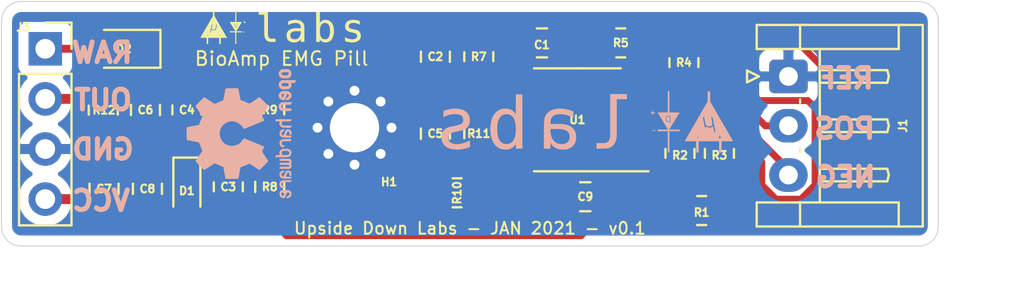
<source format=kicad_pcb>
(kicad_pcb (version 20171130) (host pcbnew 5.1.9-1.fc32)

  (general
    (thickness 1.6)
    (drawings 19)
    (tracks 146)
    (zones 0)
    (modules 30)
    (nets 18)
  )

  (page A4)
  (title_block
    (title "BioAmp EMG Pill")
    (date 2021-01-28)
    (rev v0.1)
    (company "Upside Down Labs")
    (comment 2 "5v compatible EMG Hardware")
    (comment 3 "Single chip Biopotential amplifier")
    (comment 4 "TL074H based BioAmp for EMG")
  )

  (layers
    (0 F.Cu signal)
    (31 B.Cu signal)
    (32 B.Adhes user)
    (33 F.Adhes user)
    (34 B.Paste user)
    (35 F.Paste user)
    (36 B.SilkS user hide)
    (37 F.SilkS user)
    (38 B.Mask user)
    (39 F.Mask user)
    (40 Dwgs.User user)
    (41 Cmts.User user)
    (42 Eco1.User user)
    (43 Eco2.User user)
    (44 Edge.Cuts user)
    (45 Margin user)
    (46 B.CrtYd user)
    (47 F.CrtYd user)
    (48 B.Fab user hide)
    (49 F.Fab user hide)
  )

  (setup
    (last_trace_width 0.25)
    (user_trace_width 0.3)
    (user_trace_width 0.35)
    (user_trace_width 0.4)
    (user_trace_width 0.5)
    (trace_clearance 0.2)
    (zone_clearance 0.508)
    (zone_45_only no)
    (trace_min 0.2)
    (via_size 0.8)
    (via_drill 0.4)
    (via_min_size 0.4)
    (via_min_drill 0.3)
    (uvia_size 0.3)
    (uvia_drill 0.1)
    (uvias_allowed no)
    (uvia_min_size 0.2)
    (uvia_min_drill 0.1)
    (edge_width 0.05)
    (segment_width 0.2)
    (pcb_text_width 0.3)
    (pcb_text_size 1.5 1.5)
    (mod_edge_width 0.12)
    (mod_text_size 0.4 0.4)
    (mod_text_width 0.1)
    (pad_size 1.524 1.524)
    (pad_drill 0.762)
    (pad_to_mask_clearance 0)
    (aux_axis_origin 0 0)
    (visible_elements FFFFFF7F)
    (pcbplotparams
      (layerselection 0x010fc_ffffffff)
      (usegerberextensions false)
      (usegerberattributes true)
      (usegerberadvancedattributes true)
      (creategerberjobfile true)
      (excludeedgelayer true)
      (linewidth 0.100000)
      (plotframeref false)
      (viasonmask false)
      (mode 1)
      (useauxorigin false)
      (hpglpennumber 1)
      (hpglpenspeed 20)
      (hpglpendiameter 15.000000)
      (psnegative false)
      (psa4output false)
      (plotreference true)
      (plotvalue true)
      (plotinvisibletext false)
      (padsonsilk false)
      (subtractmaskfromsilk false)
      (outputformat 1)
      (mirror false)
      (drillshape 1)
      (scaleselection 1)
      (outputdirectory ""))
  )

  (net 0 "")
  (net 1 "Net-(C1-Pad2)")
  (net 2 "Net-(C1-Pad1)")
  (net 3 AMP2)
  (net 4 vRef)
  (net 5 VCC)
  (net 6 GND)
  (net 7 "Net-(C5-Pad2)")
  (net 8 OUT)
  (net 9 "Net-(D1-Pad1)")
  (net 10 RAW)
  (net 11 BIO+)
  (net 12 BIO-)
  (net 13 "Net-(R1-Pad1)")
  (net 14 "Net-(R2-Pad1)")
  (net 15 "Net-(R3-Pad1)")
  (net 16 AMP1)
  (net 17 "Net-(R10-Pad2)")

  (net_class Default "This is the default net class."
    (clearance 0.2)
    (trace_width 0.25)
    (via_dia 0.8)
    (via_drill 0.4)
    (uvia_dia 0.3)
    (uvia_drill 0.1)
    (add_net AMP1)
    (add_net AMP2)
    (add_net BIO+)
    (add_net BIO-)
    (add_net GND)
    (add_net "Net-(C1-Pad1)")
    (add_net "Net-(C1-Pad2)")
    (add_net "Net-(C5-Pad2)")
    (add_net "Net-(D1-Pad1)")
    (add_net "Net-(R1-Pad1)")
    (add_net "Net-(R10-Pad2)")
    (add_net "Net-(R2-Pad1)")
    (add_net "Net-(R3-Pad1)")
    (add_net OUT)
    (add_net RAW)
    (add_net VCC)
    (add_net vRef)
  )

  (module Symbol:OSHW-Logo2_7.3x6mm_SilkScreen (layer B.Cu) (tedit 0) (tstamp 601336A4)
    (at 131.05 97.5 270)
    (descr "Open Source Hardware Symbol")
    (tags "Logo Symbol OSHW")
    (attr virtual)
    (fp_text reference REF** (at 0 0 90) (layer B.SilkS) hide
      (effects (font (size 1 1) (thickness 0.15)) (justify mirror))
    )
    (fp_text value OSHW-Logo2_7.3x6mm_SilkScreen (at 0.75 0 90) (layer B.Fab) hide
      (effects (font (size 1 1) (thickness 0.15)) (justify mirror))
    )
    (fp_poly (pts (xy 0.10391 2.757652) (xy 0.182454 2.757222) (xy 0.239298 2.756058) (xy 0.278105 2.753793)
      (xy 0.302538 2.75006) (xy 0.316262 2.744494) (xy 0.32294 2.736727) (xy 0.326236 2.726395)
      (xy 0.326556 2.725057) (xy 0.331562 2.700921) (xy 0.340829 2.653299) (xy 0.353392 2.587259)
      (xy 0.368287 2.507872) (xy 0.384551 2.420204) (xy 0.385119 2.417125) (xy 0.40141 2.331211)
      (xy 0.416652 2.255304) (xy 0.429861 2.193955) (xy 0.440054 2.151718) (xy 0.446248 2.133145)
      (xy 0.446543 2.132816) (xy 0.464788 2.123747) (xy 0.502405 2.108633) (xy 0.551271 2.090738)
      (xy 0.551543 2.090642) (xy 0.613093 2.067507) (xy 0.685657 2.038035) (xy 0.754057 2.008403)
      (xy 0.757294 2.006938) (xy 0.868702 1.956374) (xy 1.115399 2.12484) (xy 1.191077 2.176197)
      (xy 1.259631 2.222111) (xy 1.317088 2.25997) (xy 1.359476 2.287163) (xy 1.382825 2.301079)
      (xy 1.385042 2.302111) (xy 1.40201 2.297516) (xy 1.433701 2.275345) (xy 1.481352 2.234553)
      (xy 1.546198 2.174095) (xy 1.612397 2.109773) (xy 1.676214 2.046388) (xy 1.733329 1.988549)
      (xy 1.780305 1.939825) (xy 1.813703 1.90379) (xy 1.830085 1.884016) (xy 1.830694 1.882998)
      (xy 1.832505 1.869428) (xy 1.825683 1.847267) (xy 1.80854 1.813522) (xy 1.779393 1.7652)
      (xy 1.736555 1.699308) (xy 1.679448 1.614483) (xy 1.628766 1.539823) (xy 1.583461 1.47286)
      (xy 1.54615 1.417484) (xy 1.519452 1.37758) (xy 1.505985 1.357038) (xy 1.505137 1.355644)
      (xy 1.506781 1.335962) (xy 1.519245 1.297707) (xy 1.540048 1.248111) (xy 1.547462 1.232272)
      (xy 1.579814 1.16171) (xy 1.614328 1.081647) (xy 1.642365 1.012371) (xy 1.662568 0.960955)
      (xy 1.678615 0.921881) (xy 1.687888 0.901459) (xy 1.689041 0.899886) (xy 1.706096 0.897279)
      (xy 1.746298 0.890137) (xy 1.804302 0.879477) (xy 1.874763 0.866315) (xy 1.952335 0.851667)
      (xy 2.031672 0.836551) (xy 2.107431 0.821982) (xy 2.174264 0.808978) (xy 2.226828 0.798555)
      (xy 2.259776 0.79173) (xy 2.267857 0.789801) (xy 2.276205 0.785038) (xy 2.282506 0.774282)
      (xy 2.287045 0.753902) (xy 2.290104 0.720266) (xy 2.291967 0.669745) (xy 2.292918 0.598708)
      (xy 2.29324 0.503524) (xy 2.293257 0.464508) (xy 2.293257 0.147201) (xy 2.217057 0.132161)
      (xy 2.174663 0.124005) (xy 2.1114 0.112101) (xy 2.034962 0.097884) (xy 1.953043 0.08279)
      (xy 1.9304 0.078645) (xy 1.854806 0.063947) (xy 1.788953 0.049495) (xy 1.738366 0.036625)
      (xy 1.708574 0.026678) (xy 1.703612 0.023713) (xy 1.691426 0.002717) (xy 1.673953 -0.037967)
      (xy 1.654577 -0.090322) (xy 1.650734 -0.1016) (xy 1.625339 -0.171523) (xy 1.593817 -0.250418)
      (xy 1.562969 -0.321266) (xy 1.562817 -0.321595) (xy 1.511447 -0.432733) (xy 1.680399 -0.681253)
      (xy 1.849352 -0.929772) (xy 1.632429 -1.147058) (xy 1.566819 -1.211726) (xy 1.506979 -1.268733)
      (xy 1.456267 -1.315033) (xy 1.418046 -1.347584) (xy 1.395675 -1.363343) (xy 1.392466 -1.364343)
      (xy 1.373626 -1.356469) (xy 1.33518 -1.334578) (xy 1.28133 -1.301267) (xy 1.216276 -1.259131)
      (xy 1.14594 -1.211943) (xy 1.074555 -1.16381) (xy 1.010908 -1.121928) (xy 0.959041 -1.088871)
      (xy 0.922995 -1.067218) (xy 0.906867 -1.059543) (xy 0.887189 -1.066037) (xy 0.849875 -1.08315)
      (xy 0.802621 -1.107326) (xy 0.797612 -1.110013) (xy 0.733977 -1.141927) (xy 0.690341 -1.157579)
      (xy 0.663202 -1.157745) (xy 0.649057 -1.143204) (xy 0.648975 -1.143) (xy 0.641905 -1.125779)
      (xy 0.625042 -1.084899) (xy 0.599695 -1.023525) (xy 0.567171 -0.944819) (xy 0.528778 -0.851947)
      (xy 0.485822 -0.748072) (xy 0.444222 -0.647502) (xy 0.398504 -0.536516) (xy 0.356526 -0.433703)
      (xy 0.319548 -0.342215) (xy 0.288827 -0.265201) (xy 0.265622 -0.205815) (xy 0.25119 -0.167209)
      (xy 0.246743 -0.1528) (xy 0.257896 -0.136272) (xy 0.287069 -0.10993) (xy 0.325971 -0.080887)
      (xy 0.436757 0.010961) (xy 0.523351 0.116241) (xy 0.584716 0.232734) (xy 0.619815 0.358224)
      (xy 0.627608 0.490493) (xy 0.621943 0.551543) (xy 0.591078 0.678205) (xy 0.53792 0.790059)
      (xy 0.465767 0.885999) (xy 0.377917 0.964924) (xy 0.277665 1.02573) (xy 0.16831 1.067313)
      (xy 0.053147 1.088572) (xy -0.064525 1.088401) (xy -0.18141 1.065699) (xy -0.294211 1.019362)
      (xy -0.399631 0.948287) (xy -0.443632 0.908089) (xy -0.528021 0.804871) (xy -0.586778 0.692075)
      (xy -0.620296 0.57299) (xy -0.628965 0.450905) (xy -0.613177 0.329107) (xy -0.573322 0.210884)
      (xy -0.509793 0.099525) (xy -0.422979 -0.001684) (xy -0.325971 -0.080887) (xy -0.285563 -0.111162)
      (xy -0.257018 -0.137219) (xy -0.246743 -0.152825) (xy -0.252123 -0.169843) (xy -0.267425 -0.2105)
      (xy -0.291388 -0.271642) (xy -0.322756 -0.350119) (xy -0.360268 -0.44278) (xy -0.402667 -0.546472)
      (xy -0.444337 -0.647526) (xy -0.49031 -0.758607) (xy -0.532893 -0.861541) (xy -0.570779 -0.953165)
      (xy -0.60266 -1.030316) (xy -0.627229 -1.089831) (xy -0.64318 -1.128544) (xy -0.64909 -1.143)
      (xy -0.663052 -1.157685) (xy -0.69006 -1.157642) (xy -0.733587 -1.142099) (xy -0.79711 -1.110284)
      (xy -0.797612 -1.110013) (xy -0.84544 -1.085323) (xy -0.884103 -1.067338) (xy -0.905905 -1.059614)
      (xy -0.906867 -1.059543) (xy -0.923279 -1.067378) (xy -0.959513 -1.089165) (xy -1.011526 -1.122328)
      (xy -1.075275 -1.164291) (xy -1.14594 -1.211943) (xy -1.217884 -1.260191) (xy -1.282726 -1.302151)
      (xy -1.336265 -1.335227) (xy -1.374303 -1.356821) (xy -1.392467 -1.364343) (xy -1.409192 -1.354457)
      (xy -1.44282 -1.326826) (xy -1.48999 -1.284495) (xy -1.547342 -1.230505) (xy -1.611516 -1.167899)
      (xy -1.632503 -1.146983) (xy -1.849501 -0.929623) (xy -1.684332 -0.68722) (xy -1.634136 -0.612781)
      (xy -1.590081 -0.545972) (xy -1.554638 -0.490665) (xy -1.530281 -0.450729) (xy -1.519478 -0.430036)
      (xy -1.519162 -0.428563) (xy -1.524857 -0.409058) (xy -1.540174 -0.369822) (xy -1.562463 -0.31743)
      (xy -1.578107 -0.282355) (xy -1.607359 -0.215201) (xy -1.634906 -0.147358) (xy -1.656263 -0.090034)
      (xy -1.662065 -0.072572) (xy -1.678548 -0.025938) (xy -1.69466 0.010095) (xy -1.70351 0.023713)
      (xy -1.72304 0.032048) (xy -1.765666 0.043863) (xy -1.825855 0.057819) (xy -1.898078 0.072578)
      (xy -1.9304 0.078645) (xy -2.012478 0.093727) (xy -2.091205 0.108331) (xy -2.158891 0.12102)
      (xy -2.20784 0.130358) (xy -2.217057 0.132161) (xy -2.293257 0.147201) (xy -2.293257 0.464508)
      (xy -2.293086 0.568846) (xy -2.292384 0.647787) (xy -2.290866 0.704962) (xy -2.288251 0.744001)
      (xy -2.284254 0.768535) (xy -2.278591 0.782195) (xy -2.27098 0.788611) (xy -2.267857 0.789801)
      (xy -2.249022 0.79402) (xy -2.207412 0.802438) (xy -2.14837 0.814039) (xy -2.077243 0.827805)
      (xy -1.999375 0.84272) (xy -1.920113 0.857768) (xy -1.844802 0.871931) (xy -1.778787 0.884194)
      (xy -1.727413 0.893539) (xy -1.696025 0.89895) (xy -1.689041 0.899886) (xy -1.682715 0.912404)
      (xy -1.66871 0.945754) (xy -1.649645 0.993623) (xy -1.642366 1.012371) (xy -1.613004 1.084805)
      (xy -1.578429 1.16483) (xy -1.547463 1.232272) (xy -1.524677 1.283841) (xy -1.509518 1.326215)
      (xy -1.504458 1.352166) (xy -1.505264 1.355644) (xy -1.515959 1.372064) (xy -1.54038 1.408583)
      (xy -1.575905 1.461313) (xy -1.619913 1.526365) (xy -1.669783 1.599849) (xy -1.679644 1.614355)
      (xy -1.737508 1.700296) (xy -1.780044 1.765739) (xy -1.808946 1.813696) (xy -1.82591 1.84718)
      (xy -1.832633 1.869205) (xy -1.83081 1.882783) (xy -1.830764 1.882869) (xy -1.816414 1.900703)
      (xy -1.784677 1.935183) (xy -1.73899 1.982732) (xy -1.682796 2.039778) (xy -1.619532 2.102745)
      (xy -1.612398 2.109773) (xy -1.53267 2.18698) (xy -1.471143 2.24367) (xy -1.426579 2.28089)
      (xy -1.397743 2.299685) (xy -1.385042 2.302111) (xy -1.366506 2.291529) (xy -1.328039 2.267084)
      (xy -1.273614 2.231388) (xy -1.207202 2.187053) (xy -1.132775 2.136689) (xy -1.115399 2.12484)
      (xy -0.868703 1.956374) (xy -0.757294 2.006938) (xy -0.689543 2.036405) (xy -0.616817 2.066041)
      (xy -0.554297 2.08967) (xy -0.551543 2.090642) (xy -0.50264 2.108543) (xy -0.464943 2.12368)
      (xy -0.446575 2.13279) (xy -0.446544 2.132816) (xy -0.440715 2.149283) (xy -0.430808 2.189781)
      (xy -0.417805 2.249758) (xy -0.402691 2.32466) (xy -0.386448 2.409936) (xy -0.385119 2.417125)
      (xy -0.368825 2.504986) (xy -0.353867 2.58474) (xy -0.341209 2.651319) (xy -0.331814 2.699653)
      (xy -0.326646 2.724675) (xy -0.326556 2.725057) (xy -0.323411 2.735701) (xy -0.317296 2.743738)
      (xy -0.304547 2.749533) (xy -0.2815 2.753453) (xy -0.244491 2.755865) (xy -0.189856 2.757135)
      (xy -0.113933 2.757629) (xy -0.013056 2.757714) (xy 0 2.757714) (xy 0.10391 2.757652)) (layer B.SilkS) (width 0.01))
    (fp_poly (pts (xy 3.153595 -1.966966) (xy 3.211021 -2.004497) (xy 3.238719 -2.038096) (xy 3.260662 -2.099064)
      (xy 3.262405 -2.147308) (xy 3.258457 -2.211816) (xy 3.109686 -2.276934) (xy 3.037349 -2.310202)
      (xy 2.990084 -2.336964) (xy 2.965507 -2.360144) (xy 2.961237 -2.382667) (xy 2.974889 -2.407455)
      (xy 2.989943 -2.423886) (xy 3.033746 -2.450235) (xy 3.081389 -2.452081) (xy 3.125145 -2.431546)
      (xy 3.157289 -2.390752) (xy 3.163038 -2.376347) (xy 3.190576 -2.331356) (xy 3.222258 -2.312182)
      (xy 3.265714 -2.295779) (xy 3.265714 -2.357966) (xy 3.261872 -2.400283) (xy 3.246823 -2.435969)
      (xy 3.21528 -2.476943) (xy 3.210592 -2.482267) (xy 3.175506 -2.51872) (xy 3.145347 -2.538283)
      (xy 3.107615 -2.547283) (xy 3.076335 -2.55023) (xy 3.020385 -2.550965) (xy 2.980555 -2.54166)
      (xy 2.955708 -2.527846) (xy 2.916656 -2.497467) (xy 2.889625 -2.464613) (xy 2.872517 -2.423294)
      (xy 2.863238 -2.367521) (xy 2.859693 -2.291305) (xy 2.85941 -2.252622) (xy 2.860372 -2.206247)
      (xy 2.948007 -2.206247) (xy 2.949023 -2.231126) (xy 2.951556 -2.2352) (xy 2.968274 -2.229665)
      (xy 3.004249 -2.215017) (xy 3.052331 -2.19419) (xy 3.062386 -2.189714) (xy 3.123152 -2.158814)
      (xy 3.156632 -2.131657) (xy 3.16399 -2.10622) (xy 3.146391 -2.080481) (xy 3.131856 -2.069109)
      (xy 3.07941 -2.046364) (xy 3.030322 -2.050122) (xy 2.989227 -2.077884) (xy 2.960758 -2.127152)
      (xy 2.951631 -2.166257) (xy 2.948007 -2.206247) (xy 2.860372 -2.206247) (xy 2.861285 -2.162249)
      (xy 2.868196 -2.095384) (xy 2.881884 -2.046695) (xy 2.904096 -2.010849) (xy 2.936574 -1.982513)
      (xy 2.950733 -1.973355) (xy 3.015053 -1.949507) (xy 3.085473 -1.948006) (xy 3.153595 -1.966966)) (layer B.SilkS) (width 0.01))
    (fp_poly (pts (xy 2.6526 -1.958752) (xy 2.669948 -1.966334) (xy 2.711356 -1.999128) (xy 2.746765 -2.046547)
      (xy 2.768664 -2.097151) (xy 2.772229 -2.122098) (xy 2.760279 -2.156927) (xy 2.734067 -2.175357)
      (xy 2.705964 -2.186516) (xy 2.693095 -2.188572) (xy 2.686829 -2.173649) (xy 2.674456 -2.141175)
      (xy 2.669028 -2.126502) (xy 2.63859 -2.075744) (xy 2.59452 -2.050427) (xy 2.53801 -2.051206)
      (xy 2.533825 -2.052203) (xy 2.503655 -2.066507) (xy 2.481476 -2.094393) (xy 2.466327 -2.139287)
      (xy 2.45725 -2.204615) (xy 2.453286 -2.293804) (xy 2.452914 -2.341261) (xy 2.45273 -2.416071)
      (xy 2.451522 -2.467069) (xy 2.448309 -2.499471) (xy 2.442109 -2.518495) (xy 2.43194 -2.529356)
      (xy 2.416819 -2.537272) (xy 2.415946 -2.53767) (xy 2.386828 -2.549981) (xy 2.372403 -2.554514)
      (xy 2.370186 -2.540809) (xy 2.368289 -2.502925) (xy 2.366847 -2.445715) (xy 2.365998 -2.374027)
      (xy 2.365829 -2.321565) (xy 2.366692 -2.220047) (xy 2.37007 -2.143032) (xy 2.377142 -2.086023)
      (xy 2.389088 -2.044526) (xy 2.40709 -2.014043) (xy 2.432327 -1.99008) (xy 2.457247 -1.973355)
      (xy 2.517171 -1.951097) (xy 2.586911 -1.946076) (xy 2.6526 -1.958752)) (layer B.SilkS) (width 0.01))
    (fp_poly (pts (xy 2.144876 -1.956335) (xy 2.186667 -1.975344) (xy 2.219469 -1.998378) (xy 2.243503 -2.024133)
      (xy 2.260097 -2.057358) (xy 2.270577 -2.1028) (xy 2.276271 -2.165207) (xy 2.278507 -2.249327)
      (xy 2.278743 -2.304721) (xy 2.278743 -2.520826) (xy 2.241774 -2.53767) (xy 2.212656 -2.549981)
      (xy 2.198231 -2.554514) (xy 2.195472 -2.541025) (xy 2.193282 -2.504653) (xy 2.191942 -2.451542)
      (xy 2.191657 -2.409372) (xy 2.190434 -2.348447) (xy 2.187136 -2.300115) (xy 2.182321 -2.270518)
      (xy 2.178496 -2.264229) (xy 2.152783 -2.270652) (xy 2.112418 -2.287125) (xy 2.065679 -2.309458)
      (xy 2.020845 -2.333457) (xy 1.986193 -2.35493) (xy 1.970002 -2.369685) (xy 1.969938 -2.369845)
      (xy 1.97133 -2.397152) (xy 1.983818 -2.423219) (xy 2.005743 -2.444392) (xy 2.037743 -2.451474)
      (xy 2.065092 -2.450649) (xy 2.103826 -2.450042) (xy 2.124158 -2.459116) (xy 2.136369 -2.483092)
      (xy 2.137909 -2.487613) (xy 2.143203 -2.521806) (xy 2.129047 -2.542568) (xy 2.092148 -2.552462)
      (xy 2.052289 -2.554292) (xy 1.980562 -2.540727) (xy 1.943432 -2.521355) (xy 1.897576 -2.475845)
      (xy 1.873256 -2.419983) (xy 1.871073 -2.360957) (xy 1.891629 -2.305953) (xy 1.922549 -2.271486)
      (xy 1.95342 -2.252189) (xy 2.001942 -2.227759) (xy 2.058485 -2.202985) (xy 2.06791 -2.199199)
      (xy 2.130019 -2.171791) (xy 2.165822 -2.147634) (xy 2.177337 -2.123619) (xy 2.16658 -2.096635)
      (xy 2.148114 -2.075543) (xy 2.104469 -2.049572) (xy 2.056446 -2.047624) (xy 2.012406 -2.067637)
      (xy 1.980709 -2.107551) (xy 1.976549 -2.117848) (xy 1.952327 -2.155724) (xy 1.916965 -2.183842)
      (xy 1.872343 -2.206917) (xy 1.872343 -2.141485) (xy 1.874969 -2.101506) (xy 1.88623 -2.069997)
      (xy 1.911199 -2.036378) (xy 1.935169 -2.010484) (xy 1.972441 -1.973817) (xy 2.001401 -1.954121)
      (xy 2.032505 -1.94622) (xy 2.067713 -1.944914) (xy 2.144876 -1.956335)) (layer B.SilkS) (width 0.01))
    (fp_poly (pts (xy 1.779833 -1.958663) (xy 1.782048 -1.99685) (xy 1.783784 -2.054886) (xy 1.784899 -2.12818)
      (xy 1.785257 -2.205055) (xy 1.785257 -2.465196) (xy 1.739326 -2.511127) (xy 1.707675 -2.539429)
      (xy 1.67989 -2.550893) (xy 1.641915 -2.550168) (xy 1.62684 -2.548321) (xy 1.579726 -2.542948)
      (xy 1.540756 -2.539869) (xy 1.531257 -2.539585) (xy 1.499233 -2.541445) (xy 1.453432 -2.546114)
      (xy 1.435674 -2.548321) (xy 1.392057 -2.551735) (xy 1.362745 -2.54432) (xy 1.33368 -2.521427)
      (xy 1.323188 -2.511127) (xy 1.277257 -2.465196) (xy 1.277257 -1.978602) (xy 1.314226 -1.961758)
      (xy 1.346059 -1.949282) (xy 1.364683 -1.944914) (xy 1.369458 -1.958718) (xy 1.373921 -1.997286)
      (xy 1.377775 -2.056356) (xy 1.380722 -2.131663) (xy 1.382143 -2.195286) (xy 1.386114 -2.445657)
      (xy 1.420759 -2.450556) (xy 1.452268 -2.447131) (xy 1.467708 -2.436041) (xy 1.472023 -2.415308)
      (xy 1.475708 -2.371145) (xy 1.478469 -2.309146) (xy 1.480012 -2.234909) (xy 1.480235 -2.196706)
      (xy 1.480457 -1.976783) (xy 1.526166 -1.960849) (xy 1.558518 -1.950015) (xy 1.576115 -1.944962)
      (xy 1.576623 -1.944914) (xy 1.578388 -1.958648) (xy 1.580329 -1.99673) (xy 1.582282 -2.054482)
      (xy 1.584084 -2.127227) (xy 1.585343 -2.195286) (xy 1.589314 -2.445657) (xy 1.6764 -2.445657)
      (xy 1.680396 -2.21724) (xy 1.684392 -1.988822) (xy 1.726847 -1.966868) (xy 1.758192 -1.951793)
      (xy 1.776744 -1.944951) (xy 1.777279 -1.944914) (xy 1.779833 -1.958663)) (layer B.SilkS) (width 0.01))
    (fp_poly (pts (xy 1.190117 -2.065358) (xy 1.189933 -2.173837) (xy 1.189219 -2.257287) (xy 1.187675 -2.319704)
      (xy 1.185001 -2.365085) (xy 1.180894 -2.397429) (xy 1.175055 -2.420733) (xy 1.167182 -2.438995)
      (xy 1.161221 -2.449418) (xy 1.111855 -2.505945) (xy 1.049264 -2.541377) (xy 0.980013 -2.55409)
      (xy 0.910668 -2.542463) (xy 0.869375 -2.521568) (xy 0.826025 -2.485422) (xy 0.796481 -2.441276)
      (xy 0.778655 -2.383462) (xy 0.770463 -2.306313) (xy 0.769302 -2.249714) (xy 0.769458 -2.245647)
      (xy 0.870857 -2.245647) (xy 0.871476 -2.31055) (xy 0.874314 -2.353514) (xy 0.88084 -2.381622)
      (xy 0.892523 -2.401953) (xy 0.906483 -2.417288) (xy 0.953365 -2.44689) (xy 1.003701 -2.449419)
      (xy 1.051276 -2.424705) (xy 1.054979 -2.421356) (xy 1.070783 -2.403935) (xy 1.080693 -2.383209)
      (xy 1.086058 -2.352362) (xy 1.088228 -2.304577) (xy 1.088571 -2.251748) (xy 1.087827 -2.185381)
      (xy 1.084748 -2.141106) (xy 1.078061 -2.112009) (xy 1.066496 -2.091173) (xy 1.057013 -2.080107)
      (xy 1.01296 -2.052198) (xy 0.962224 -2.048843) (xy 0.913796 -2.070159) (xy 0.90445 -2.078073)
      (xy 0.88854 -2.095647) (xy 0.87861 -2.116587) (xy 0.873278 -2.147782) (xy 0.871163 -2.196122)
      (xy 0.870857 -2.245647) (xy 0.769458 -2.245647) (xy 0.77281 -2.158568) (xy 0.784726 -2.090086)
      (xy 0.807135 -2.0386) (xy 0.842124 -1.998443) (xy 0.869375 -1.977861) (xy 0.918907 -1.955625)
      (xy 0.976316 -1.945304) (xy 1.029682 -1.948067) (xy 1.059543 -1.959212) (xy 1.071261 -1.962383)
      (xy 1.079037 -1.950557) (xy 1.084465 -1.918866) (xy 1.088571 -1.870593) (xy 1.093067 -1.816829)
      (xy 1.099313 -1.784482) (xy 1.110676 -1.765985) (xy 1.130528 -1.75377) (xy 1.143 -1.748362)
      (xy 1.190171 -1.728601) (xy 1.190117 -2.065358)) (layer B.SilkS) (width 0.01))
    (fp_poly (pts (xy 0.529926 -1.949755) (xy 0.595858 -1.974084) (xy 0.649273 -2.017117) (xy 0.670164 -2.047409)
      (xy 0.692939 -2.102994) (xy 0.692466 -2.143186) (xy 0.668562 -2.170217) (xy 0.659717 -2.174813)
      (xy 0.62153 -2.189144) (xy 0.602028 -2.185472) (xy 0.595422 -2.161407) (xy 0.595086 -2.148114)
      (xy 0.582992 -2.09921) (xy 0.551471 -2.064999) (xy 0.507659 -2.048476) (xy 0.458695 -2.052634)
      (xy 0.418894 -2.074227) (xy 0.40545 -2.086544) (xy 0.395921 -2.101487) (xy 0.389485 -2.124075)
      (xy 0.385317 -2.159328) (xy 0.382597 -2.212266) (xy 0.380502 -2.287907) (xy 0.37996 -2.311857)
      (xy 0.377981 -2.39379) (xy 0.375731 -2.451455) (xy 0.372357 -2.489608) (xy 0.367006 -2.513004)
      (xy 0.358824 -2.526398) (xy 0.346959 -2.534545) (xy 0.339362 -2.538144) (xy 0.307102 -2.550452)
      (xy 0.288111 -2.554514) (xy 0.281836 -2.540948) (xy 0.278006 -2.499934) (xy 0.2766 -2.430999)
      (xy 0.277598 -2.333669) (xy 0.277908 -2.318657) (xy 0.280101 -2.229859) (xy 0.282693 -2.165019)
      (xy 0.286382 -2.119067) (xy 0.291864 -2.086935) (xy 0.299835 -2.063553) (xy 0.310993 -2.043852)
      (xy 0.31683 -2.03541) (xy 0.350296 -1.998057) (xy 0.387727 -1.969003) (xy 0.392309 -1.966467)
      (xy 0.459426 -1.946443) (xy 0.529926 -1.949755)) (layer B.SilkS) (width 0.01))
    (fp_poly (pts (xy 0.039744 -1.950968) (xy 0.096616 -1.972087) (xy 0.097267 -1.972493) (xy 0.13244 -1.99838)
      (xy 0.158407 -2.028633) (xy 0.17667 -2.068058) (xy 0.188732 -2.121462) (xy 0.196096 -2.193651)
      (xy 0.200264 -2.289432) (xy 0.200629 -2.303078) (xy 0.205876 -2.508842) (xy 0.161716 -2.531678)
      (xy 0.129763 -2.54711) (xy 0.11047 -2.554423) (xy 0.109578 -2.554514) (xy 0.106239 -2.541022)
      (xy 0.103587 -2.504626) (xy 0.101956 -2.451452) (xy 0.1016 -2.408393) (xy 0.101592 -2.338641)
      (xy 0.098403 -2.294837) (xy 0.087288 -2.273944) (xy 0.063501 -2.272925) (xy 0.022296 -2.288741)
      (xy -0.039914 -2.317815) (xy -0.085659 -2.341963) (xy -0.109187 -2.362913) (xy -0.116104 -2.385747)
      (xy -0.116114 -2.386877) (xy -0.104701 -2.426212) (xy -0.070908 -2.447462) (xy -0.019191 -2.450539)
      (xy 0.018061 -2.450006) (xy 0.037703 -2.460735) (xy 0.049952 -2.486505) (xy 0.057002 -2.519337)
      (xy 0.046842 -2.537966) (xy 0.043017 -2.540632) (xy 0.007001 -2.55134) (xy -0.043434 -2.552856)
      (xy -0.095374 -2.545759) (xy -0.132178 -2.532788) (xy -0.183062 -2.489585) (xy -0.211986 -2.429446)
      (xy -0.217714 -2.382462) (xy -0.213343 -2.340082) (xy -0.197525 -2.305488) (xy -0.166203 -2.274763)
      (xy -0.115322 -2.24399) (xy -0.040824 -2.209252) (xy -0.036286 -2.207288) (xy 0.030821 -2.176287)
      (xy 0.072232 -2.150862) (xy 0.089981 -2.128014) (xy 0.086107 -2.104745) (xy 0.062643 -2.078056)
      (xy 0.055627 -2.071914) (xy 0.00863 -2.0481) (xy -0.040067 -2.049103) (xy -0.082478 -2.072451)
      (xy -0.110616 -2.115675) (xy -0.113231 -2.12416) (xy -0.138692 -2.165308) (xy -0.170999 -2.185128)
      (xy -0.217714 -2.20477) (xy -0.217714 -2.15395) (xy -0.203504 -2.080082) (xy -0.161325 -2.012327)
      (xy -0.139376 -1.989661) (xy -0.089483 -1.960569) (xy -0.026033 -1.9474) (xy 0.039744 -1.950968)) (layer B.SilkS) (width 0.01))
    (fp_poly (pts (xy -0.624114 -1.851289) (xy -0.619861 -1.910613) (xy -0.614975 -1.945572) (xy -0.608205 -1.96082)
      (xy -0.598298 -1.961015) (xy -0.595086 -1.959195) (xy -0.552356 -1.946015) (xy -0.496773 -1.946785)
      (xy -0.440263 -1.960333) (xy -0.404918 -1.977861) (xy -0.368679 -2.005861) (xy -0.342187 -2.037549)
      (xy -0.324001 -2.077813) (xy -0.312678 -2.131543) (xy -0.306778 -2.203626) (xy -0.304857 -2.298951)
      (xy -0.304823 -2.317237) (xy -0.3048 -2.522646) (xy -0.350509 -2.53858) (xy -0.382973 -2.54942)
      (xy -0.400785 -2.554468) (xy -0.401309 -2.554514) (xy -0.403063 -2.540828) (xy -0.404556 -2.503076)
      (xy -0.405674 -2.446224) (xy -0.406303 -2.375234) (xy -0.4064 -2.332073) (xy -0.406602 -2.246973)
      (xy -0.407642 -2.185981) (xy -0.410169 -2.144177) (xy -0.414836 -2.116642) (xy -0.422293 -2.098456)
      (xy -0.433189 -2.084698) (xy -0.439993 -2.078073) (xy -0.486728 -2.051375) (xy -0.537728 -2.049375)
      (xy -0.583999 -2.071955) (xy -0.592556 -2.080107) (xy -0.605107 -2.095436) (xy -0.613812 -2.113618)
      (xy -0.619369 -2.139909) (xy -0.622474 -2.179562) (xy -0.623824 -2.237832) (xy -0.624114 -2.318173)
      (xy -0.624114 -2.522646) (xy -0.669823 -2.53858) (xy -0.702287 -2.54942) (xy -0.720099 -2.554468)
      (xy -0.720623 -2.554514) (xy -0.721963 -2.540623) (xy -0.723172 -2.501439) (xy -0.724199 -2.4407)
      (xy -0.724998 -2.362141) (xy -0.725519 -2.269498) (xy -0.725714 -2.166509) (xy -0.725714 -1.769342)
      (xy -0.678543 -1.749444) (xy -0.631371 -1.729547) (xy -0.624114 -1.851289)) (layer B.SilkS) (width 0.01))
    (fp_poly (pts (xy -1.831697 -1.931239) (xy -1.774473 -1.969735) (xy -1.730251 -2.025335) (xy -1.703833 -2.096086)
      (xy -1.69849 -2.148162) (xy -1.699097 -2.169893) (xy -1.704178 -2.186531) (xy -1.718145 -2.201437)
      (xy -1.745411 -2.217973) (xy -1.790388 -2.239498) (xy -1.857489 -2.269374) (xy -1.857829 -2.269524)
      (xy -1.919593 -2.297813) (xy -1.970241 -2.322933) (xy -2.004596 -2.342179) (xy -2.017482 -2.352848)
      (xy -2.017486 -2.352934) (xy -2.006128 -2.376166) (xy -1.979569 -2.401774) (xy -1.949077 -2.420221)
      (xy -1.93363 -2.423886) (xy -1.891485 -2.411212) (xy -1.855192 -2.379471) (xy -1.837483 -2.344572)
      (xy -1.820448 -2.318845) (xy -1.787078 -2.289546) (xy -1.747851 -2.264235) (xy -1.713244 -2.250471)
      (xy -1.706007 -2.249714) (xy -1.697861 -2.26216) (xy -1.69737 -2.293972) (xy -1.703357 -2.336866)
      (xy -1.714643 -2.382558) (xy -1.73005 -2.422761) (xy -1.730829 -2.424322) (xy -1.777196 -2.489062)
      (xy -1.837289 -2.533097) (xy -1.905535 -2.554711) (xy -1.976362 -2.552185) (xy -2.044196 -2.523804)
      (xy -2.047212 -2.521808) (xy -2.100573 -2.473448) (xy -2.13566 -2.410352) (xy -2.155078 -2.327387)
      (xy -2.157684 -2.304078) (xy -2.162299 -2.194055) (xy -2.156767 -2.142748) (xy -2.017486 -2.142748)
      (xy -2.015676 -2.174753) (xy -2.005778 -2.184093) (xy -1.981102 -2.177105) (xy -1.942205 -2.160587)
      (xy -1.898725 -2.139881) (xy -1.897644 -2.139333) (xy -1.860791 -2.119949) (xy -1.846 -2.107013)
      (xy -1.849647 -2.093451) (xy -1.865005 -2.075632) (xy -1.904077 -2.049845) (xy -1.946154 -2.04795)
      (xy -1.983897 -2.066717) (xy -2.009966 -2.102915) (xy -2.017486 -2.142748) (xy -2.156767 -2.142748)
      (xy -2.152806 -2.106027) (xy -2.12845 -2.036212) (xy -2.094544 -1.987302) (xy -2.033347 -1.937878)
      (xy -1.965937 -1.913359) (xy -1.89712 -1.911797) (xy -1.831697 -1.931239)) (layer B.SilkS) (width 0.01))
    (fp_poly (pts (xy -2.958885 -1.921962) (xy -2.890855 -1.957733) (xy -2.840649 -2.015301) (xy -2.822815 -2.052312)
      (xy -2.808937 -2.107882) (xy -2.801833 -2.178096) (xy -2.80116 -2.254727) (xy -2.806573 -2.329552)
      (xy -2.81773 -2.394342) (xy -2.834286 -2.440873) (xy -2.839374 -2.448887) (xy -2.899645 -2.508707)
      (xy -2.971231 -2.544535) (xy -3.048908 -2.55502) (xy -3.127452 -2.53881) (xy -3.149311 -2.529092)
      (xy -3.191878 -2.499143) (xy -3.229237 -2.459433) (xy -3.232768 -2.454397) (xy -3.247119 -2.430124)
      (xy -3.256606 -2.404178) (xy -3.26221 -2.370022) (xy -3.264914 -2.321119) (xy -3.265701 -2.250935)
      (xy -3.265714 -2.2352) (xy -3.265678 -2.230192) (xy -3.120571 -2.230192) (xy -3.119727 -2.29643)
      (xy -3.116404 -2.340386) (xy -3.109417 -2.368779) (xy -3.097584 -2.388325) (xy -3.091543 -2.394857)
      (xy -3.056814 -2.41968) (xy -3.023097 -2.418548) (xy -2.989005 -2.397016) (xy -2.968671 -2.374029)
      (xy -2.956629 -2.340478) (xy -2.949866 -2.287569) (xy -2.949402 -2.281399) (xy -2.948248 -2.185513)
      (xy -2.960312 -2.114299) (xy -2.98543 -2.068194) (xy -3.02344 -2.047635) (xy -3.037008 -2.046514)
      (xy -3.072636 -2.052152) (xy -3.097006 -2.071686) (xy -3.111907 -2.109042) (xy -3.119125 -2.16815)
      (xy -3.120571 -2.230192) (xy -3.265678 -2.230192) (xy -3.265174 -2.160413) (xy -3.262904 -2.108159)
      (xy -3.257932 -2.071949) (xy -3.249287 -2.045299) (xy -3.235995 -2.021722) (xy -3.233057 -2.017338)
      (xy -3.183687 -1.958249) (xy -3.129891 -1.923947) (xy -3.064398 -1.910331) (xy -3.042158 -1.909665)
      (xy -2.958885 -1.921962)) (layer B.SilkS) (width 0.01))
    (fp_poly (pts (xy -1.283907 -1.92778) (xy -1.237328 -1.954723) (xy -1.204943 -1.981466) (xy -1.181258 -2.009484)
      (xy -1.164941 -2.043748) (xy -1.154661 -2.089227) (xy -1.149086 -2.150892) (xy -1.146884 -2.233711)
      (xy -1.146629 -2.293246) (xy -1.146629 -2.512391) (xy -1.208314 -2.540044) (xy -1.27 -2.567697)
      (xy -1.277257 -2.32767) (xy -1.280256 -2.238028) (xy -1.283402 -2.172962) (xy -1.287299 -2.128026)
      (xy -1.292553 -2.09877) (xy -1.299769 -2.080748) (xy -1.30955 -2.069511) (xy -1.312688 -2.067079)
      (xy -1.360239 -2.048083) (xy -1.408303 -2.0556) (xy -1.436914 -2.075543) (xy -1.448553 -2.089675)
      (xy -1.456609 -2.10822) (xy -1.461729 -2.136334) (xy -1.464559 -2.179173) (xy -1.465744 -2.241895)
      (xy -1.465943 -2.307261) (xy -1.465982 -2.389268) (xy -1.467386 -2.447316) (xy -1.472086 -2.486465)
      (xy -1.482013 -2.51178) (xy -1.499097 -2.528323) (xy -1.525268 -2.541156) (xy -1.560225 -2.554491)
      (xy -1.598404 -2.569007) (xy -1.593859 -2.311389) (xy -1.592029 -2.218519) (xy -1.589888 -2.149889)
      (xy -1.586819 -2.100711) (xy -1.582206 -2.066198) (xy -1.575432 -2.041562) (xy -1.565881 -2.022016)
      (xy -1.554366 -2.00477) (xy -1.49881 -1.94968) (xy -1.43102 -1.917822) (xy -1.357287 -1.910191)
      (xy -1.283907 -1.92778)) (layer B.SilkS) (width 0.01))
    (fp_poly (pts (xy -2.400256 -1.919918) (xy -2.344799 -1.947568) (xy -2.295852 -1.99848) (xy -2.282371 -2.017338)
      (xy -2.267686 -2.042015) (xy -2.258158 -2.068816) (xy -2.252707 -2.104587) (xy -2.250253 -2.156169)
      (xy -2.249714 -2.224267) (xy -2.252148 -2.317588) (xy -2.260606 -2.387657) (xy -2.276826 -2.439931)
      (xy -2.302546 -2.479869) (xy -2.339503 -2.512929) (xy -2.342218 -2.514886) (xy -2.37864 -2.534908)
      (xy -2.422498 -2.544815) (xy -2.478276 -2.547257) (xy -2.568952 -2.547257) (xy -2.56899 -2.635283)
      (xy -2.569834 -2.684308) (xy -2.574976 -2.713065) (xy -2.588413 -2.730311) (xy -2.614142 -2.744808)
      (xy -2.620321 -2.747769) (xy -2.649236 -2.761648) (xy -2.671624 -2.770414) (xy -2.688271 -2.771171)
      (xy -2.699964 -2.761023) (xy -2.70749 -2.737073) (xy -2.711634 -2.696426) (xy -2.713185 -2.636186)
      (xy -2.712929 -2.553455) (xy -2.711651 -2.445339) (xy -2.711252 -2.413) (xy -2.709815 -2.301524)
      (xy -2.708528 -2.228603) (xy -2.569029 -2.228603) (xy -2.568245 -2.290499) (xy -2.56476 -2.330997)
      (xy -2.556876 -2.357708) (xy -2.542895 -2.378244) (xy -2.533403 -2.38826) (xy -2.494596 -2.417567)
      (xy -2.460237 -2.419952) (xy -2.424784 -2.39575) (xy -2.423886 -2.394857) (xy -2.409461 -2.376153)
      (xy -2.400687 -2.350732) (xy -2.396261 -2.311584) (xy -2.394882 -2.251697) (xy -2.394857 -2.23843)
      (xy -2.398188 -2.155901) (xy -2.409031 -2.098691) (xy -2.42866 -2.063766) (xy -2.45835 -2.048094)
      (xy -2.475509 -2.046514) (xy -2.516234 -2.053926) (xy -2.544168 -2.07833) (xy -2.560983 -2.12298)
      (xy -2.56835 -2.19113) (xy -2.569029 -2.228603) (xy -2.708528 -2.228603) (xy -2.708292 -2.215245)
      (xy -2.706323 -2.150333) (xy -2.70355 -2.102958) (xy -2.699612 -2.06929) (xy -2.694151 -2.045498)
      (xy -2.686808 -2.027753) (xy -2.677223 -2.012224) (xy -2.673113 -2.006381) (xy -2.618595 -1.951185)
      (xy -2.549664 -1.91989) (xy -2.469928 -1.911165) (xy -2.400256 -1.919918)) (layer B.SilkS) (width 0.01))
  )

  (module udlabs:udlabs_14.8x3.1_fs (layer B.Cu) (tedit 0) (tstamp 6013302D)
    (at 148.6 96.9 180)
    (fp_text reference G*** (at 0 0) (layer B.SilkS) hide
      (effects (font (size 1.524 1.524) (thickness 0.3)) (justify mirror))
    )
    (fp_text value LOGO (at 0.75 0) (layer B.SilkS) hide
      (effects (font (size 1.524 1.524) (thickness 0.3)) (justify mirror))
    )
    (fp_poly (pts (xy -6.102901 1.279852) (xy -6.102874 1.024082) (xy -5.524927 0.021937) (xy -4.946979 -0.980209)
      (xy -5.234008 -0.980795) (xy -5.521036 -0.981381) (xy -5.521036 -1.554018) (xy -5.643418 -1.554018)
      (xy -5.643418 -0.981363) (xy -6.684818 -0.981363) (xy -6.684818 -1.554018) (xy -6.80489 -1.554018)
      (xy -6.80489 -0.982121) (xy -6.954208 -0.980588) (xy -6.985835 -0.98029) (xy -7.020644 -0.980012)
      (xy -7.057566 -0.979759) (xy -7.095532 -0.979535) (xy -7.133475 -0.979348) (xy -7.170327 -0.979202)
      (xy -7.205018 -0.979103) (xy -7.236481 -0.979057) (xy -7.245153 -0.979054) (xy -7.270255 -0.97904)
      (xy -7.293936 -0.978998) (xy -7.315802 -0.978931) (xy -7.335457 -0.978842) (xy -7.352506 -0.978733)
      (xy -7.366556 -0.978607) (xy -7.377211 -0.978467) (xy -7.384077 -0.978315) (xy -7.386759 -0.978153)
      (xy -7.386781 -0.978136) (xy -7.385637 -0.976099) (xy -7.382248 -0.970184) (xy -7.376685 -0.960512)
      (xy -7.369017 -0.9472) (xy -7.359312 -0.93037) (xy -7.34764 -0.91014) (xy -7.334071 -0.88663)
      (xy -7.318672 -0.859961) (xy -7.301514 -0.83025) (xy -7.282664 -0.797619) (xy -7.264755 -0.766618)
      (xy -6.809509 -0.766618) (xy -6.809509 -0.798945) (xy -6.735618 -0.798945) (xy -6.735618 -0.872836)
      (xy -6.70329 -0.872836) (xy -6.70329 -0.798945) (xy -6.62709 -0.798945) (xy -6.62709 -0.768927)
      (xy -5.652654 -0.768927) (xy -5.652654 -0.810491) (xy -5.564909 -0.810491) (xy -5.564909 -0.768927)
      (xy -5.652654 -0.768927) (xy -6.62709 -0.768927) (xy -6.62709 -0.766618) (xy -6.70329 -0.766618)
      (xy -6.70329 -0.690418) (xy -6.735618 -0.690418) (xy -6.735618 -0.766618) (xy -6.809509 -0.766618)
      (xy -7.264755 -0.766618) (xy -7.262194 -0.762186) (xy -7.240171 -0.724072) (xy -7.216664 -0.683395)
      (xy -7.191743 -0.640276) (xy -7.165478 -0.594834) (xy -7.137936 -0.547188) (xy -7.11416 -0.506061)
      (xy -6.499366 -0.506061) (xy -6.499355 -0.506475) (xy -6.496011 -0.516727) (xy -6.489528 -0.524139)
      (xy -6.480561 -0.528506) (xy -6.469762 -0.529622) (xy -6.457785 -0.527284) (xy -6.44762 -0.522689)
      (xy -6.444003 -0.520548) (xy -6.440824 -0.518318) (xy -6.437978 -0.515652) (xy -6.435359 -0.512204)
      (xy -6.432863 -0.507626) (xy -6.430386 -0.501572) (xy -6.427823 -0.493695) (xy -6.425069 -0.483648)
      (xy -6.422018 -0.471083) (xy -6.418568 -0.455654) (xy -6.414612 -0.437014) (xy -6.410046 -0.414815)
      (xy -6.404765 -0.388712) (xy -6.399966 -0.364836) (xy -6.395042 -0.340327) (xy -6.390321 -0.316861)
      (xy -6.385894 -0.294883) (xy -6.381852 -0.274841) (xy -6.378283 -0.257181) (xy -6.375279 -0.24235)
      (xy -6.37293 -0.230795) (xy -6.371326 -0.222961) (xy -6.370638 -0.219662) (xy -6.36797 -0.207261)
      (xy -6.359751 -0.221971) (xy -6.354218 -0.230407) (xy -6.346373 -0.240464) (xy -6.337367 -0.250712)
      (xy -6.332871 -0.255379) (xy -6.322328 -0.265427) (xy -6.313013 -0.272942) (xy -6.303371 -0.279073)
      (xy -6.294581 -0.283653) (xy -6.281175 -0.289873) (xy -6.269322 -0.294473) (xy -6.257881 -0.297683)
      (xy -6.24571 -0.299731) (xy -6.231669 -0.300847) (xy -6.214617 -0.301259) (xy -6.206836 -0.301279)
      (xy -6.191965 -0.301186) (xy -6.180552 -0.300877) (xy -6.17144 -0.30023) (xy -6.163468 -0.299124)
      (xy -6.155479 -0.297437) (xy -6.146314 -0.295048) (xy -6.145645 -0.294864) (xy -6.11525 -0.284365)
      (xy -6.085603 -0.269753) (xy -6.056404 -0.250859) (xy -6.028459 -0.228485) (xy -6.023423 -0.224173)
      (xy -6.020095 -0.221936) (xy -6.018331 -0.222225) (xy -6.017987 -0.225493) (xy -6.018921 -0.232192)
      (xy -6.02099 -0.242774) (xy -6.022145 -0.248405) (xy -6.02433 -0.259921) (xy -6.025355 -0.268087)
      (xy -6.0253 -0.274005) (xy -6.024287 -0.278641) (xy -6.019239 -0.287688) (xy -6.011621 -0.293631)
      (xy -6.002195 -0.296559) (xy -5.991724 -0.296564) (xy -5.98097 -0.293737) (xy -5.970697 -0.288169)
      (xy -5.961667 -0.279951) (xy -5.955248 -0.270393) (xy -5.95414 -0.266851) (xy -5.952196 -0.259002)
      (xy -5.949464 -0.247074) (xy -5.945993 -0.231292) (xy -5.941829 -0.211884) (xy -5.93702 -0.189077)
      (xy -5.931615 -0.163097) (xy -5.92566 -0.13417) (xy -5.919204 -0.102524) (xy -5.912294 -0.068384)
      (xy -5.904978 -0.031979) (xy -5.902893 -0.021559) (xy -5.895257 0.016641) (xy -5.88848 0.050576)
      (xy -5.882515 0.080506) (xy -5.877316 0.106696) (xy -5.872836 0.129407) (xy -5.869029 0.148901)
      (xy -5.865848 0.165441) (xy -5.863246 0.17929) (xy -5.861178 0.19071) (xy -5.859596 0.199963)
      (xy -5.858454 0.207312) (xy -5.857706 0.21302) (xy -5.857304 0.217348) (xy -5.857203 0.220559)
      (xy -5.857356 0.222916) (xy -5.857716 0.22468) (xy -5.858236 0.226116) (xy -5.858765 0.227261)
      (xy -5.865406 0.23624) (xy -5.874741 0.242116) (xy -5.885825 0.244632) (xy -5.897713 0.243532)
      (xy -5.906456 0.240247) (xy -5.914577 0.234834) (xy -5.921959 0.227753) (xy -5.927179 0.220471)
      (xy -5.928413 0.217613) (xy -5.929073 0.214718) (xy -5.930561 0.207667) (xy -5.932802 0.196835)
      (xy -5.935719 0.182596) (xy -5.939237 0.165322) (xy -5.943279 0.145388) (xy -5.947771 0.123167)
      (xy -5.952634 0.099033) (xy -5.957795 0.07336) (xy -5.96167 0.054042) (xy -5.967859 0.023185)
      (xy -5.973231 -0.003494) (xy -5.977866 -0.026347) (xy -5.981846 -0.045725) (xy -5.985252 -0.061979)
      (xy -5.988166 -0.075462) (xy -5.990669 -0.086524) (xy -5.992843 -0.095518) (xy -5.99477 -0.102795)
      (xy -5.99653 -0.108706) (xy -5.998204 -0.113604) (xy -5.999876 -0.11784) (xy -6.001625 -0.121765)
      (xy -6.003117 -0.124881) (xy -6.01618 -0.147434) (xy -6.032133 -0.167063) (xy -6.051738 -0.184685)
      (xy -6.05466 -0.186926) (xy -6.079152 -0.203386) (xy -6.103931 -0.215848) (xy -6.129784 -0.224566)
      (xy -6.1575 -0.229797) (xy -6.187869 -0.231796) (xy -6.192981 -0.231834) (xy -6.221247 -0.230282)
      (xy -6.246277 -0.225561) (xy -6.268283 -0.217575) (xy -6.287479 -0.206229) (xy -6.304075 -0.191425)
      (xy -6.316322 -0.176014) (xy -6.326666 -0.158646) (xy -6.333825 -0.141011) (xy -6.338204 -0.121812)
      (xy -6.340205 -0.099756) (xy -6.340223 -0.099291) (xy -6.340416 -0.09379) (xy -6.340509 -0.088737)
      (xy -6.340437 -0.083735) (xy -6.340137 -0.078388) (xy -6.339544 -0.072299) (xy -6.338594 -0.065071)
      (xy -6.337222 -0.056309) (xy -6.335365 -0.045616) (xy -6.332959 -0.032596) (xy -6.329938 -0.016851)
      (xy -6.32624 0.002014) (xy -6.321799 0.024395) (xy -6.316551 0.05069) (xy -6.313287 0.067022)
      (xy -6.308317 0.092017) (xy -6.30363 0.115861) (xy -6.299305 0.138134) (xy -6.295419 0.158419)
      (xy -6.292052 0.176297) (xy -6.289283 0.191351) (xy -6.28719 0.203161) (xy -6.285852 0.211309)
      (xy -6.285347 0.215378) (xy -6.285345 0.215495) (xy -6.287197 0.227287) (xy -6.292553 0.236204)
      (xy -6.301114 0.24199) (xy -6.31258 0.244391) (xy -6.319066 0.244263) (xy -6.332755 0.241095)
      (xy -6.344135 0.234299) (xy -6.352562 0.224298) (xy -6.354178 0.221248) (xy -6.355284 0.217615)
      (xy -6.357203 0.209774) (xy -6.359877 0.198022) (xy -6.363245 0.182658) (xy -6.367247 0.163982)
      (xy -6.371825 0.142291) (xy -6.376919 0.117885) (xy -6.382469 0.091061) (xy -6.388415 0.06212)
      (xy -6.394698 0.031359) (xy -6.401259 -0.000924) (xy -6.408037 -0.034428) (xy -6.414974 -0.068856)
      (xy -6.422009 -0.103909) (xy -6.429083 -0.139289) (xy -6.436137 -0.174696) (xy -6.44311 -0.209832)
      (xy -6.449944 -0.244399) (xy -6.456579 -0.278097) (xy -6.462954 -0.310629) (xy -6.469012 -0.341695)
      (xy -6.474691 -0.370997) (xy -6.479932 -0.398236) (xy -6.484677 -0.423113) (xy -6.488864 -0.44533)
      (xy -6.492436 -0.464589) (xy -6.495331 -0.480589) (xy -6.497491 -0.493034) (xy -6.498856 -0.501624)
      (xy -6.499366 -0.506061) (xy -7.11416 -0.506061) (xy -7.109187 -0.497459) (xy -7.079301 -0.445765)
      (xy -7.048346 -0.392227) (xy -7.016392 -0.336963) (xy -6.983507 -0.280095) (xy -6.949761 -0.22174)
      (xy -6.915223 -0.16202) (xy -6.879961 -0.101052) (xy -6.844046 -0.038958) (xy -6.807546 0.024144)
      (xy -6.806622 0.025741) (xy -6.226463 1.0287) (xy -6.225309 1.281546) (xy -6.224154 1.534391)
      (xy -6.16354 1.535007) (xy -6.102927 1.535623) (xy -6.102901 1.279852)) (layer B.SilkS) (width 0.01))
    (fp_poly (pts (xy -4.0894 0.471075) (xy -3.830974 0.470488) (xy -3.572549 0.4699) (xy -3.836856 0.036946)
      (xy -4.101163 -0.396009) (xy -3.572163 -0.397183) (xy -3.572163 -0.471034) (xy -3.830204 -0.471621)
      (xy -4.088245 -0.472209) (xy -4.088827 -1.010804) (xy -4.089409 -1.5494) (xy -4.16329 -1.5494)
      (xy -4.16329 -0.471054) (xy -4.680644 -0.471054) (xy -4.679372 -0.398318) (xy -4.41325 -0.397731)
      (xy -4.378608 -0.397645) (xy -4.34528 -0.397542) (xy -4.313555 -0.397426) (xy -4.28372 -0.397297)
      (xy -4.256063 -0.397158) (xy -4.230872 -0.39701) (xy -4.208435 -0.396856) (xy -4.18904 -0.396698)
      (xy -4.172975 -0.396536) (xy -4.160528 -0.396374) (xy -4.151987 -0.396212) (xy -4.147639 -0.396054)
      (xy -4.147127 -0.395981) (xy -4.148318 -0.393932) (xy -4.151818 -0.388127) (xy -4.157519 -0.378744)
      (xy -4.16531 -0.365962) (xy -4.175083 -0.349959) (xy -4.186729 -0.330914) (xy -4.200137 -0.309003)
      (xy -4.2152 -0.284407) (xy -4.231807 -0.257302) (xy -4.249849 -0.227868) (xy -4.269218 -0.196282)
      (xy -4.289804 -0.162723) (xy -4.311497 -0.127369) (xy -4.334189 -0.090398) (xy -4.35777 -0.051989)
      (xy -4.382131 -0.012321) (xy -4.407163 0.02843) (xy -4.412761 0.037542) (xy -4.459323 0.11333)
      (xy -4.223328 0.11333) (xy -4.223314 0.087391) (xy -4.223258 0.065391) (xy -4.223133 0.046994)
      (xy -4.222913 0.031859) (xy -4.222571 0.019647) (xy -4.22208 0.01002) (xy -4.221415 0.002639)
      (xy -4.220548 -0.002834) (xy -4.219453 -0.00674) (xy -4.218102 -0.009417) (xy -4.216471 -0.011204)
      (xy -4.214531 -0.012439) (xy -4.212257 -0.013461) (xy -4.210957 -0.014011) (xy -4.207252 -0.014599)
      (xy -4.199634 -0.015045) (xy -4.188805 -0.015334) (xy -4.175469 -0.015452) (xy -4.160327 -0.015382)
      (xy -4.1529 -0.015282) (xy -4.135055 -0.014943) (xy -4.121062 -0.014534) (xy -4.110154 -0.013992)
      (xy -4.101565 -0.013253) (xy -4.094529 -0.012254) (xy -4.088278 -0.01093) (xy -4.082845 -0.009453)
      (xy -4.057562 0.00021) (xy -4.035117 0.013465) (xy -4.015688 0.03013) (xy -3.999452 0.050021)
      (xy -3.986588 0.072954) (xy -3.977273 0.098748) (xy -3.977124 0.099291) (xy -3.974735 0.11186)
      (xy -3.973318 0.127403) (xy -3.972876 0.144381) (xy -3.973412 0.161254) (xy -3.974927 0.176483)
      (xy -3.977001 0.187037) (xy -3.986139 0.212723) (xy -3.998931 0.235672) (xy -4.015162 0.255669)
      (xy -4.034616 0.272499) (xy -4.057078 0.285946) (xy -4.082333 0.295796) (xy -4.08709 0.297151)
      (xy -4.092918 0.298509) (xy -4.099502 0.299542) (xy -4.107546 0.30029) (xy -4.117754 0.300796)
      (xy -4.130828 0.301101) (xy -4.147472 0.301245) (xy -4.157133 0.30127) (xy -4.212167 0.301337)
      (xy -4.223327 0.288379) (xy -4.223327 0.143549) (xy -4.223328 0.11333) (xy -4.459323 0.11333)
      (xy -4.678395 0.4699) (xy -4.420843 0.470488) (xy -4.16329 0.471075) (xy -4.16329 1.551709)
      (xy -4.0894 1.551709) (xy -4.0894 0.471075)) (layer B.SilkS) (width 0.01))
    (fp_poly (pts (xy 1.429588 0.66265) (xy 1.4988 0.658318) (xy 1.564641 0.650877) (xy 1.627176 0.640303)
      (xy 1.68647 0.626572) (xy 1.742588 0.609658) (xy 1.795596 0.589539) (xy 1.845559 0.56619)
      (xy 1.892543 0.539586) (xy 1.936613 0.509703) (xy 1.977833 0.476518) (xy 2.008698 0.447679)
      (xy 2.037894 0.416805) (xy 2.064031 0.385297) (xy 2.087261 0.352787) (xy 2.107733 0.318905)
      (xy 2.125597 0.28328) (xy 2.141003 0.245543) (xy 2.154102 0.205325) (xy 2.165043 0.162255)
      (xy 2.173977 0.115963) (xy 2.181053 0.06608) (xy 2.186423 0.012236) (xy 2.186665 0.009237)
      (xy 2.18742 -0.000401) (xy 2.188124 -0.009845) (xy 2.188778 -0.019279) (xy 2.189386 -0.028887)
      (xy 2.189948 -0.038853) (xy 2.190467 -0.04936) (xy 2.190946 -0.060594) (xy 2.191386 -0.072737)
      (xy 2.191789 -0.085974) (xy 2.192158 -0.10049) (xy 2.192495 -0.116466) (xy 2.192802 -0.134089)
      (xy 2.19308 -0.153542) (xy 2.193333 -0.175008) (xy 2.193563 -0.198673) (xy 2.19377 -0.224719)
      (xy 2.193959 -0.253331) (xy 2.19413 -0.284692) (xy 2.194286 -0.318988) (xy 2.194428 -0.356401)
      (xy 2.19456 -0.397116) (xy 2.194684 -0.441317) (xy 2.1948 -0.489188) (xy 2.194912 -0.540912)
      (xy 2.195022 -0.596674) (xy 2.195132 -0.656658) (xy 2.195243 -0.721048) (xy 2.195261 -0.731404)
      (xy 2.196316 -1.355436) (xy 1.870398 -1.355436) (xy 1.86921 -1.063464) (xy 1.853241 -1.088513)
      (xy 1.820476 -1.136106) (xy 1.785382 -1.179715) (xy 1.74792 -1.219368) (xy 1.70805 -1.255093)
      (xy 1.665731 -1.286917) (xy 1.620923 -1.314868) (xy 1.573586 -1.338975) (xy 1.523679 -1.359264)
      (xy 1.471163 -1.375764) (xy 1.420091 -1.387704) (xy 1.367034 -1.396492) (xy 1.31155 -1.402465)
      (xy 1.25493 -1.405546) (xy 1.198468 -1.405657) (xy 1.1557 -1.403654) (xy 1.09769 -1.397663)
      (xy 1.042069 -1.387949) (xy 0.988927 -1.374557) (xy 0.938353 -1.357537) (xy 0.890437 -1.336935)
      (xy 0.845269 -1.312799) (xy 0.802937 -1.285177) (xy 0.763533 -1.254117) (xy 0.727144 -1.219667)
      (xy 0.693861 -1.181874) (xy 0.664657 -1.142106) (xy 0.639557 -1.100794) (xy 0.61816 -1.057233)
      (xy 0.600405 -1.011244) (xy 0.58623 -0.962649) (xy 0.575575 -0.911269) (xy 0.56904 -0.863416)
      (xy 0.567779 -0.850066) (xy 0.566879 -0.836762) (xy 0.566317 -0.822592) (xy 0.566069 -0.806642)
      (xy 0.566113 -0.788001) (xy 0.566424 -0.765757) (xy 0.566472 -0.763154) (xy 0.566546 -0.76004)
      (xy 0.889325 -0.76004) (xy 0.889604 -0.775289) (xy 0.890416 -0.7987) (xy 0.8917 -0.818652)
      (xy 0.893607 -0.836293) (xy 0.89629 -0.852771) (xy 0.899902 -0.869233) (xy 0.904227 -0.885536)
      (xy 0.916979 -0.922509) (xy 0.933554 -0.956995) (xy 0.953798 -0.988852) (xy 0.977555 -1.017937)
      (xy 1.004669 -1.044105) (xy 1.034985 -1.067215) (xy 1.068348 -1.087123) (xy 1.104601 -1.103687)
      (xy 1.14359 -1.116763) (xy 1.160319 -1.12108) (xy 1.200706 -1.128829) (xy 1.243698 -1.133698)
      (xy 1.288233 -1.135615) (xy 1.33325 -1.13451) (xy 1.346316 -1.133608) (xy 1.397725 -1.12763)
      (xy 1.446315 -1.118051) (xy 1.492227 -1.104817) (xy 1.535599 -1.087875) (xy 1.57657 -1.067172)
      (xy 1.615278 -1.042653) (xy 1.64803 -1.017503) (xy 1.683335 -0.984989) (xy 1.715767 -0.948933)
      (xy 1.745262 -0.909458) (xy 1.771757 -0.866688) (xy 1.795187 -0.820746) (xy 1.815488 -0.771756)
      (xy 1.832596 -0.719842) (xy 1.846447 -0.665126) (xy 1.85548 -0.61733) (xy 1.860762 -0.579443)
      (xy 1.864959 -0.538529) (xy 1.867973 -0.496072) (xy 1.869702 -0.453558) (xy 1.870045 -0.412471)
      (xy 1.869931 -0.404091) (xy 1.86921 -0.363681) (xy 1.631373 -0.36377) (xy 1.587496 -0.363801)
      (xy 1.547914 -0.363873) (xy 1.512305 -0.364) (xy 1.480344 -0.3642) (xy 1.451708 -0.364488)
      (xy 1.426076 -0.36488) (xy 1.403123 -0.365393) (xy 1.382526 -0.366043) (xy 1.363963 -0.366845)
      (xy 1.34711 -0.367817) (xy 1.331644 -0.368973) (xy 1.317243 -0.370331) (xy 1.303582 -0.371906)
      (xy 1.290339 -0.373715) (xy 1.277191 -0.375773) (xy 1.263815 -0.378097) (xy 1.249888 -0.380703)
      (xy 1.235364 -0.383552) (xy 1.186217 -0.395049) (xy 1.140748 -0.409218) (xy 1.098977 -0.426042)
      (xy 1.060924 -0.445505) (xy 1.026608 -0.467591) (xy 0.99605 -0.492284) (xy 0.969268 -0.519566)
      (xy 0.946283 -0.549423) (xy 0.927114 -0.581836) (xy 0.911782 -0.61679) (xy 0.900306 -0.654269)
      (xy 0.898332 -0.662709) (xy 0.894636 -0.681166) (xy 0.891975 -0.698995) (xy 0.890261 -0.717328)
      (xy 0.889407 -0.737299) (xy 0.889325 -0.76004) (xy 0.566546 -0.76004) (xy 0.567091 -0.737358)
      (xy 0.567973 -0.715153) (xy 0.569218 -0.695514) (xy 0.570927 -0.677416) (xy 0.5732 -0.659837)
      (xy 0.576138 -0.64175) (xy 0.57984 -0.622132) (xy 0.580733 -0.617681) (xy 0.593279 -0.566338)
      (xy 0.60961 -0.51762) (xy 0.629699 -0.471549) (xy 0.653518 -0.428147) (xy 0.681037 -0.387435)
      (xy 0.71223 -0.349434) (xy 0.747067 -0.314165) (xy 0.785521 -0.281649) (xy 0.827564 -0.251909)
      (xy 0.873168 -0.224964) (xy 0.922304 -0.200837) (xy 0.974945 -0.179549) (xy 1.031062 -0.16112)
      (xy 1.090628 -0.145573) (xy 1.153613 -0.132928) (xy 1.219991 -0.123207) (xy 1.236519 -0.121301)
      (xy 1.2486 -0.119991) (xy 1.259822 -0.118816) (xy 1.2705 -0.11777) (xy 1.280949 -0.116842)
      (xy 1.291481 -0.116025) (xy 1.302412 -0.11531) (xy 1.314055 -0.114688) (xy 1.326726 -0.114152)
      (xy 1.340737 -0.113691) (xy 1.356404 -0.113299) (xy 1.37404 -0.112966) (xy 1.39396 -0.112685)
      (xy 1.416478 -0.112445) (xy 1.441908 -0.11224) (xy 1.470564 -0.112059) (xy 1.502761 -0.111896)
      (xy 1.538813 -0.111741) (xy 1.579033 -0.111586) (xy 1.597669 -0.111517) (xy 1.871074 -0.110516)
      (xy 1.869627 -0.055835) (xy 1.868161 -0.018705) (xy 1.865767 0.014645) (xy 1.862333 0.044979)
      (xy 1.857746 0.073063) (xy 1.851896 0.099661) (xy 1.844669 0.125539) (xy 1.841666 0.134957)
      (xy 1.8274 0.172263) (xy 1.810144 0.206446) (xy 1.789823 0.237554) (xy 1.766363 0.265634)
      (xy 1.739691 0.290734) (xy 1.709733 0.312899) (xy 1.676414 0.332178) (xy 1.63966 0.348617)
      (xy 1.599399 0.362263) (xy 1.555555 0.373164) (xy 1.508055 0.381366) (xy 1.456825 0.386917)
      (xy 1.444337 0.387835) (xy 1.375326 0.390221) (xy 1.305351 0.388207) (xy 1.234652 0.38185)
      (xy 1.16347 0.371207) (xy 1.092044 0.356336) (xy 1.020617 0.337294) (xy 0.949428 0.314139)
      (xy 0.878718 0.286928) (xy 0.808728 0.255719) (xy 0.739697 0.220569) (xy 0.736008 0.218564)
      (xy 0.70886 0.203757) (xy 0.710046 0.527053) (xy 0.727364 0.533783) (xy 0.739107 0.538166)
      (xy 0.754442 0.543618) (xy 0.772543 0.549866) (xy 0.792581 0.556637) (xy 0.813731 0.563661)
      (xy 0.835164 0.570663) (xy 0.856055 0.577373) (xy 0.875575 0.583518) (xy 0.892899 0.588825)
      (xy 0.907198 0.593022) (xy 0.908051 0.593263) (xy 0.990619 0.614883) (xy 1.071082 0.632518)
      (xy 1.149626 0.646193) (xy 1.226436 0.655932) (xy 1.301699 0.66176) (xy 1.375602 0.663703)
      (xy 1.429588 0.66265)) (layer B.SilkS) (width 0.01))
    (fp_poly (pts (xy 3.616609 0.875772) (xy 3.617191 0.366088) (xy 3.627394 0.383358) (xy 3.655664 0.427136)
      (xy 3.686528 0.467127) (xy 3.720069 0.503419) (xy 3.756369 0.536099) (xy 3.795513 0.565257)
      (xy 3.803073 0.570273) (xy 3.830684 0.586714) (xy 3.861672 0.602467) (xy 3.894801 0.617023)
      (xy 3.928833 0.629871) (xy 3.962533 0.6405) (xy 3.99011 0.647436) (xy 4.040827 0.656444)
      (xy 4.093399 0.661883) (xy 4.147022 0.663781) (xy 4.200893 0.662169) (xy 4.254208 0.657076)
      (xy 4.306163 0.648532) (xy 4.355954 0.636567) (xy 4.366401 0.63352) (xy 4.41599 0.616501)
      (xy 4.462819 0.596094) (xy 4.507281 0.572064) (xy 4.549772 0.544177) (xy 4.590686 0.512199)
      (xy 4.628283 0.477982) (xy 4.668762 0.435399) (xy 4.706087 0.389576) (xy 4.740266 0.340494)
      (xy 4.771308 0.288129) (xy 4.799223 0.23246) (xy 4.82402 0.173464) (xy 4.845709 0.11112)
      (xy 4.864298 0.045406) (xy 4.879797 -0.0237) (xy 4.892216 -0.09622) (xy 4.900957 -0.166254)
      (xy 4.905268 -0.216248) (xy 4.908226 -0.269523) (xy 4.90983 -0.324943) (xy 4.910081 -0.381374)
      (xy 4.908979 -0.437681) (xy 4.906525 -0.49273) (xy 4.902717 -0.545385) (xy 4.900912 -0.564572)
      (xy 4.891587 -0.639914) (xy 4.879097 -0.712216) (xy 4.863464 -0.781425) (xy 4.844709 -0.847491)
      (xy 4.822853 -0.91036) (xy 4.797919 -0.969981) (xy 4.769926 -1.026301) (xy 4.738896 -1.07927)
      (xy 4.704851 -1.128834) (xy 4.667811 -1.174943) (xy 4.637959 -1.207348) (xy 4.598215 -1.24511)
      (xy 4.556834 -1.278679) (xy 4.513633 -1.308145) (xy 4.468431 -1.333597) (xy 4.421045 -1.355124)
      (xy 4.371294 -1.372816) (xy 4.318997 -1.386761) (xy 4.26397 -1.39705) (xy 4.246963 -1.399429)
      (xy 4.233236 -1.400905) (xy 4.216398 -1.40224) (xy 4.197432 -1.403398) (xy 4.177318 -1.404347)
      (xy 4.157037 -1.405049) (xy 4.13757 -1.405471) (xy 4.119899 -1.405578) (xy 4.105003 -1.405335)
      (xy 4.095173 -1.40482) (xy 4.039638 -1.398489) (xy 3.987089 -1.388667) (xy 3.937438 -1.375311)
      (xy 3.890599 -1.358376) (xy 3.846483 -1.33782) (xy 3.805003 -1.313598) (xy 3.766073 -1.285666)
      (xy 3.729603 -1.253981) (xy 3.695508 -1.218499) (xy 3.675946 -1.195107) (xy 3.669279 -1.186571)
      (xy 3.662907 -1.178053) (xy 3.656384 -1.168901) (xy 3.649266 -1.15846) (xy 3.641107 -1.146078)
      (xy 3.631464 -1.131102) (xy 3.619891 -1.112878) (xy 3.619059 -1.111561) (xy 3.618435 -1.11151)
      (xy 3.617903 -1.11367) (xy 3.617457 -1.118323) (xy 3.61709 -1.125748) (xy 3.616794 -1.136225)
      (xy 3.616564 -1.150034) (xy 3.616393 -1.167457) (xy 3.616273 -1.188772) (xy 3.616198 -1.21426)
      (xy 3.616173 -1.231322) (xy 3.616037 -1.355436) (xy 3.292764 -1.355436) (xy 3.292764 -0.359268)
      (xy 3.61627 -0.359268) (xy 3.616632 -0.414987) (xy 3.618356 -0.464127) (xy 3.622624 -0.528628)
      (xy 3.628735 -0.589111) (xy 3.636741 -0.645812) (xy 3.64669 -0.698972) (xy 3.658635 -0.748825)
      (xy 3.672627 -0.795612) (xy 3.688716 -0.83957) (xy 3.706953 -0.880936) (xy 3.708061 -0.883227)
      (xy 3.723538 -0.913378) (xy 3.739074 -0.940001) (xy 3.75538 -0.964142) (xy 3.773171 -0.986843)
      (xy 3.793158 -1.00915) (xy 3.796118 -1.012245) (xy 3.826642 -1.040966) (xy 3.858997 -1.065587)
      (xy 3.893397 -1.086213) (xy 3.930053 -1.102948) (xy 3.969175 -1.115899) (xy 4.010977 -1.12517)
      (xy 4.028507 -1.127874) (xy 4.044818 -1.129526) (xy 4.064375 -1.130603) (xy 4.085842 -1.131105)
      (xy 4.107883 -1.131032) (xy 4.129162 -1.130382) (xy 4.148343 -1.129157) (xy 4.160287 -1.127894)
      (xy 4.200246 -1.121048) (xy 4.237185 -1.111233) (xy 4.271824 -1.098186) (xy 4.304885 -1.081643)
      (xy 4.330623 -1.065754) (xy 4.363549 -1.040936) (xy 4.394058 -1.012191) (xy 4.422145 -0.979534)
      (xy 4.447803 -0.942977) (xy 4.471027 -0.902533) (xy 4.491811 -0.858215) (xy 4.510149 -0.810037)
      (xy 4.526035 -0.758012) (xy 4.539463 -0.702152) (xy 4.550427 -0.642471) (xy 4.558922 -0.578982)
      (xy 4.561471 -0.554181) (xy 4.566275 -0.490578) (xy 4.568984 -0.424322) (xy 4.569596 -0.356879)
      (xy 4.568111 -0.28971) (xy 4.564529 -0.22428) (xy 4.561536 -0.188191) (xy 4.553905 -0.122644)
      (xy 4.543697 -0.060914) (xy 4.530914 -0.003002) (xy 4.515558 0.051088) (xy 4.497628 0.101353)
      (xy 4.477126 0.147791) (xy 4.454054 0.190399) (xy 4.428411 0.229173) (xy 4.409204 0.25371)
      (xy 4.381475 0.283212) (xy 4.350582 0.309573) (xy 4.316974 0.332531) (xy 4.281098 0.35182)
      (xy 4.243403 0.36718) (xy 4.204337 0.378345) (xy 4.192846 0.380756) (xy 4.14682 0.387565)
      (xy 4.101222 0.390241) (xy 4.056403 0.388826) (xy 4.012715 0.383361) (xy 3.970507 0.373889)
      (xy 3.930129 0.360453) (xy 3.89555 0.344957) (xy 3.860312 0.324461) (xy 3.827355 0.299982)
      (xy 3.796702 0.271565) (xy 3.768375 0.239258) (xy 3.742399 0.203104) (xy 3.718796 0.163151)
      (xy 3.697589 0.119444) (xy 3.678802 0.072027) (xy 3.662456 0.020949) (xy 3.648577 -0.033747)
      (xy 3.637185 -0.092014) (xy 3.628306 -0.153807) (xy 3.62417 -0.192809) (xy 3.620075 -0.246462)
      (xy 3.61743 -0.30252) (xy 3.61627 -0.359268) (xy 3.292764 -0.359268) (xy 3.292764 1.385455)
      (xy 3.616026 1.385455) (xy 3.616609 0.875772)) (layer B.SilkS) (width 0.01))
    (fp_poly (pts (xy 6.76121 0.662621) (xy 6.824809 0.658813) (xy 6.888566 0.652387) (xy 6.890328 0.652172)
      (xy 6.960168 0.641812) (xy 7.031092 0.627847) (xy 7.101899 0.610577) (xy 7.171387 0.590302)
      (xy 7.238356 0.567319) (xy 7.252278 0.562066) (xy 7.287491 0.548552) (xy 7.287491 0.232944)
      (xy 7.263823 0.245954) (xy 7.198141 0.279885) (xy 7.132753 0.30928) (xy 7.067473 0.334201)
      (xy 7.00212 0.354704) (xy 6.936509 0.370849) (xy 6.870456 0.382695) (xy 6.817591 0.389077)
      (xy 6.799698 0.390437) (xy 6.77846 0.391492) (xy 6.754926 0.392234) (xy 6.73015 0.392656)
      (xy 6.705183 0.392752) (xy 6.681076 0.392513) (xy 6.65888 0.391934) (xy 6.639648 0.391006)
      (xy 6.630555 0.390331) (xy 6.581028 0.384697) (xy 6.535472 0.376746) (xy 6.493848 0.366451)
      (xy 6.456118 0.353787) (xy 6.422243 0.338726) (xy 6.392183 0.321241) (xy 6.3659 0.301307)
      (xy 6.343355 0.278897) (xy 6.324509 0.253984) (xy 6.309323 0.226541) (xy 6.297758 0.196542)
      (xy 6.289775 0.16396) (xy 6.288538 0.156714) (xy 6.286778 0.141108) (xy 6.285821 0.122574)
      (xy 6.285635 0.102367) (xy 6.286186 0.08174) (xy 6.287442 0.061946) (xy 6.289369 0.044238)
      (xy 6.291899 0.030019) (xy 6.301074 -0.001015) (xy 6.313615 -0.0292) (xy 6.329798 -0.055124)
      (xy 6.336159 -0.0635) (xy 6.348541 -0.077443) (xy 6.362867 -0.090394) (xy 6.379499 -0.102542)
      (xy 6.398797 -0.114078) (xy 6.421123 -0.125194) (xy 6.44684 -0.13608) (xy 6.476309 -0.146927)
      (xy 6.509892 -0.157926) (xy 6.522466 -0.16178) (xy 6.545607 -0.168568) (xy 6.569619 -0.175199)
      (xy 6.594924 -0.181771) (xy 6.621944 -0.188377) (xy 6.651099 -0.195114) (xy 6.682812 -0.202077)
      (xy 6.717504 -0.209362) (xy 6.755596 -0.217063) (xy 6.797511 -0.225277) (xy 6.8326 -0.232001)
      (xy 6.862337 -0.237696) (xy 6.888071 -0.242737) (xy 6.91035 -0.247248) (xy 6.929724 -0.251357)
      (xy 6.946741 -0.255188) (xy 6.96195 -0.258868) (xy 6.975899 -0.262523) (xy 6.989138 -0.266279)
      (xy 7.002214 -0.270261) (xy 7.009797 -0.272678) (xy 7.057243 -0.289585) (xy 7.10079 -0.308441)
      (xy 7.140817 -0.329464) (xy 7.177707 -0.352871) (xy 7.21184 -0.37888) (xy 7.239853 -0.404048)
      (xy 7.269882 -0.435394) (xy 7.295765 -0.467465) (xy 7.317975 -0.500961) (xy 7.336985 -0.536582)
      (xy 7.35062 -0.568128) (xy 7.364705 -0.609722) (xy 7.375569 -0.654045) (xy 7.383176 -0.700485)
      (xy 7.387493 -0.748427) (xy 7.388482 -0.797258) (xy 7.38611 -0.846364) (xy 7.380342 -0.895132)
      (xy 7.371892 -0.939666) (xy 7.358724 -0.987846) (xy 7.341575 -1.033767) (xy 7.320532 -1.077359)
      (xy 7.295681 -1.118551) (xy 7.267107 -1.157274) (xy 7.234897 -1.193458) (xy 7.199137 -1.227032)
      (xy 7.159912 -1.257927) (xy 7.11731 -1.286073) (xy 7.071414 -1.3114) (xy 7.022313 -1.333837)
      (xy 6.970091 -1.353316) (xy 6.914834 -1.369765) (xy 6.85663 -1.383115) (xy 6.818746 -1.389861)
      (xy 6.781375 -1.395072) (xy 6.741123 -1.399351) (xy 6.699243 -1.40263) (xy 6.656986 -1.40484)
      (xy 6.615606 -1.405913) (xy 6.576356 -1.40578) (xy 6.546273 -1.404705) (xy 6.518701 -1.40305)
      (xy 6.490919 -1.401035) (xy 6.464216 -1.398768) (xy 6.439876 -1.396356) (xy 6.423891 -1.394509)
      (xy 6.36285 -1.385769) (xy 6.298737 -1.374443) (xy 6.232204 -1.360678) (xy 6.1639 -1.344623)
      (xy 6.094475 -1.326426) (xy 6.02458 -1.306237) (xy 5.98805 -1.294933) (xy 5.950528 -1.283051)
      (xy 5.950528 -0.949007) (xy 5.985741 -0.966656) (xy 6.045226 -0.995093) (xy 6.107128 -1.022087)
      (xy 6.169731 -1.046926) (xy 6.23132 -1.068897) (xy 6.2357 -1.07036) (xy 6.300255 -1.090107)
      (xy 6.364356 -1.106342) (xy 6.427723 -1.119042) (xy 6.49007 -1.12818) (xy 6.551116 -1.133732)
      (xy 6.610576 -1.135672) (xy 6.668169 -1.133977) (xy 6.723611 -1.12862) (xy 6.776619 -1.119578)
      (xy 6.7818 -1.118464) (xy 6.825239 -1.107047) (xy 6.865307 -1.092575) (xy 6.901968 -1.075068)
      (xy 6.935184 -1.054544) (xy 6.964918 -1.031023) (xy 6.977054 -1.019564) (xy 7.001059 -0.992714)
      (xy 7.020915 -0.964103) (xy 7.036755 -0.933463) (xy 7.048709 -0.900525) (xy 7.05691 -0.865022)
      (xy 7.05871 -0.853459) (xy 7.060036 -0.840406) (xy 7.060836 -0.825) (xy 7.061111 -0.808628)
      (xy 7.06086 -0.79268) (xy 7.06008 -0.778544) (xy 7.058774 -0.767619) (xy 7.051125 -0.73754)
      (xy 7.039093 -0.708911) (xy 7.022678 -0.681734) (xy 7.00188 -0.656009) (xy 6.976701 -0.631736)
      (xy 6.947142 -0.608918) (xy 6.913203 -0.587553) (xy 6.874885 -0.567644) (xy 6.832188 -0.549191)
      (xy 6.816437 -0.543161) (xy 6.800643 -0.537419) (xy 6.785097 -0.532045) (xy 6.769387 -0.526935)
      (xy 6.753097 -0.521985) (xy 6.735814 -0.517089) (xy 6.717122 -0.512144) (xy 6.696609 -0.507045)
      (xy 6.673858 -0.501688) (xy 6.648458 -0.495969) (xy 6.619992 -0.489784) (xy 6.588047 -0.483027)
      (xy 6.552208 -0.475596) (xy 6.53011 -0.471065) (xy 6.492306 -0.463194) (xy 6.458519 -0.455829)
      (xy 6.428195 -0.448816) (xy 6.400779 -0.442001) (xy 6.375718 -0.43523) (xy 6.352456 -0.428352)
      (xy 6.330441 -0.421212) (xy 6.309118 -0.413657) (xy 6.287932 -0.405533) (xy 6.276291 -0.40083)
      (xy 6.229026 -0.379589) (xy 6.185864 -0.356332) (xy 6.146711 -0.330969) (xy 6.111473 -0.303409)
      (xy 6.080055 -0.273564) (xy 6.052363 -0.241342) (xy 6.028303 -0.206655) (xy 6.007781 -0.169411)
      (xy 5.990703 -0.129522) (xy 5.98996 -0.127518) (xy 5.977889 -0.089197) (xy 5.968629 -0.047858)
      (xy 5.962212 -0.004173) (xy 5.958671 0.041187) (xy 5.958041 0.087548) (xy 5.960354 0.13424)
      (xy 5.965643 0.18059) (xy 5.972709 0.220193) (xy 5.984894 0.267402) (xy 6.001074 0.312355)
      (xy 6.021171 0.354972) (xy 6.045106 0.395173) (xy 6.072801 0.432875) (xy 6.104177 0.467999)
      (xy 6.139155 0.500464) (xy 6.177657 0.530188) (xy 6.219604 0.557091) (xy 6.264918 0.581093)
      (xy 6.313519 0.602112) (xy 6.360391 0.618534) (xy 6.409571 0.632201) (xy 6.462237 0.643462)
      (xy 6.517912 0.652286) (xy 6.576122 0.658645) (xy 6.636392 0.662507) (xy 6.698246 0.663842)
      (xy 6.76121 0.662621)) (layer B.SilkS) (width 0.01))
    (fp_poly (pts (xy -1.168343 0.389659) (xy -1.168334 0.313955) (xy -1.168315 0.240018) (xy -1.168286 0.167976)
      (xy -1.168249 0.097959) (xy -1.168203 0.030094) (xy -1.168147 -0.03549) (xy -1.168084 -0.098665)
      (xy -1.168012 -0.159301) (xy -1.167933 -0.21727) (xy -1.167846 -0.272445) (xy -1.167752 -0.324696)
      (xy -1.167651 -0.373895) (xy -1.167543 -0.419913) (xy -1.167428 -0.462622) (xy -1.167307 -0.501893)
      (xy -1.167181 -0.537598) (xy -1.167048 -0.569609) (xy -1.166911 -0.597796) (xy -1.166768 -0.622032)
      (xy -1.16662 -0.642188) (xy -1.166467 -0.658135) (xy -1.16631 -0.669745) (xy -1.166149 -0.676889)
      (xy -1.166119 -0.677718) (xy -1.163497 -0.722588) (xy -1.159397 -0.763544) (xy -1.153713 -0.80108)
      (xy -1.14634 -0.83569) (xy -1.137172 -0.867871) (xy -1.126103 -0.898117) (xy -1.113028 -0.926922)
      (xy -1.112939 -0.9271) (xy -1.094656 -0.959045) (xy -1.073614 -0.987287) (xy -1.049811 -1.011826)
      (xy -1.023248 -1.032663) (xy -0.993924 -1.049798) (xy -0.961839 -1.063231) (xy -0.926992 -1.072963)
      (xy -0.90443 -1.077075) (xy -0.899554 -1.077713) (xy -0.893863 -1.078273) (xy -0.887051 -1.07876)
      (xy -0.87881 -1.079178) (xy -0.868832 -1.079533) (xy -0.856809 -1.079828) (xy -0.842435 -1.08007)
      (xy -0.8254 -1.080262) (xy -0.805398 -1.08041) (xy -0.782122 -1.080518) (xy -0.755262 -1.080591)
      (xy -0.724512 -1.080635) (xy -0.689563 -1.080653) (xy -0.67569 -1.080654) (xy -0.471054 -1.080654)
      (xy -0.471054 -1.355436) (xy -0.69215 -1.355106) (xy -0.724363 -1.355039) (xy -0.75572 -1.354936)
      (xy -0.78585 -1.3548) (xy -0.814387 -1.354635) (xy -0.840963 -1.354445) (xy -0.865208 -1.354232)
      (xy -0.886756 -1.354) (xy -0.905238 -1.353752) (xy -0.920286 -1.353491) (xy -0.931533 -1.353221)
      (xy -0.938609 -1.352945) (xy -0.939562 -1.352885) (xy -0.99399 -1.346988) (xy -1.04585 -1.337318)
      (xy -1.095107 -1.323897) (xy -1.14172 -1.306744) (xy -1.185654 -1.285882) (xy -1.226869 -1.26133)
      (xy -1.265327 -1.23311) (xy -1.300992 -1.201242) (xy -1.333824 -1.165747) (xy -1.363787 -1.126647)
      (xy -1.371701 -1.114989) (xy -1.395505 -1.07573) (xy -1.416529 -1.034101) (xy -1.43487 -0.989819)
      (xy -1.450622 -0.942601) (xy -1.46388 -0.892162) (xy -1.474739 -0.838221) (xy -1.482861 -0.783936)
      (xy -1.488147 -0.742372) (xy -1.489429 1.149928) (xy -2.008909 1.149928) (xy -2.008909 1.403928)
      (xy -1.1684 1.403928) (xy -1.168343 0.389659)) (layer B.SilkS) (width 0.01))
    (fp_poly (pts (xy -3.292763 -0.461818) (xy -3.442854 -0.461818) (xy -3.442854 -0.436418) (xy -3.292763 -0.436418)
      (xy -3.292763 -0.461818)) (layer B.SilkS) (width 0.01))
    (fp_poly (pts (xy -3.298536 0.474519) (xy -3.261013 0.473884) (xy -3.22349 0.47325) (xy -3.22349 0.441037)
      (xy -3.29969 0.441037) (xy -3.29969 0.362528) (xy -3.334327 0.362528) (xy -3.334327 0.441037)
      (xy -3.410527 0.441037) (xy -3.410527 0.473364) (xy -3.334327 0.473364) (xy -3.334327 0.551873)
      (xy -3.299802 0.551873) (xy -3.298536 0.474519)) (layer B.SilkS) (width 0.01))
    (fp_poly (pts (xy -4.125887 0.265279) (xy -4.110375 0.264343) (xy -4.097593 0.262533) (xy -4.086609 0.259645)
      (xy -4.07649 0.255475) (xy -4.066305 0.249818) (xy -4.0626 0.24748) (xy -4.045095 0.233544)
      (xy -4.031152 0.216748) (xy -4.02085 0.19726) (xy -4.014266 0.17525) (xy -4.011478 0.150887)
      (xy -4.011606 0.136237) (xy -4.014653 0.111028) (xy -4.021179 0.088815) (xy -4.031235 0.069499)
      (xy -4.044876 0.052979) (xy -4.062152 0.039155) (xy -4.062678 0.038812) (xy -4.073075 0.032605)
      (xy -4.083099 0.027953) (xy -4.093681 0.02465) (xy -4.105751 0.022495) (xy -4.12024 0.021283)
      (xy -4.138077 0.02081) (xy -4.145061 0.020782) (xy -4.184072 0.020782) (xy -4.184072 0.265546)
      (xy -4.145061 0.265546) (xy -4.125887 0.265279)) (layer B.SilkS) (width 0.01))
  )

  (module udlabs:udlabs_8.1x1.7 (layer F.Cu) (tedit 0) (tstamp 601328F6)
    (at 133.05 92.1)
    (fp_text reference G*** (at 0 0) (layer F.SilkS) hide
      (effects (font (size 1.524 1.524) (thickness 0.3)))
    )
    (fp_text value LOGO (at 0.75 0) (layer F.SilkS) hide
      (effects (font (size 1.524 1.524) (thickness 0.3)))
    )
    (fp_poly (pts (xy -2.267752 -0.14568) (xy -2.256983 -0.144475) (xy -2.247833 -0.142295) (xy -2.239889 -0.138999)
      (xy -2.23274 -0.134447) (xy -2.225974 -0.128497) (xy -2.224411 -0.126898) (xy -2.217057 -0.117453)
      (xy -2.211608 -0.106786) (xy -2.208055 -0.095266) (xy -2.206391 -0.083262) (xy -2.206608 -0.071146)
      (xy -2.208699 -0.059286) (xy -2.212656 -0.048052) (xy -2.218471 -0.037813) (xy -2.226138 -0.028941)
      (xy -2.226423 -0.028676) (xy -2.233117 -0.023005) (xy -2.239725 -0.018656) (xy -2.24672 -0.015481)
      (xy -2.254572 -0.013327) (xy -2.263753 -0.012046) (xy -2.274734 -0.011487) (xy -2.280552 -0.01143)
      (xy -2.29997 -0.01143) (xy -2.29997 -0.14605) (xy -2.280552 -0.14605) (xy -2.267752 -0.14568)) (layer F.SilkS) (width 0.01))
    (fp_poly (pts (xy -1.81483 -0.26162) (xy -1.77292 -0.26162) (xy -1.77292 -0.24257) (xy -1.81483 -0.24257)
      (xy -1.81483 -0.19939) (xy -1.83388 -0.19939) (xy -1.83388 -0.24257) (xy -1.87579 -0.24257)
      (xy -1.87579 -0.26162) (xy -1.83388 -0.26162) (xy -1.83388 -0.30353) (xy -1.81483 -0.30353)
      (xy -1.81483 -0.26162)) (layer F.SilkS) (width 0.01))
    (fp_poly (pts (xy -1.81102 0.25527) (xy -1.89357 0.25527) (xy -1.89357 0.24003) (xy -1.81102 0.24003)
      (xy -1.81102 0.25527)) (layer F.SilkS) (width 0.01))
    (fp_poly (pts (xy -0.641337 -0.194628) (xy -0.641333 -0.14111) (xy -0.641323 -0.090131) (xy -0.641308 -0.041689)
      (xy -0.641286 0.004217) (xy -0.641259 0.047589) (xy -0.641226 0.088427) (xy -0.641187 0.126734)
      (xy -0.641142 0.16251) (xy -0.641091 0.195757) (xy -0.641035 0.226477) (xy -0.640973 0.25467)
      (xy -0.640905 0.280338) (xy -0.640831 0.303482) (xy -0.640751 0.324105) (xy -0.640666 0.342206)
      (xy -0.640574 0.357788) (xy -0.640477 0.370851) (xy -0.640374 0.381398) (xy -0.640265 0.38943)
      (xy -0.640151 0.394947) (xy -0.64003 0.397952) (xy -0.640015 0.398145) (xy -0.637916 0.417496)
      (xy -0.635016 0.436446) (xy -0.631421 0.454475) (xy -0.627235 0.471063) (xy -0.622561 0.485694)
      (xy -0.622232 0.486596) (xy -0.613719 0.50666) (xy -0.603734 0.524657) (xy -0.592269 0.540594)
      (xy -0.579318 0.55448) (xy -0.564872 0.566322) (xy -0.548922 0.57613) (xy -0.531462 0.58391)
      (xy -0.526957 0.585507) (xy -0.521862 0.587066) (xy -0.515423 0.588814) (xy -0.508786 0.590442)
      (xy -0.50673 0.590905) (xy -0.50461 0.591354) (xy -0.502487 0.59175) (xy -0.500192 0.592098)
      (xy -0.497559 0.5924) (xy -0.494417 0.592662) (xy -0.490598 0.592887) (xy -0.485935 0.593079)
      (xy -0.480258 0.593243) (xy -0.473398 0.593382) (xy -0.465189 0.593501) (xy -0.45546 0.593603)
      (xy -0.444044 0.593692) (xy -0.430772 0.593773) (xy -0.415475 0.593849) (xy -0.397986 0.593925)
      (xy -0.378135 0.594004) (xy -0.376873 0.594009) (xy -0.25908 0.59447) (xy -0.25908 0.74549)
      (xy -0.382588 0.745268) (xy -0.400209 0.745232) (xy -0.417196 0.74519) (xy -0.433364 0.745143)
      (xy -0.448532 0.745091) (xy -0.462515 0.745036) (xy -0.47513 0.744978) (xy -0.486195 0.744918)
      (xy -0.495525 0.744856) (xy -0.502938 0.744795) (xy -0.508251 0.744735) (xy -0.51128 0.744675)
      (xy -0.51181 0.744653) (xy -0.542377 0.741515) (xy -0.57134 0.736414) (xy -0.598716 0.729341)
      (xy -0.624522 0.720286) (xy -0.648776 0.709241) (xy -0.671496 0.696198) (xy -0.692699 0.681147)
      (xy -0.712402 0.66408) (xy -0.730622 0.644987) (xy -0.744918 0.627213) (xy -0.759665 0.605577)
      (xy -0.772736 0.582522) (xy -0.784154 0.557967) (xy -0.793944 0.531831) (xy -0.802129 0.504032)
      (xy -0.808734 0.474489) (xy -0.813784 0.443121) (xy -0.817303 0.409846) (xy -0.81917 0.37846)
      (xy -0.81926 0.374905) (xy -0.819348 0.368895) (xy -0.819433 0.360515) (xy -0.819517 0.349849)
      (xy -0.819598 0.336982) (xy -0.819676 0.321998) (xy -0.819751 0.304982) (xy -0.819822 0.28602)
      (xy -0.819891 0.265194) (xy -0.819956 0.242592) (xy -0.820017 0.218296) (xy -0.820074 0.192392)
      (xy -0.820127 0.164964) (xy -0.820176 0.136097) (xy -0.82022 0.105877) (xy -0.820259 0.074386)
      (xy -0.820294 0.041711) (xy -0.820323 0.007936) (xy -0.820347 -0.026855) (xy -0.820365 -0.062576)
      (xy -0.820378 -0.099143) (xy -0.820384 -0.136472) (xy -0.820385 -0.141918) (xy -0.82042 -0.63245)
      (xy -0.962978 -0.632773) (xy -1.105535 -0.633095) (xy -1.105864 -0.702628) (xy -1.106192 -0.77216)
      (xy -0.64135 -0.77216) (xy -0.641337 -0.194628)) (layer F.SilkS) (width 0.01))
    (fp_poly (pts (xy 3.727245 -0.364221) (xy 3.763912 -0.361554) (xy 3.800554 -0.357316) (xy 3.83688 -0.351504)
      (xy 3.846195 -0.349743) (xy 3.884183 -0.341556) (xy 3.92047 -0.332117) (xy 3.955653 -0.321256)
      (xy 3.990329 -0.308802) (xy 3.993197 -0.307694) (xy 4.00812 -0.301896) (xy 4.00812 -0.214977)
      (xy 4.008106 -0.200387) (xy 4.008066 -0.186578) (xy 4.008002 -0.173753) (xy 4.007917 -0.162116)
      (xy 4.007813 -0.151873) (xy 4.007692 -0.143227) (xy 4.007556 -0.136382) (xy 4.007408 -0.131543)
      (xy 4.00725 -0.128913) (xy 4.007148 -0.128482) (xy 4.00577 -0.129197) (xy 4.002533 -0.130925)
      (xy 3.99781 -0.133466) (xy 3.991974 -0.136618) (xy 3.985876 -0.139923) (xy 3.950823 -0.157732)
      (xy 3.91575 -0.173092) (xy 3.880409 -0.186083) (xy 3.844553 -0.196785) (xy 3.807934 -0.205279)
      (xy 3.770306 -0.211644) (xy 3.761713 -0.212787) (xy 3.754092 -0.213552) (xy 3.744418 -0.214215)
      (xy 3.733177 -0.214766) (xy 3.720853 -0.215198) (xy 3.707933 -0.215502) (xy 3.694902 -0.215669)
      (xy 3.682244 -0.215691) (xy 3.670446 -0.215559) (xy 3.659992 -0.215266) (xy 3.651369 -0.214801)
      (xy 3.650451 -0.214732) (xy 3.622933 -0.211825) (xy 3.597591 -0.207628) (xy 3.574407 -0.202129)
      (xy 3.553362 -0.195314) (xy 3.534437 -0.187171) (xy 3.517612 -0.177685) (xy 3.502869 -0.166845)
      (xy 3.490189 -0.154637) (xy 3.479553 -0.141048) (xy 3.470942 -0.126065) (xy 3.464336 -0.109676)
      (xy 3.459718 -0.091867) (xy 3.458254 -0.083185) (xy 3.457512 -0.075643) (xy 3.457108 -0.066388)
      (xy 3.457033 -0.056228) (xy 3.457281 -0.045966) (xy 3.457843 -0.036407) (xy 3.458712 -0.028358)
      (xy 3.458774 -0.027935) (xy 3.46263 -0.00967) (xy 3.468448 0.007065) (xy 3.476197 0.02222)
      (xy 3.485851 0.035744) (xy 3.49738 0.047586) (xy 3.504987 0.053718) (xy 3.514778 0.060056)
      (xy 3.527004 0.066471) (xy 3.541563 0.072921) (xy 3.558351 0.079367) (xy 3.577268 0.085768)
      (xy 3.598209 0.092083) (xy 3.611245 0.095692) (xy 3.622061 0.098552) (xy 3.632665 0.101257)
      (xy 3.643345 0.10387) (xy 3.65439 0.106455) (xy 3.666089 0.109073) (xy 3.678732 0.111789)
      (xy 3.692607 0.114663) (xy 3.708004 0.11776) (xy 3.725211 0.121143) (xy 3.744518 0.124873)
      (xy 3.75274 0.126447) (xy 3.764964 0.128799) (xy 3.776889 0.131123) (xy 3.788183 0.133354)
      (xy 3.798515 0.135423) (xy 3.807552 0.137265) (xy 3.814962 0.138812) (xy 3.820413 0.139998)
      (xy 3.822661 0.140521) (xy 3.852719 0.148885) (xy 3.880757 0.158769) (xy 3.906798 0.170186)
      (xy 3.930866 0.183149) (xy 3.952984 0.197668) (xy 3.973175 0.213757) (xy 3.985768 0.225552)
      (xy 4.002872 0.244356) (xy 4.017824 0.264427) (xy 4.030646 0.285809) (xy 4.041358 0.308546)
      (xy 4.049982 0.332683) (xy 4.05654 0.358266) (xy 4.060904 0.384175) (xy 4.062167 0.396396)
      (xy 4.063067 0.410198) (xy 4.063581 0.424719) (xy 4.063689 0.439094) (xy 4.063368 0.45246)
      (xy 4.062856 0.46101) (xy 4.059495 0.490418) (xy 4.054202 0.518217) (xy 4.046943 0.544484)
      (xy 4.037685 0.569296) (xy 4.026394 0.59273) (xy 4.013037 0.614865) (xy 3.99758 0.635776)
      (xy 3.97999 0.655543) (xy 3.97764 0.657937) (xy 3.95686 0.677121) (xy 3.93433 0.694549)
      (xy 3.910035 0.710225) (xy 3.883961 0.724156) (xy 3.856094 0.736347) (xy 3.82642 0.746803)
      (xy 3.794925 0.755529) (xy 3.761596 0.762531) (xy 3.726417 0.767814) (xy 3.689376 0.771383)
      (xy 3.677461 0.772146) (xy 3.669034 0.772527) (xy 3.659038 0.772824) (xy 3.648038 0.773035)
      (xy 3.636597 0.773156) (xy 3.62528 0.773184) (xy 3.614652 0.773116) (xy 3.605275 0.772949)
      (xy 3.597714 0.77268) (xy 3.596005 0.772587) (xy 3.583467 0.771761) (xy 3.570653 0.770797)
      (xy 3.558255 0.769755) (xy 3.546966 0.768691) (xy 3.537478 0.767666) (xy 3.53695 0.767603)
      (xy 3.504473 0.763118) (xy 3.470319 0.757265) (xy 3.43489 0.750135) (xy 3.398589 0.741818)
      (xy 3.361816 0.732405) (xy 3.324974 0.721989) (xy 3.295332 0.71287) (xy 3.27279 0.705675)
      (xy 3.27279 0.522161) (xy 3.298507 0.534602) (xy 3.335088 0.551659) (xy 3.37033 0.566764)
      (xy 3.404443 0.579975) (xy 3.437635 0.591354) (xy 3.470116 0.60096) (xy 3.502097 0.608854)
      (xy 3.533787 0.615094) (xy 3.565395 0.619742) (xy 3.597132 0.622857) (xy 3.609669 0.623674)
      (xy 3.623188 0.624293) (xy 3.635387 0.624515) (xy 3.647452 0.624342) (xy 3.660573 0.623773)
      (xy 3.661727 0.623709) (xy 3.684603 0.622017) (xy 3.705403 0.619581) (xy 3.724506 0.616312)
      (xy 3.742291 0.612125) (xy 3.759136 0.606932) (xy 3.775418 0.600645) (xy 3.789045 0.594404)
      (xy 3.80797 0.583954) (xy 3.824733 0.572187) (xy 3.839375 0.559054) (xy 3.851936 0.5445)
      (xy 3.862459 0.528476) (xy 3.870984 0.51093) (xy 3.877551 0.491809) (xy 3.880732 0.47879)
      (xy 3.881663 0.473518) (xy 3.882313 0.467693) (xy 3.882717 0.460785) (xy 3.882908 0.452266)
      (xy 3.882933 0.4445) (xy 3.882887 0.436011) (xy 3.882764 0.429531) (xy 3.882509 0.424525)
      (xy 3.882068 0.420463) (xy 3.881387 0.416812) (xy 3.880411 0.41304) (xy 3.879382 0.409575)
      (xy 3.873282 0.393724) (xy 3.864916 0.378724) (xy 3.854263 0.364558) (xy 3.841303 0.351209)
      (xy 3.826013 0.338661) (xy 3.808373 0.326896) (xy 3.788362 0.315897) (xy 3.765959 0.305647)
      (xy 3.741143 0.29613) (xy 3.736341 0.294467) (xy 3.726442 0.291189) (xy 3.716323 0.288045)
      (xy 3.705734 0.284975) (xy 3.694424 0.281916) (xy 3.682146 0.278809) (xy 3.668649 0.275593)
      (xy 3.653683 0.272205) (xy 3.637 0.268586) (xy 3.618349 0.264675) (xy 3.597481 0.26041)
      (xy 3.5941 0.259727) (xy 3.583747 0.257617) (xy 3.573069 0.255399) (xy 3.562656 0.253201)
      (xy 3.5531 0.251147) (xy 3.544992 0.249363) (xy 3.540125 0.248257) (xy 3.510317 0.240578)
      (xy 3.482036 0.23177) (xy 3.455417 0.221897) (xy 3.430593 0.211021) (xy 3.407701 0.199205)
      (xy 3.386875 0.186513) (xy 3.368251 0.173006) (xy 3.35534 0.161948) (xy 3.338673 0.144904)
      (xy 3.324023 0.126477) (xy 3.311362 0.106609) (xy 3.30066 0.085241) (xy 3.291889 0.062313)
      (xy 3.285021 0.037767) (xy 3.280026 0.011542) (xy 3.278949 0.00381) (xy 3.27823 -0.003756)
      (xy 3.277713 -0.013308) (xy 3.277394 -0.024303) (xy 3.277269 -0.036195) (xy 3.277336 -0.048441)
      (xy 3.277589 -0.060495) (xy 3.278026 -0.071813) (xy 3.278642 -0.08185) (xy 3.279434 -0.090061)
      (xy 3.279613 -0.09144) (xy 3.284591 -0.119693) (xy 3.291537 -0.146349) (xy 3.300465 -0.171439)
      (xy 3.311394 -0.194993) (xy 3.324337 -0.217039) (xy 3.33931 -0.237606) (xy 3.35633 -0.256726)
      (xy 3.375413 -0.274426) (xy 3.378835 -0.277273) (xy 3.400803 -0.293811) (xy 3.424075 -0.308471)
      (xy 3.448806 -0.321327) (xy 3.475154 -0.332455) (xy 3.503272 -0.341931) (xy 3.52298 -0.347344)
      (xy 3.553699 -0.35406) (xy 3.586135 -0.359218) (xy 3.619998 -0.362815) (xy 3.654998 -0.364849)
      (xy 3.690844 -0.365318) (xy 3.727245 -0.364221)) (layer F.SilkS) (width 0.01))
    (fp_poly (pts (xy 1.989134 -0.481804) (xy 1.989455 -0.201608) (xy 1.997494 -0.215104) (xy 2.012838 -0.238482)
      (xy 2.029885 -0.259989) (xy 2.04859 -0.279596) (xy 2.068908 -0.297276) (xy 2.090795 -0.313)
      (xy 2.114206 -0.326741) (xy 2.139097 -0.33847) (xy 2.165424 -0.34816) (xy 2.19314 -0.355783)
      (xy 2.222203 -0.36131) (xy 2.232863 -0.362766) (xy 2.241442 -0.363583) (xy 2.251955 -0.364207)
      (xy 2.263803 -0.364634) (xy 2.276385 -0.364861) (xy 2.289104 -0.364884) (xy 2.30136 -0.364698)
      (xy 2.312553 -0.364299) (xy 2.322084 -0.363685) (xy 2.32537 -0.36337) (xy 2.35716 -0.358836)
      (xy 2.387448 -0.352265) (xy 2.416289 -0.343626) (xy 2.443735 -0.332892) (xy 2.469839 -0.320031)
      (xy 2.494655 -0.305016) (xy 2.518236 -0.287817) (xy 2.540636 -0.268404) (xy 2.561908 -0.246749)
      (xy 2.582104 -0.222822) (xy 2.582566 -0.222233) (xy 2.601248 -0.196412) (xy 2.618481 -0.168616)
      (xy 2.634191 -0.139006) (xy 2.6483 -0.107742) (xy 2.660732 -0.074988) (xy 2.671411 -0.040905)
      (xy 2.675872 -0.024201) (xy 2.683385 0.009166) (xy 2.68959 0.044411) (xy 2.69447 0.081224)
      (xy 2.698006 0.119295) (xy 2.700181 0.158314) (xy 2.700975 0.197972) (xy 2.700372 0.237957)
      (xy 2.698353 0.277961) (xy 2.695505 0.311785) (xy 2.690431 0.352804) (xy 2.683589 0.392261)
      (xy 2.674997 0.430113) (xy 2.664673 0.466318) (xy 2.652633 0.500836) (xy 2.638896 0.533625)
      (xy 2.623478 0.564642) (xy 2.606397 0.593847) (xy 2.587669 0.621198) (xy 2.567314 0.646654)
      (xy 2.546128 0.669397) (xy 2.524202 0.689536) (xy 2.501089 0.707476) (xy 2.476753 0.723235)
      (xy 2.451158 0.736827) (xy 2.424268 0.748268) (xy 2.396048 0.757574) (xy 2.366461 0.764761)
      (xy 2.335472 0.769845) (xy 2.313438 0.772121) (xy 2.307094 0.772515) (xy 2.299294 0.772827)
      (xy 2.290581 0.773053) (xy 2.281498 0.773188) (xy 2.27259 0.773227) (xy 2.264398 0.773168)
      (xy 2.257467 0.773004) (xy 2.25234 0.772732) (xy 2.251075 0.772611) (xy 2.24825 0.772308)
      (xy 2.243608 0.771834) (xy 2.237862 0.77126) (xy 2.233295 0.770811) (xy 2.209471 0.767491)
      (xy 2.185309 0.76223) (xy 2.161392 0.75521) (xy 2.138302 0.746613) (xy 2.116622 0.73662)
      (xy 2.106706 0.731279) (xy 2.090321 0.721017) (xy 2.073714 0.708813) (xy 2.057436 0.69514)
      (xy 2.04204 0.680476) (xy 2.028077 0.665296) (xy 2.022964 0.659119) (xy 2.017248 0.651641)
      (xy 2.010716 0.642525) (xy 2.003774 0.632362) (xy 1.996826 0.621741) (xy 1.991596 0.61341)
      (xy 1.988862 0.608965) (xy 1.988841 0.677227) (xy 1.98882 0.74549) (xy 1.81102 0.74549)
      (xy 1.81102 0.201741) (xy 1.989067 0.201741) (xy 1.989486 0.237475) (xy 1.991108 0.272428)
      (xy 1.993905 0.306306) (xy 1.997854 0.338817) (xy 2.002929 0.369667) (xy 2.009105 0.398563)
      (xy 2.010414 0.40386) (xy 2.018814 0.433365) (xy 2.028561 0.460774) (xy 2.039647 0.486076)
      (xy 2.052063 0.509261) (xy 2.0658 0.530316) (xy 2.08085 0.549232) (xy 2.097205 0.565997)
      (xy 2.114855 0.5806) (xy 2.133792 0.59303) (xy 2.154007 0.603277) (xy 2.171888 0.610161)
      (xy 2.184386 0.613848) (xy 2.198217 0.617105) (xy 2.212181 0.619672) (xy 2.22123 0.620899)
      (xy 2.230208 0.621619) (xy 2.240912 0.622018) (xy 2.252544 0.622104) (xy 2.264313 0.621884)
      (xy 2.275422 0.621366) (xy 2.285077 0.620558) (xy 2.28747 0.620273) (xy 2.311272 0.616086)
      (xy 2.333616 0.609849) (xy 2.354562 0.601523) (xy 2.374172 0.59107) (xy 2.392507 0.578452)
      (xy 2.409626 0.563631) (xy 2.425593 0.546568) (xy 2.440466 0.527225) (xy 2.444061 0.52197)
      (xy 2.448514 0.514803) (xy 2.453548 0.505862) (xy 2.458861 0.495756) (xy 2.46415 0.485092)
      (xy 2.469111 0.474478) (xy 2.473441 0.464521) (xy 2.476279 0.457354) (xy 2.484955 0.431492)
      (xy 2.492517 0.403484) (xy 2.498943 0.373477) (xy 2.504213 0.341621) (xy 2.508304 0.30806)
      (xy 2.511194 0.272944) (xy 2.512863 0.23642) (xy 2.513305 0.203835) (xy 2.512592 0.163219)
      (xy 2.510525 0.124585) (xy 2.50711 0.087952) (xy 2.502351 0.053338) (xy 2.496254 0.02076)
      (xy 2.488823 -0.009763) (xy 2.480063 -0.038212) (xy 2.46998 -0.064571) (xy 2.458578 -0.08882)
      (xy 2.445863 -0.110942) (xy 2.431839 -0.130918) (xy 2.416511 -0.148731) (xy 2.41534 -0.149947)
      (xy 2.398543 -0.165471) (xy 2.380321 -0.178923) (xy 2.360764 -0.190275) (xy 2.33996 -0.199498)
      (xy 2.317997 -0.20656) (xy 2.294963 -0.211434) (xy 2.270947 -0.214088) (xy 2.246037 -0.214493)
      (xy 2.226945 -0.213315) (xy 2.202389 -0.209859) (xy 2.179152 -0.204233) (xy 2.157235 -0.196439)
      (xy 2.136642 -0.18648) (xy 2.117375 -0.17436) (xy 2.099437 -0.160082) (xy 2.082832 -0.143647)
      (xy 2.067561 -0.125059) (xy 2.053629 -0.104322) (xy 2.041037 -0.081437) (xy 2.029789 -0.056408)
      (xy 2.019887 -0.029237) (xy 2.011335 0.000072) (xy 2.01038 0.00381) (xy 2.005921 0.022703)
      (xy 2.002087 0.041591) (xy 1.998828 0.060857) (xy 1.996098 0.080882) (xy 1.993847 0.102048)
      (xy 1.992026 0.124737) (xy 1.990588 0.149332) (xy 1.989875 0.165519) (xy 1.989067 0.201741)
      (xy 1.81102 0.201741) (xy 1.81102 -0.762) (xy 1.988814 -0.762) (xy 1.989134 -0.481804)) (layer F.SilkS) (width 0.01))
    (fp_poly (pts (xy 0.811431 -0.363453) (xy 0.837199 -0.361226) (xy 0.87278 -0.356531) (xy 0.906811 -0.34995)
      (xy 0.939258 -0.341495) (xy 0.97009 -0.331181) (xy 0.999274 -0.319023) (xy 1.026777 -0.305035)
      (xy 1.052566 -0.289229) (xy 1.076609 -0.271621) (xy 1.098873 -0.252224) (xy 1.105535 -0.245725)
      (xy 1.121523 -0.228729) (xy 1.135826 -0.211414) (xy 1.14853 -0.193571) (xy 1.159716 -0.174994)
      (xy 1.16947 -0.155475) (xy 1.177876 -0.134808) (xy 1.185018 -0.112784) (xy 1.19098 -0.089197)
      (xy 1.195846 -0.063839) (xy 1.199699 -0.036504) (xy 1.202625 -0.006983) (xy 1.202676 -0.00635)
      (xy 1.203093 -0.001096) (xy 1.203481 0.004012) (xy 1.203842 0.009075) (xy 1.204177 0.014194)
      (xy 1.204486 0.019471) (xy 1.204772 0.025006) (xy 1.205035 0.030902) (xy 1.205277 0.037259)
      (xy 1.205499 0.044178) (xy 1.205701 0.051761) (xy 1.205885 0.060109) (xy 1.206053 0.069323)
      (xy 1.206205 0.079504) (xy 1.206342 0.090754) (xy 1.206466 0.103174) (xy 1.206578 0.116865)
      (xy 1.20668 0.131928) (xy 1.206771 0.148464) (xy 1.206854 0.166576) (xy 1.206929 0.186363)
      (xy 1.206999 0.207927) (xy 1.207063 0.23137) (xy 1.207123 0.256792) (xy 1.20718 0.284295)
      (xy 1.207236 0.31398) (xy 1.207292 0.345949) (xy 1.207348 0.380302) (xy 1.207379 0.399732)
      (xy 1.207927 0.74549) (xy 1.028718 0.74549) (xy 1.028391 0.665455) (xy 1.028065 0.58542)
      (xy 1.015181 0.604812) (xy 0.996958 0.630322) (xy 0.977635 0.653607) (xy 0.95715 0.674707)
      (xy 0.935436 0.693661) (xy 0.912429 0.710505) (xy 0.888064 0.725279) (xy 0.862277 0.738021)
      (xy 0.835004 0.748769) (xy 0.806178 0.757563) (xy 0.775736 0.764439) (xy 0.743614 0.769437)
      (xy 0.736404 0.770279) (xy 0.728572 0.770971) (xy 0.718782 0.771572) (xy 0.707551 0.772071)
      (xy 0.695396 0.77246) (xy 0.682834 0.772729) (xy 0.670382 0.77287) (xy 0.658557 0.772871)
      (xy 0.647878 0.772726) (xy 0.63886 0.772423) (xy 0.633902 0.77212) (xy 0.601351 0.768505)
      (xy 0.570337 0.76287) (xy 0.540853 0.755212) (xy 0.512893 0.74553) (xy 0.48645 0.733819)
      (xy 0.461516 0.720077) (xy 0.438086 0.704302) (xy 0.416151 0.68649) (xy 0.406552 0.677602)
      (xy 0.387679 0.657653) (xy 0.370785 0.636135) (xy 0.355912 0.613121) (xy 0.343102 0.588683)
      (xy 0.332396 0.562894) (xy 0.323838 0.535829) (xy 0.322536 0.53086) (xy 0.318885 0.515245)
      (xy 0.31602 0.500057) (xy 0.313878 0.484734) (xy 0.312399 0.468717) (xy 0.311519 0.451443)
      (xy 0.311177 0.432353) (xy 0.311167 0.42799) (xy 0.311397 0.4191) (xy 0.488999 0.4191)
      (xy 0.489965 0.443616) (xy 0.492878 0.466537) (xy 0.497763 0.487924) (xy 0.504643 0.507841)
      (xy 0.513543 0.526349) (xy 0.524485 0.543511) (xy 0.537494 0.55939) (xy 0.545634 0.567691)
      (xy 0.561201 0.58102) (xy 0.57823 0.592529) (xy 0.5968 0.60225) (xy 0.616992 0.610212)
      (xy 0.638883 0.616447) (xy 0.662554 0.620985) (xy 0.688084 0.623858) (xy 0.69088 0.624064)
      (xy 0.696951 0.6243) (xy 0.704945 0.624332) (xy 0.714254 0.624183) (xy 0.724271 0.623874)
      (xy 0.73439 0.623427) (xy 0.744001 0.622866) (xy 0.7525 0.622212) (xy 0.758395 0.621599)
      (xy 0.785761 0.617045) (xy 0.811873 0.610302) (xy 0.836694 0.601411) (xy 0.860183 0.590412)
      (xy 0.882304 0.577347) (xy 0.903018 0.562255) (xy 0.922286 0.545179) (xy 0.940071 0.526158)
      (xy 0.956334 0.505235) (xy 0.971038 0.482448) (xy 0.984143 0.45784) (xy 0.995611 0.431451)
      (xy 1.005405 0.403323) (xy 1.013486 0.373495) (xy 1.019749 0.342406) (xy 1.022073 0.327479)
      (xy 1.023979 0.312471) (xy 1.025505 0.296907) (xy 1.02669 0.28031) (xy 1.027575 0.262204)
      (xy 1.028198 0.242112) (xy 1.028269 0.239011) (xy 1.029112 0.200528) (xy 0.886348 0.201029)
      (xy 0.863665 0.201113) (xy 0.84337 0.201197) (xy 0.825311 0.201285) (xy 0.809334 0.201379)
      (xy 0.795289 0.20148) (xy 0.783022 0.201593) (xy 0.772381 0.201718) (xy 0.763215 0.201859)
      (xy 0.75537 0.202019) (xy 0.748695 0.202199) (xy 0.743037 0.202402) (xy 0.738243 0.20263)
      (xy 0.734163 0.202887) (xy 0.730643 0.203174) (xy 0.727531 0.203493) (xy 0.72644 0.203622)
      (xy 0.701766 0.207044) (xy 0.679255 0.211055) (xy 0.658582 0.215741) (xy 0.639421 0.221188)
      (xy 0.621445 0.227482) (xy 0.604329 0.234708) (xy 0.59944 0.237009) (xy 0.582112 0.246133)
      (xy 0.566722 0.255954) (xy 0.552684 0.266869) (xy 0.544377 0.274386) (xy 0.530514 0.289119)
      (xy 0.518725 0.304902) (xy 0.508966 0.32185) (xy 0.501195 0.340075) (xy 0.495368 0.359693)
      (xy 0.491441 0.380817) (xy 0.48937 0.40356) (xy 0.488999 0.4191) (xy 0.311397 0.4191)
      (xy 0.311933 0.398505) (xy 0.314234 0.370842) (xy 0.318104 0.34477) (xy 0.323578 0.320062)
      (xy 0.33069 0.296488) (xy 0.331017 0.295544) (xy 0.3414 0.269359) (xy 0.353811 0.244698)
      (xy 0.368243 0.221566) (xy 0.38469 0.199967) (xy 0.403143 0.179905) (xy 0.423597 0.161386)
      (xy 0.446044 0.144414) (xy 0.470476 0.128993) (xy 0.496888 0.115128) (xy 0.525272 0.102823)
      (xy 0.55562 0.092083) (xy 0.587927 0.082912) (xy 0.622185 0.075314) (xy 0.658386 0.069295)
      (xy 0.690245 0.065467) (xy 0.69743 0.064772) (xy 0.704533 0.064151) (xy 0.711729 0.0636)
      (xy 0.719193 0.063114) (xy 0.727101 0.062689) (xy 0.735629 0.062323) (xy 0.744953 0.062009)
      (xy 0.755249 0.061746) (xy 0.766693 0.061529) (xy 0.779459 0.061353) (xy 0.793725 0.061215)
      (xy 0.809665 0.061112) (xy 0.827456 0.061039) (xy 0.847273 0.060991) (xy 0.869293 0.060966)
      (xy 0.89168 0.06096) (xy 1.0287 0.06096) (xy 1.028695 0.045402) (xy 1.027967 0.015922)
      (xy 1.025779 -0.011511) (xy 1.022102 -0.03695) (xy 1.016903 -0.06045) (xy 1.010151 -0.082062)
      (xy 1.001816 -0.101842) (xy 0.991867 -0.119841) (xy 0.980273 -0.136114) (xy 0.967002 -0.150714)
      (xy 0.952024 -0.163695) (xy 0.935307 -0.175109) (xy 0.916821 -0.185011) (xy 0.896535 -0.193453)
      (xy 0.888402 -0.196272) (xy 0.866184 -0.202575) (xy 0.842069 -0.207542) (xy 0.81632 -0.211168)
      (xy 0.789204 -0.21345) (xy 0.760984 -0.214382) (xy 0.731926 -0.213961) (xy 0.702295 -0.212183)
      (xy 0.672354 -0.209043) (xy 0.642371 -0.204537) (xy 0.621528 -0.200574) (xy 0.579924 -0.19068)
      (xy 0.538465 -0.178259) (xy 0.49714 -0.163306) (xy 0.474046 -0.153823) (xy 0.466727 -0.150577)
      (xy 0.45781 -0.146448) (xy 0.447823 -0.141694) (xy 0.437293 -0.136576) (xy 0.426749 -0.131354)
      (xy 0.416719 -0.126288) (xy 0.40773 -0.121637) (xy 0.40031 -0.117663) (xy 0.397818 -0.116275)
      (xy 0.389872 -0.111775) (xy 0.390198 -0.200784) (xy 0.390525 -0.289793) (xy 0.398145 -0.292905)
      (xy 0.401587 -0.294229) (xy 0.406969 -0.296199) (xy 0.413823 -0.298647) (xy 0.421681 -0.301409)
      (xy 0.430077 -0.304317) (xy 0.433705 -0.30556) (xy 0.479419 -0.320333) (xy 0.523899 -0.33298)
      (xy 0.567273 -0.343518) (xy 0.609668 -0.351965) (xy 0.651212 -0.358339) (xy 0.692032 -0.362657)
      (xy 0.732257 -0.364937) (xy 0.772014 -0.365196) (xy 0.811431 -0.363453)) (layer F.SilkS) (width 0.01))
    (fp_poly (pts (xy -2.24917 -0.259091) (xy -2.106965 -0.258768) (xy -1.964759 -0.258445) (xy -2.255493 0.217805)
      (xy -2.110092 0.218127) (xy -1.96469 0.21845) (xy -1.96469 0.259069) (xy -2.106613 0.259392)
      (xy -2.248535 0.259715) (xy -2.248856 0.555942) (xy -2.249176 0.85217) (xy -2.28981 0.85217)
      (xy -2.28981 0.25908) (xy -2.57429 0.25908) (xy -2.57429 0.21844) (xy -2.427605 0.21844)
      (xy -2.408532 0.218435) (xy -2.39018 0.218422) (xy -2.37271 0.218401) (xy -2.356278 0.218373)
      (xy -2.341044 0.218338) (xy -2.327166 0.218297) (xy -2.314801 0.21825) (xy -2.304108 0.218198)
      (xy -2.295245 0.218142) (xy -2.28837 0.218081) (xy -2.283642 0.218017) (xy -2.281219 0.21795)
      (xy -2.28092 0.217917) (xy -2.281576 0.216801) (xy -2.283501 0.21362) (xy -2.286636 0.208471)
      (xy -2.290921 0.201452) (xy -2.296296 0.192661) (xy -2.302701 0.182196) (xy -2.310075 0.170156)
      (xy -2.318359 0.156638) (xy -2.327493 0.14174) (xy -2.337416 0.12556) (xy -2.348068 0.108197)
      (xy -2.35939 0.089748) (xy -2.37132 0.070311) (xy -2.3838 0.049984) (xy -2.396768 0.028866)
      (xy -2.410166 0.007054) (xy -2.423932 -0.015353) (xy -2.42697 -0.020298) (xy -2.440809 -0.042823)
      (xy -2.452878 -0.062472) (xy -2.322831 -0.062472) (xy -2.322823 -0.048255) (xy -2.322794 -0.036203)
      (xy -2.322733 -0.026127) (xy -2.322627 -0.017841) (xy -2.322463 -0.011155) (xy -2.322229 -0.005883)
      (xy -2.321912 -0.001836) (xy -2.321501 0.001172) (xy -2.320983 0.003331) (xy -2.320344 0.004827)
      (xy -2.319574 0.005849) (xy -2.318659 0.006583) (xy -2.317588 0.007219) (xy -2.317115 0.007486)
      (xy -2.314809 0.008036) (xy -2.310397 0.008421) (xy -2.304307 0.008651) (xy -2.296969 0.008736)
      (xy -2.288811 0.008684) (xy -2.28026 0.008506) (xy -2.271746 0.008212) (xy -2.263697 0.00781)
      (xy -2.256541 0.00731) (xy -2.250707 0.006722) (xy -2.246623 0.006056) (xy -2.245995 0.005898)
      (xy -2.232349 0.000818) (xy -2.220032 -0.006346) (xy -2.209222 -0.015414) (xy -2.200098 -0.026208)
      (xy -2.192837 -0.038546) (xy -2.187617 -0.05225) (xy -2.187309 -0.05334) (xy -2.186272 -0.057952)
      (xy -2.185588 -0.06324) (xy -2.185211 -0.069785) (xy -2.185091 -0.078169) (xy -2.185093 -0.08001)
      (xy -2.185158 -0.08753) (xy -2.185352 -0.093155) (xy -2.185755 -0.09753) (xy -2.18645 -0.101299)
      (xy -2.187516 -0.105109) (xy -2.188679 -0.108585) (xy -2.192624 -0.118616) (xy -2.197079 -0.126985)
      (xy -2.202591 -0.13457) (xy -2.209701 -0.142241) (xy -2.218471 -0.149996) (xy -2.227524 -0.155951)
      (xy -2.23775 -0.160645) (xy -2.243455 -0.162647) (xy -2.246453 -0.163552) (xy -2.249423 -0.164258)
      (xy -2.252751 -0.164799) (xy -2.256822 -0.165205) (xy -2.262021 -0.16551) (xy -2.268733 -0.165746)
      (xy -2.277343 -0.165944) (xy -2.284345 -0.166072) (xy -2.316344 -0.166622) (xy -2.32283 -0.160136)
      (xy -2.32283 -0.079041) (xy -2.322831 -0.062472) (xy -2.452878 -0.062472) (xy -2.454292 -0.064773)
      (xy -2.467359 -0.086051) (xy -2.47995 -0.106559) (xy -2.492005 -0.126199) (xy -2.503465 -0.144872)
      (xy -2.514268 -0.162481) (xy -2.524354 -0.178928) (xy -2.533665 -0.194115) (xy -2.542139 -0.207943)
      (xy -2.549716 -0.220315) (xy -2.556337 -0.231132) (xy -2.561941 -0.240297) (xy -2.566469 -0.247712)
      (xy -2.569859 -0.253278) (xy -2.572053 -0.256898) (xy -2.572989 -0.258474) (xy -2.57302 -0.258536)
      (xy -2.571777 -0.258608) (xy -2.568155 -0.258677) (xy -2.562315 -0.258743) (xy -2.554418 -0.258805)
      (xy -2.544625 -0.258862) (xy -2.533097 -0.258914) (xy -2.519996 -0.25896) (xy -2.505481 -0.259)
      (xy -2.489715 -0.259032) (xy -2.472858 -0.259057) (xy -2.455071 -0.259073) (xy -2.436515 -0.25908)
      (xy -2.28981 -0.25908) (xy -2.28981 -0.85344) (xy -2.24917 -0.85344) (xy -2.24917 -0.259091)) (layer F.SilkS) (width 0.01))
    (fp_poly (pts (xy -3.356564 -0.703898) (xy -3.356517 -0.563245) (xy -2.720673 0.539115) (xy -2.878622 0.539437)
      (xy -3.03657 0.539759) (xy -3.03657 0.85471) (xy -3.10388 0.85471) (xy -3.10388 0.53975)
      (xy -3.67665 0.53975) (xy -3.67665 0.85471) (xy -3.74396 0.85471) (xy -3.74396 0.53975)
      (xy -3.903345 0.53975) (xy -3.93049 0.539739) (xy -3.955106 0.539709) (xy -3.977191 0.539658)
      (xy -3.996746 0.539587) (xy -4.013769 0.539495) (xy -4.028259 0.539383) (xy -4.040215 0.539251)
      (xy -4.049635 0.539098) (xy -4.056519 0.538925) (xy -4.060866 0.538732) (xy -4.062673 0.538518)
      (xy -4.06273 0.53847) (xy -4.062101 0.537301) (xy -4.060238 0.533999) (xy -4.057178 0.52863)
      (xy -4.052961 0.521259) (xy -4.047624 0.511954) (xy -4.041205 0.500779) (xy -4.033743 0.487801)
      (xy -4.025274 0.473085) (xy -4.015837 0.456697) (xy -4.005471 0.438703) (xy -3.995638 0.42164)
      (xy -3.74523 0.42164) (xy -3.74523 0.43942) (xy -3.70459 0.43942) (xy -3.70459 0.48006)
      (xy -3.68554 0.48006) (xy -3.68554 0.43942) (xy -3.6449 0.43942) (xy -3.6449 0.42291)
      (xy -3.11023 0.42291) (xy -3.11023 0.44577) (xy -3.0607 0.44577) (xy -3.0607 0.42291)
      (xy -3.11023 0.42291) (xy -3.6449 0.42291) (xy -3.6449 0.42164) (xy -3.68554 0.42164)
      (xy -3.68554 0.37973) (xy -3.70459 0.37973) (xy -3.70459 0.42164) (xy -3.74523 0.42164)
      (xy -3.995638 0.42164) (xy -3.994213 0.419169) (xy -3.9821 0.398161) (xy -3.969172 0.375745)
      (xy -3.955465 0.351986) (xy -3.941019 0.32695) (xy -3.925871 0.300704) (xy -3.911649 0.276065)
      (xy -3.57505 0.276065) (xy -3.574061 0.282596) (xy -3.571222 0.287496) (xy -3.566726 0.290642)
      (xy -3.560768 0.291912) (xy -3.553541 0.291183) (xy -3.551838 0.290753) (xy -3.546579 0.288328)
      (xy -3.541386 0.284354) (xy -3.537251 0.279648) (xy -3.536177 0.277862) (xy -3.535716 0.276235)
      (xy -3.534808 0.272377) (xy -3.533506 0.266546) (xy -3.531863 0.259) (xy -3.529933 0.249997)
      (xy -3.52777 0.239796) (xy -3.525426 0.228656) (xy -3.522955 0.216834) (xy -3.52041 0.20459)
      (xy -3.517845 0.192182) (xy -3.515314 0.179867) (xy -3.512869 0.167905) (xy -3.510564 0.156554)
      (xy -3.508452 0.146073) (xy -3.506587 0.136719) (xy -3.505022 0.128751) (xy -3.503811 0.122428)
      (xy -3.503007 0.118008) (xy -3.502662 0.11575) (xy -3.502654 0.115598) (xy -3.502059 0.116289)
      (xy -3.500482 0.118707) (xy -3.498221 0.122386) (xy -3.497361 0.123825) (xy -3.492232 0.131224)
      (xy -3.485766 0.138714) (xy -3.478605 0.14566) (xy -3.471388 0.15143) (xy -3.46618 0.154679)
      (xy -3.45554 0.159676) (xy -3.445031 0.163191) (xy -3.43395 0.165382) (xy -3.421597 0.166408)
      (xy -3.41381 0.166533) (xy -3.394951 0.165241) (xy -3.376753 0.161515) (xy -3.359331 0.1554)
      (xy -3.3428 0.146942) (xy -3.327275 0.136188) (xy -3.317894 0.128098) (xy -3.31425 0.124755)
      (xy -3.311425 0.122288) (xy -3.309829 0.121051) (xy -3.30962 0.120999) (xy -3.309861 0.122439)
      (xy -3.310508 0.125799) (xy -3.311452 0.130516) (xy -3.31216 0.133984) (xy -3.313258 0.139622)
      (xy -3.314116 0.144618) (xy -3.314619 0.148252) (xy -3.3147 0.149427) (xy -3.313575 0.154735)
      (xy -3.310492 0.159) (xy -3.305893 0.162013) (xy -3.300219 0.163567) (xy -3.293913 0.163453)
      (xy -3.288325 0.161864) (xy -3.281796 0.158014) (xy -3.276849 0.152418) (xy -3.275125 0.149432)
      (xy -3.274566 0.147593) (xy -3.273559 0.143463) (xy -3.272144 0.137245) (xy -3.270363 0.12914)
      (xy -3.268257 0.11935) (xy -3.265866 0.108078) (xy -3.263231 0.095524) (xy -3.260394 0.081892)
      (xy -3.257395 0.067382) (xy -3.254274 0.052198) (xy -3.251074 0.03654) (xy -3.247834 0.02061)
      (xy -3.244597 0.004612) (xy -3.241402 -0.011255) (xy -3.23829 -0.026786) (xy -3.235303 -0.041782)
      (xy -3.232482 -0.056039) (xy -3.229867 -0.069356) (xy -3.227499 -0.081531) (xy -3.225419 -0.092362)
      (xy -3.223668 -0.101647) (xy -3.222287 -0.109183) (xy -3.221317 -0.114771) (xy -3.220798 -0.118206)
      (xy -3.22072 -0.119108) (xy -3.22178 -0.125284) (xy -3.224857 -0.130006) (xy -3.229795 -0.133141)
      (xy -3.23644 -0.134552) (xy -3.2385 -0.13462) (xy -3.246182 -0.133546) (xy -3.252781 -0.130474)
      (xy -3.257884 -0.125635) (xy -3.259647 -0.122821) (xy -3.260196 -0.121009) (xy -3.261193 -0.116914)
      (xy -3.262594 -0.110744) (xy -3.264355 -0.102708) (xy -3.26643 -0.093015) (xy -3.268775 -0.081873)
      (xy -3.271347 -0.069492) (xy -3.2741 -0.056078) (xy -3.276991 -0.041842) (xy -3.27922 -0.030763)
      (xy -3.28263 -0.013758) (xy -3.285589 0.000951) (xy -3.288141 0.013555) (xy -3.290331 0.024248)
      (xy -3.292206 0.033224) (xy -3.293809 0.040677) (xy -3.295186 0.046799) (xy -3.296382 0.051783)
      (xy -3.297443 0.055825) (xy -3.298413 0.059116) (xy -3.299338 0.06185) (xy -3.300263 0.064221)
      (xy -3.301233 0.066422) (xy -3.302293 0.068646) (xy -3.30256 0.069194) (xy -3.309526 0.080768)
      (xy -3.318614 0.09168) (xy -3.329431 0.101599) (xy -3.341582 0.110198) (xy -3.354672 0.117149)
      (xy -3.364865 0.121081) (xy -3.376968 0.124239) (xy -3.389984 0.126307) (xy -3.403207 0.127246)
      (xy -3.415931 0.127019) (xy -3.427449 0.125588) (xy -3.431723 0.124628) (xy -3.444977 0.119956)
      (xy -3.456643 0.113334) (xy -3.466614 0.104876) (xy -3.474782 0.094694) (xy -3.481038 0.082903)
      (xy -3.485277 0.069616) (xy -3.485648 0.067912) (xy -3.486346 0.064218) (xy -3.486856 0.060557)
      (xy -3.487152 0.056726) (xy -3.487205 0.052523) (xy -3.486989 0.047742) (xy -3.486476 0.042182)
      (xy -3.48564 0.035637) (xy -3.484453 0.027904) (xy -3.482888 0.01878) (xy -3.480918 0.008061)
      (xy -3.478516 -0.004457) (xy -3.475655 -0.018977) (xy -3.472307 -0.035703) (xy -3.470929 -0.042545)
      (xy -3.46764 -0.058851) (xy -3.46483 -0.072856) (xy -3.462478 -0.084751) (xy -3.460567 -0.094727)
      (xy -3.459076 -0.102974) (xy -3.457988 -0.109682) (xy -3.457284 -0.115042) (xy -3.456943 -0.119244)
      (xy -3.456949 -0.12248) (xy -3.457282 -0.124939) (xy -3.457922 -0.126811) (xy -3.458852 -0.128289)
      (xy -3.460052 -0.129561) (xy -3.461503 -0.130818) (xy -3.462141 -0.131352) (xy -3.465255 -0.133447)
      (xy -3.468765 -0.134418) (xy -3.47283 -0.13462) (xy -3.47748 -0.134365) (xy -3.481654 -0.133716)
      (xy -3.48321 -0.133273) (xy -3.48737 -0.130882) (xy -3.491601 -0.12718) (xy -3.494976 -0.123062)
      (xy -3.496187 -0.120801) (xy -3.496681 -0.118936) (xy -3.497628 -0.114747) (xy -3.498996 -0.108399)
      (xy -3.500752 -0.100056) (xy -3.502863 -0.089885) (xy -3.505296 -0.07805) (xy -3.508018 -0.064716)
      (xy -3.510997 -0.050048) (xy -3.5142 -0.034212) (xy -3.517593 -0.017372) (xy -3.521145 0.000306)
      (xy -3.524822 0.018658) (xy -3.528592 0.037518) (xy -3.532421 0.056721) (xy -3.536277 0.076102)
      (xy -3.540128 0.095496) (xy -3.543939 0.114738) (xy -3.547679 0.133663) (xy -3.551315 0.152105)
      (xy -3.554814 0.169901) (xy -3.558143 0.186884) (xy -3.561269 0.202889) (xy -3.56416 0.217752)
      (xy -3.566782 0.231307) (xy -3.569103 0.243389) (xy -3.571091 0.253833) (xy -3.572711 0.262475)
      (xy -3.573932 0.269148) (xy -3.574721 0.273689) (xy -3.575044 0.275931) (xy -3.57505 0.276065)
      (xy -3.911649 0.276065) (xy -3.910059 0.273312) (xy -3.89362 0.244842) (xy -3.876594 0.215358)
      (xy -3.859017 0.184927) (xy -3.840929 0.153614) (xy -3.822366 0.121486) (xy -3.803367 0.088608)
      (xy -3.783971 0.055046) (xy -3.764214 0.020866) (xy -3.744135 -0.013866) (xy -3.743325 -0.015266)
      (xy -3.42392 -0.567723) (xy -3.42392 -0.84455) (xy -3.35661 -0.84455) (xy -3.356564 -0.703898)) (layer F.SilkS) (width 0.01))
  )

  (module MountingHole:MountingHole_2.5mm_Pad_Via (layer F.Cu) (tedit 56DDBAEA) (tstamp 6012FD0F)
    (at 136.8 97.2)
    (descr "Mounting Hole 2.5mm")
    (tags "mounting hole 2.5mm")
    (path /60236A7A)
    (attr virtual)
    (fp_text reference H1 (at 1.75 2.75) (layer F.SilkS)
      (effects (font (size 0.4 0.4) (thickness 0.1)))
    )
    (fp_text value MountingHole_Pad (at 0 3.5) (layer F.Fab)
      (effects (font (size 1 1) (thickness 0.15)))
    )
    (fp_circle (center 0 0) (end 2.75 0) (layer F.CrtYd) (width 0.05))
    (fp_circle (center 0 0) (end 2.5 0) (layer Cmts.User) (width 0.15))
    (fp_text user %R (at 0.3 0) (layer F.Fab)
      (effects (font (size 1 1) (thickness 0.15)))
    )
    (pad 1 thru_hole circle (at 1.325825 -1.325825) (size 0.8 0.8) (drill 0.5) (layers *.Cu *.Mask)
      (net 6 GND))
    (pad 1 thru_hole circle (at 0 -1.875) (size 0.8 0.8) (drill 0.5) (layers *.Cu *.Mask)
      (net 6 GND))
    (pad 1 thru_hole circle (at -1.325825 -1.325825) (size 0.8 0.8) (drill 0.5) (layers *.Cu *.Mask)
      (net 6 GND))
    (pad 1 thru_hole circle (at -1.875 0) (size 0.8 0.8) (drill 0.5) (layers *.Cu *.Mask)
      (net 6 GND))
    (pad 1 thru_hole circle (at -1.325825 1.325825) (size 0.8 0.8) (drill 0.5) (layers *.Cu *.Mask)
      (net 6 GND))
    (pad 1 thru_hole circle (at 0 1.875) (size 0.8 0.8) (drill 0.5) (layers *.Cu *.Mask)
      (net 6 GND))
    (pad 1 thru_hole circle (at 1.325825 1.325825) (size 0.8 0.8) (drill 0.5) (layers *.Cu *.Mask)
      (net 6 GND))
    (pad 1 thru_hole circle (at 1.875 0) (size 0.8 0.8) (drill 0.5) (layers *.Cu *.Mask)
      (net 6 GND))
    (pad 1 thru_hole circle (at 0 0) (size 5 5) (drill 2.5) (layers *.Cu *.Mask)
      (net 6 GND))
  )

  (module Capacitor_SMD:C_0805_2012Metric_Pad1.18x1.45mm_HandSolder (layer F.Cu) (tedit 5F68FEEF) (tstamp 60107EB5)
    (at 146.3 92.9)
    (descr "Capacitor SMD 0805 (2012 Metric), square (rectangular) end terminal, IPC_7351 nominal with elongated pad for handsoldering. (Body size source: IPC-SM-782 page 76, https://www.pcb-3d.com/wordpress/wp-content/uploads/ipc-sm-782a_amendment_1_and_2.pdf, https://docs.google.com/spreadsheets/d/1BsfQQcO9C6DZCsRaXUlFlo91Tg2WpOkGARC1WS5S8t0/edit?usp=sharing), generated with kicad-footprint-generator")
    (tags "capacitor handsolder")
    (path /6017C191)
    (attr smd)
    (fp_text reference C1 (at 0 0.1) (layer F.SilkS)
      (effects (font (size 0.4 0.4) (thickness 0.1)))
    )
    (fp_text value 1uf (at 0 1.68) (layer F.Fab)
      (effects (font (size 1 1) (thickness 0.15)))
    )
    (fp_line (start 1.88 0.98) (end -1.88 0.98) (layer F.CrtYd) (width 0.05))
    (fp_line (start 1.88 -0.98) (end 1.88 0.98) (layer F.CrtYd) (width 0.05))
    (fp_line (start -1.88 -0.98) (end 1.88 -0.98) (layer F.CrtYd) (width 0.05))
    (fp_line (start -1.88 0.98) (end -1.88 -0.98) (layer F.CrtYd) (width 0.05))
    (fp_line (start -0.261252 0.735) (end 0.261252 0.735) (layer F.SilkS) (width 0.12))
    (fp_line (start -0.261252 -0.735) (end 0.261252 -0.735) (layer F.SilkS) (width 0.12))
    (fp_line (start 1 0.625) (end -1 0.625) (layer F.Fab) (width 0.15))
    (fp_line (start 1 -0.625) (end 1 0.625) (layer F.Fab) (width 0.15))
    (fp_line (start -1 -0.625) (end 1 -0.625) (layer F.Fab) (width 0.15))
    (fp_line (start -1 0.625) (end -1 -0.625) (layer F.Fab) (width 0.15))
    (fp_text user %R (at 0 0) (layer F.Fab)
      (effects (font (size 1 1) (thickness 0.15)))
    )
    (pad 2 smd roundrect (at 1.0375 0) (size 1.175 1.45) (layers F.Cu F.Paste F.Mask) (roundrect_rratio 0.212766)
      (net 1 "Net-(C1-Pad2)"))
    (pad 1 smd roundrect (at -1.0375 0) (size 1.175 1.45) (layers F.Cu F.Paste F.Mask) (roundrect_rratio 0.212766)
      (net 2 "Net-(C1-Pad1)"))
    (model ${KISYS3DMOD}/Capacitor_SMD.3dshapes/C_0805_2012Metric.wrl
      (at (xyz 0 0 0))
      (scale (xyz 1 1 1))
      (rotate (xyz 0 0 0))
    )
  )

  (module Capacitor_SMD:C_0805_2012Metric_Pad1.18x1.45mm_HandSolder (layer F.Cu) (tedit 5F68FEEF) (tstamp 6011A469)
    (at 148.5 100.7)
    (descr "Capacitor SMD 0805 (2012 Metric), square (rectangular) end terminal, IPC_7351 nominal with elongated pad for handsoldering. (Body size source: IPC-SM-782 page 76, https://www.pcb-3d.com/wordpress/wp-content/uploads/ipc-sm-782a_amendment_1_and_2.pdf, https://docs.google.com/spreadsheets/d/1BsfQQcO9C6DZCsRaXUlFlo91Tg2WpOkGARC1WS5S8t0/edit?usp=sharing), generated with kicad-footprint-generator")
    (tags "capacitor handsolder")
    (path /60179051)
    (attr smd)
    (fp_text reference C9 (at 0 0) (layer F.SilkS)
      (effects (font (size 0.4 0.4) (thickness 0.1)))
    )
    (fp_text value 100nf (at 0 1.68) (layer F.Fab)
      (effects (font (size 1 1) (thickness 0.15)))
    )
    (fp_line (start 1.88 0.98) (end -1.88 0.98) (layer F.CrtYd) (width 0.05))
    (fp_line (start 1.88 -0.98) (end 1.88 0.98) (layer F.CrtYd) (width 0.05))
    (fp_line (start -1.88 -0.98) (end 1.88 -0.98) (layer F.CrtYd) (width 0.05))
    (fp_line (start -1.88 0.98) (end -1.88 -0.98) (layer F.CrtYd) (width 0.05))
    (fp_line (start -0.261252 0.735) (end 0.261252 0.735) (layer F.SilkS) (width 0.12))
    (fp_line (start -0.261252 -0.735) (end 0.261252 -0.735) (layer F.SilkS) (width 0.12))
    (fp_line (start 1 0.625) (end -1 0.625) (layer F.Fab) (width 0.15))
    (fp_line (start 1 -0.625) (end 1 0.625) (layer F.Fab) (width 0.15))
    (fp_line (start -1 -0.625) (end 1 -0.625) (layer F.Fab) (width 0.15))
    (fp_line (start -1 0.625) (end -1 -0.625) (layer F.Fab) (width 0.15))
    (fp_text user %R (at 0 0) (layer F.Fab)
      (effects (font (size 1 1) (thickness 0.15)))
    )
    (pad 2 smd roundrect (at 1.0375 0) (size 1.175 1.45) (layers F.Cu F.Paste F.Mask) (roundrect_rratio 0.212766)
      (net 5 VCC))
    (pad 1 smd roundrect (at -1.0375 0) (size 1.175 1.45) (layers F.Cu F.Paste F.Mask) (roundrect_rratio 0.212766)
      (net 6 GND))
    (model ${KISYS3DMOD}/Capacitor_SMD.3dshapes/C_0805_2012Metric.wrl
      (at (xyz 0 0 0))
      (scale (xyz 1 1 1))
      (rotate (xyz 0 0 0))
    )
  )

  (module Capacitor_SMD:C_0805_2012Metric_Pad1.18x1.45mm_HandSolder (layer F.Cu) (tedit 5F68FEEF) (tstamp 6011A458)
    (at 126.3 100.3 270)
    (descr "Capacitor SMD 0805 (2012 Metric), square (rectangular) end terminal, IPC_7351 nominal with elongated pad for handsoldering. (Body size source: IPC-SM-782 page 76, https://www.pcb-3d.com/wordpress/wp-content/uploads/ipc-sm-782a_amendment_1_and_2.pdf, https://docs.google.com/spreadsheets/d/1BsfQQcO9C6DZCsRaXUlFlo91Tg2WpOkGARC1WS5S8t0/edit?usp=sharing), generated with kicad-footprint-generator")
    (tags "capacitor handsolder")
    (path /601A5E02)
    (attr smd)
    (fp_text reference C8 (at 0 0 180) (layer F.SilkS)
      (effects (font (size 0.4 0.4) (thickness 0.1)))
    )
    (fp_text value 10uf (at 0 1.68 90) (layer F.Fab)
      (effects (font (size 1 1) (thickness 0.15)))
    )
    (fp_line (start 1.88 0.98) (end -1.88 0.98) (layer F.CrtYd) (width 0.05))
    (fp_line (start 1.88 -0.98) (end 1.88 0.98) (layer F.CrtYd) (width 0.05))
    (fp_line (start -1.88 -0.98) (end 1.88 -0.98) (layer F.CrtYd) (width 0.05))
    (fp_line (start -1.88 0.98) (end -1.88 -0.98) (layer F.CrtYd) (width 0.05))
    (fp_line (start -0.261252 0.735) (end 0.261252 0.735) (layer F.SilkS) (width 0.12))
    (fp_line (start -0.261252 -0.735) (end 0.261252 -0.735) (layer F.SilkS) (width 0.12))
    (fp_line (start 1 0.625) (end -1 0.625) (layer F.Fab) (width 0.15))
    (fp_line (start 1 -0.625) (end 1 0.625) (layer F.Fab) (width 0.15))
    (fp_line (start -1 -0.625) (end 1 -0.625) (layer F.Fab) (width 0.15))
    (fp_line (start -1 0.625) (end -1 -0.625) (layer F.Fab) (width 0.15))
    (fp_text user %R (at 0 0 90) (layer F.Fab)
      (effects (font (size 1 1) (thickness 0.15)))
    )
    (pad 2 smd roundrect (at 1.0375 0 270) (size 1.175 1.45) (layers F.Cu F.Paste F.Mask) (roundrect_rratio 0.212766)
      (net 5 VCC))
    (pad 1 smd roundrect (at -1.0375 0 270) (size 1.175 1.45) (layers F.Cu F.Paste F.Mask) (roundrect_rratio 0.212766)
      (net 6 GND))
    (model ${KISYS3DMOD}/Capacitor_SMD.3dshapes/C_0805_2012Metric.wrl
      (at (xyz 0 0 0))
      (scale (xyz 1 1 1))
      (rotate (xyz 0 0 0))
    )
  )

  (module Capacitor_SMD:C_0805_2012Metric_Pad1.18x1.45mm_HandSolder (layer F.Cu) (tedit 5F68FEEF) (tstamp 601087CD)
    (at 124.1 100.3 90)
    (descr "Capacitor SMD 0805 (2012 Metric), square (rectangular) end terminal, IPC_7351 nominal with elongated pad for handsoldering. (Body size source: IPC-SM-782 page 76, https://www.pcb-3d.com/wordpress/wp-content/uploads/ipc-sm-782a_amendment_1_and_2.pdf, https://docs.google.com/spreadsheets/d/1BsfQQcO9C6DZCsRaXUlFlo91Tg2WpOkGARC1WS5S8t0/edit?usp=sharing), generated with kicad-footprint-generator")
    (tags "capacitor handsolder")
    (path /60682C1F)
    (attr smd)
    (fp_text reference C7 (at 0 0 180) (layer F.SilkS)
      (effects (font (size 0.4 0.4) (thickness 0.1)))
    )
    (fp_text value 100nf (at 0 1.68 90) (layer F.Fab)
      (effects (font (size 1 1) (thickness 0.15)))
    )
    (fp_line (start 1.88 0.98) (end -1.88 0.98) (layer F.CrtYd) (width 0.05))
    (fp_line (start 1.88 -0.98) (end 1.88 0.98) (layer F.CrtYd) (width 0.05))
    (fp_line (start -1.88 -0.98) (end 1.88 -0.98) (layer F.CrtYd) (width 0.05))
    (fp_line (start -1.88 0.98) (end -1.88 -0.98) (layer F.CrtYd) (width 0.05))
    (fp_line (start -0.261252 0.735) (end 0.261252 0.735) (layer F.SilkS) (width 0.12))
    (fp_line (start -0.261252 -0.735) (end 0.261252 -0.735) (layer F.SilkS) (width 0.12))
    (fp_line (start 1 0.625) (end -1 0.625) (layer F.Fab) (width 0.15))
    (fp_line (start 1 -0.625) (end 1 0.625) (layer F.Fab) (width 0.15))
    (fp_line (start -1 -0.625) (end 1 -0.625) (layer F.Fab) (width 0.15))
    (fp_line (start -1 0.625) (end -1 -0.625) (layer F.Fab) (width 0.15))
    (fp_text user %R (at 0 0 90) (layer F.Fab)
      (effects (font (size 1 1) (thickness 0.15)))
    )
    (pad 2 smd roundrect (at 1.0375 0 90) (size 1.175 1.45) (layers F.Cu F.Paste F.Mask) (roundrect_rratio 0.212766)
      (net 6 GND))
    (pad 1 smd roundrect (at -1.0375 0 90) (size 1.175 1.45) (layers F.Cu F.Paste F.Mask) (roundrect_rratio 0.212766)
      (net 5 VCC))
    (model ${KISYS3DMOD}/Capacitor_SMD.3dshapes/C_0805_2012Metric.wrl
      (at (xyz 0 0 0))
      (scale (xyz 1 1 1))
      (rotate (xyz 0 0 0))
    )
  )

  (module Package_SO:TSSOP-14_4.4x5mm_P0.65mm (layer F.Cu) (tedit 5E476F32) (tstamp 60108086)
    (at 148.1 96.8 180)
    (descr "TSSOP, 14 Pin (JEDEC MO-153 Var AB-1 https://www.jedec.org/document_search?search_api_views_fulltext=MO-153), generated with kicad-footprint-generator ipc_gullwing_generator.py")
    (tags "TSSOP SO")
    (path /600FF580)
    (attr smd)
    (fp_text reference U1 (at 0 0) (layer F.SilkS)
      (effects (font (size 0.4 0.4) (thickness 0.1)))
    )
    (fp_text value TL074 (at 0.74 -0.17 90) (layer F.Fab)
      (effects (font (size 1 1) (thickness 0.15)))
    )
    (fp_line (start 3.85 -2.75) (end -3.85 -2.75) (layer F.CrtYd) (width 0.05))
    (fp_line (start 3.85 2.75) (end 3.85 -2.75) (layer F.CrtYd) (width 0.05))
    (fp_line (start -3.85 2.75) (end 3.85 2.75) (layer F.CrtYd) (width 0.05))
    (fp_line (start -3.85 -2.75) (end -3.85 2.75) (layer F.CrtYd) (width 0.05))
    (fp_line (start -2.2 -1.5) (end -1.2 -2.5) (layer F.Fab) (width 0.15))
    (fp_line (start -2.2 2.5) (end -2.2 -1.5) (layer F.Fab) (width 0.15))
    (fp_line (start 2.2 2.5) (end -2.2 2.5) (layer F.Fab) (width 0.15))
    (fp_line (start 2.2 -2.5) (end 2.2 2.5) (layer F.Fab) (width 0.15))
    (fp_line (start -1.2 -2.5) (end 2.2 -2.5) (layer F.Fab) (width 0.15))
    (fp_line (start 0 -2.61) (end -3.6 -2.61) (layer F.SilkS) (width 0.12))
    (fp_line (start 0 -2.61) (end 2.2 -2.61) (layer F.SilkS) (width 0.12))
    (fp_line (start 0 2.61) (end -2.2 2.61) (layer F.SilkS) (width 0.12))
    (fp_line (start 0 2.61) (end 2.2 2.61) (layer F.SilkS) (width 0.12))
    (fp_text user %R (at -0.79 -0.13 90) (layer F.Fab)
      (effects (font (size 1 1) (thickness 0.15)))
    )
    (pad 14 smd roundrect (at 2.8625 -1.95 180) (size 1.475 0.4) (layers F.Cu F.Paste F.Mask) (roundrect_rratio 0.25)
      (net 10 RAW))
    (pad 13 smd roundrect (at 2.8625 -1.3 180) (size 1.475 0.4) (layers F.Cu F.Paste F.Mask) (roundrect_rratio 0.25)
      (net 17 "Net-(R10-Pad2)"))
    (pad 12 smd roundrect (at 2.8625 -0.65 180) (size 1.475 0.4) (layers F.Cu F.Paste F.Mask) (roundrect_rratio 0.25)
      (net 6 GND))
    (pad 11 smd roundrect (at 2.8625 0 180) (size 1.475 0.4) (layers F.Cu F.Paste F.Mask) (roundrect_rratio 0.25)
      (net 6 GND))
    (pad 10 smd roundrect (at 2.8625 0.65 180) (size 1.475 0.4) (layers F.Cu F.Paste F.Mask) (roundrect_rratio 0.25)
      (net 4 vRef))
    (pad 9 smd roundrect (at 2.8625 1.3 180) (size 1.475 0.4) (layers F.Cu F.Paste F.Mask) (roundrect_rratio 0.25)
      (net 2 "Net-(C1-Pad1)"))
    (pad 8 smd roundrect (at 2.8625 1.95 180) (size 1.475 0.4) (layers F.Cu F.Paste F.Mask) (roundrect_rratio 0.25)
      (net 3 AMP2))
    (pad 7 smd roundrect (at -2.8625 1.95 180) (size 1.475 0.4) (layers F.Cu F.Paste F.Mask) (roundrect_rratio 0.25)
      (net 16 AMP1))
    (pad 6 smd roundrect (at -2.8625 1.3 180) (size 1.475 0.4) (layers F.Cu F.Paste F.Mask) (roundrect_rratio 0.25)
      (net 15 "Net-(R3-Pad1)"))
    (pad 5 smd roundrect (at -2.8625 0.65 180) (size 1.475 0.4) (layers F.Cu F.Paste F.Mask) (roundrect_rratio 0.25)
      (net 11 BIO+))
    (pad 4 smd roundrect (at -2.8625 0 180) (size 1.475 0.4) (layers F.Cu F.Paste F.Mask) (roundrect_rratio 0.25)
      (net 5 VCC))
    (pad 3 smd roundrect (at -2.8625 -0.65 180) (size 1.475 0.4) (layers F.Cu F.Paste F.Mask) (roundrect_rratio 0.25)
      (net 12 BIO-))
    (pad 2 smd roundrect (at -2.8625 -1.3 180) (size 1.475 0.4) (layers F.Cu F.Paste F.Mask) (roundrect_rratio 0.25)
      (net 13 "Net-(R1-Pad1)"))
    (pad 1 smd roundrect (at -2.8625 -1.95 180) (size 1.475 0.4) (layers F.Cu F.Paste F.Mask) (roundrect_rratio 0.25)
      (net 14 "Net-(R2-Pad1)"))
    (model ${KISYS3DMOD}/Package_SO.3dshapes/TSSOP-14_4.4x5mm_P0.65mm.wrl
      (at (xyz 0 0 0))
      (scale (xyz 1 1 1))
      (rotate (xyz 0 0 0))
    )
  )

  (module Resistor_SMD:R_0805_2012Metric_Pad1.20x1.40mm_HandSolder (layer F.Cu) (tedit 5F68FEEE) (tstamp 6010804F)
    (at 124.06 96.31 90)
    (descr "Resistor SMD 0805 (2012 Metric), square (rectangular) end terminal, IPC_7351 nominal with elongated pad for handsoldering. (Body size source: IPC-SM-782 page 72, https://www.pcb-3d.com/wordpress/wp-content/uploads/ipc-sm-782a_amendment_1_and_2.pdf), generated with kicad-footprint-generator")
    (tags "resistor handsolder")
    (path /601EBF24)
    (attr smd)
    (fp_text reference R12 (at 0 0.04 180) (layer F.SilkS)
      (effects (font (size 0.4 0.4) (thickness 0.1)))
    )
    (fp_text value 10k (at 0 1.65 90) (layer F.Fab)
      (effects (font (size 1 1) (thickness 0.15)))
    )
    (fp_line (start 1.85 0.95) (end -1.85 0.95) (layer F.CrtYd) (width 0.05))
    (fp_line (start 1.85 -0.95) (end 1.85 0.95) (layer F.CrtYd) (width 0.05))
    (fp_line (start -1.85 -0.95) (end 1.85 -0.95) (layer F.CrtYd) (width 0.05))
    (fp_line (start -1.85 0.95) (end -1.85 -0.95) (layer F.CrtYd) (width 0.05))
    (fp_line (start -0.227064 0.735) (end 0.227064 0.735) (layer F.SilkS) (width 0.12))
    (fp_line (start -0.227064 -0.735) (end 0.227064 -0.735) (layer F.SilkS) (width 0.12))
    (fp_line (start 1 0.625) (end -1 0.625) (layer F.Fab) (width 0.15))
    (fp_line (start 1 -0.625) (end 1 0.625) (layer F.Fab) (width 0.15))
    (fp_line (start -1 -0.625) (end 1 -0.625) (layer F.Fab) (width 0.15))
    (fp_line (start -1 0.625) (end -1 -0.625) (layer F.Fab) (width 0.15))
    (fp_text user %R (at 0 0 90) (layer F.Fab)
      (effects (font (size 1 1) (thickness 0.15)))
    )
    (pad 2 smd roundrect (at 1 0 90) (size 1.2 1.4) (layers F.Cu F.Paste F.Mask) (roundrect_rratio 0.208333)
      (net 8 OUT))
    (pad 1 smd roundrect (at -1 0 90) (size 1.2 1.4) (layers F.Cu F.Paste F.Mask) (roundrect_rratio 0.208333)
      (net 6 GND))
    (model ${KISYS3DMOD}/Resistor_SMD.3dshapes/R_0805_2012Metric.wrl
      (at (xyz 0 0 0))
      (scale (xyz 1 1 1))
      (rotate (xyz 0 0 0))
    )
  )

  (module Resistor_SMD:R_0805_2012Metric_Pad1.20x1.40mm_HandSolder (layer F.Cu) (tedit 5F68FEEE) (tstamp 6010803E)
    (at 143.1 97.5 270)
    (descr "Resistor SMD 0805 (2012 Metric), square (rectangular) end terminal, IPC_7351 nominal with elongated pad for handsoldering. (Body size source: IPC-SM-782 page 72, https://www.pcb-3d.com/wordpress/wp-content/uploads/ipc-sm-782a_amendment_1_and_2.pdf), generated with kicad-footprint-generator")
    (tags "resistor handsolder")
    (path /601C4F7A)
    (attr smd)
    (fp_text reference R11 (at 0 0 180) (layer F.SilkS)
      (effects (font (size 0.4 0.4) (thickness 0.1)))
    )
    (fp_text value 100k (at 0 1.65 90) (layer F.Fab)
      (effects (font (size 1 1) (thickness 0.15)))
    )
    (fp_line (start 1.85 0.95) (end -1.85 0.95) (layer F.CrtYd) (width 0.05))
    (fp_line (start 1.85 -0.95) (end 1.85 0.95) (layer F.CrtYd) (width 0.05))
    (fp_line (start -1.85 -0.95) (end 1.85 -0.95) (layer F.CrtYd) (width 0.05))
    (fp_line (start -1.85 0.95) (end -1.85 -0.95) (layer F.CrtYd) (width 0.05))
    (fp_line (start -0.227064 0.735) (end 0.227064 0.735) (layer F.SilkS) (width 0.12))
    (fp_line (start -0.227064 -0.735) (end 0.227064 -0.735) (layer F.SilkS) (width 0.12))
    (fp_line (start 1 0.625) (end -1 0.625) (layer F.Fab) (width 0.15))
    (fp_line (start 1 -0.625) (end 1 0.625) (layer F.Fab) (width 0.15))
    (fp_line (start -1 -0.625) (end 1 -0.625) (layer F.Fab) (width 0.15))
    (fp_line (start -1 0.625) (end -1 -0.625) (layer F.Fab) (width 0.15))
    (fp_text user %R (at 0 0 90) (layer F.Fab)
      (effects (font (size 1 1) (thickness 0.15)))
    )
    (pad 2 smd roundrect (at 1 0 270) (size 1.2 1.4) (layers F.Cu F.Paste F.Mask) (roundrect_rratio 0.208333)
      (net 10 RAW))
    (pad 1 smd roundrect (at -1 0 270) (size 1.2 1.4) (layers F.Cu F.Paste F.Mask) (roundrect_rratio 0.208333)
      (net 17 "Net-(R10-Pad2)"))
    (model ${KISYS3DMOD}/Resistor_SMD.3dshapes/R_0805_2012Metric.wrl
      (at (xyz 0 0 0))
      (scale (xyz 1 1 1))
      (rotate (xyz 0 0 0))
    )
  )

  (module Resistor_SMD:R_0805_2012Metric_Pad1.20x1.40mm_HandSolder (layer F.Cu) (tedit 5F68FEEE) (tstamp 6010802D)
    (at 142 100.5)
    (descr "Resistor SMD 0805 (2012 Metric), square (rectangular) end terminal, IPC_7351 nominal with elongated pad for handsoldering. (Body size source: IPC-SM-782 page 72, https://www.pcb-3d.com/wordpress/wp-content/uploads/ipc-sm-782a_amendment_1_and_2.pdf), generated with kicad-footprint-generator")
    (tags "resistor handsolder")
    (path /60199426)
    (attr smd)
    (fp_text reference R10 (at 0 0 90) (layer F.SilkS)
      (effects (font (size 0.4 0.4) (thickness 0.1)))
    )
    (fp_text value 1k (at 0 1.65) (layer F.Fab)
      (effects (font (size 1 1) (thickness 0.15)))
    )
    (fp_line (start 1.85 0.95) (end -1.85 0.95) (layer F.CrtYd) (width 0.05))
    (fp_line (start 1.85 -0.95) (end 1.85 0.95) (layer F.CrtYd) (width 0.05))
    (fp_line (start -1.85 -0.95) (end 1.85 -0.95) (layer F.CrtYd) (width 0.05))
    (fp_line (start -1.85 0.95) (end -1.85 -0.95) (layer F.CrtYd) (width 0.05))
    (fp_line (start -0.227064 0.735) (end 0.227064 0.735) (layer F.SilkS) (width 0.12))
    (fp_line (start -0.227064 -0.735) (end 0.227064 -0.735) (layer F.SilkS) (width 0.12))
    (fp_line (start 1 0.625) (end -1 0.625) (layer F.Fab) (width 0.15))
    (fp_line (start 1 -0.625) (end 1 0.625) (layer F.Fab) (width 0.15))
    (fp_line (start -1 -0.625) (end 1 -0.625) (layer F.Fab) (width 0.15))
    (fp_line (start -1 0.625) (end -1 -0.625) (layer F.Fab) (width 0.15))
    (fp_text user %R (at 0 0) (layer F.Fab)
      (effects (font (size 1 1) (thickness 0.15)))
    )
    (pad 2 smd roundrect (at 1 0) (size 1.2 1.4) (layers F.Cu F.Paste F.Mask) (roundrect_rratio 0.208333)
      (net 17 "Net-(R10-Pad2)"))
    (pad 1 smd roundrect (at -1 0) (size 1.2 1.4) (layers F.Cu F.Paste F.Mask) (roundrect_rratio 0.208333)
      (net 7 "Net-(C5-Pad2)"))
    (model ${KISYS3DMOD}/Resistor_SMD.3dshapes/R_0805_2012Metric.wrl
      (at (xyz 0 0 0))
      (scale (xyz 1 1 1))
      (rotate (xyz 0 0 0))
    )
  )

  (module Resistor_SMD:R_0805_2012Metric_Pad1.20x1.40mm_HandSolder (layer F.Cu) (tedit 5F68FEEE) (tstamp 6010801C)
    (at 132.5 96.3 270)
    (descr "Resistor SMD 0805 (2012 Metric), square (rectangular) end terminal, IPC_7351 nominal with elongated pad for handsoldering. (Body size source: IPC-SM-782 page 72, https://www.pcb-3d.com/wordpress/wp-content/uploads/ipc-sm-782a_amendment_1_and_2.pdf), generated with kicad-footprint-generator")
    (tags "resistor handsolder")
    (path /6036797A)
    (attr smd)
    (fp_text reference R9 (at 0 0 180) (layer F.SilkS)
      (effects (font (size 0.4 0.4) (thickness 0.1)))
    )
    (fp_text value 10k (at 0 1.65 90) (layer F.Fab)
      (effects (font (size 1 1) (thickness 0.15)))
    )
    (fp_line (start 1.85 0.95) (end -1.85 0.95) (layer F.CrtYd) (width 0.05))
    (fp_line (start 1.85 -0.95) (end 1.85 0.95) (layer F.CrtYd) (width 0.05))
    (fp_line (start -1.85 -0.95) (end 1.85 -0.95) (layer F.CrtYd) (width 0.05))
    (fp_line (start -1.85 0.95) (end -1.85 -0.95) (layer F.CrtYd) (width 0.05))
    (fp_line (start -0.227064 0.735) (end 0.227064 0.735) (layer F.SilkS) (width 0.12))
    (fp_line (start -0.227064 -0.735) (end 0.227064 -0.735) (layer F.SilkS) (width 0.12))
    (fp_line (start 1 0.625) (end -1 0.625) (layer F.Fab) (width 0.15))
    (fp_line (start 1 -0.625) (end 1 0.625) (layer F.Fab) (width 0.15))
    (fp_line (start -1 -0.625) (end 1 -0.625) (layer F.Fab) (width 0.15))
    (fp_line (start -1 0.625) (end -1 -0.625) (layer F.Fab) (width 0.15))
    (fp_text user %R (at 0 0 90) (layer F.Fab)
      (effects (font (size 1 1) (thickness 0.15)))
    )
    (pad 2 smd roundrect (at 1 0 270) (size 1.2 1.4) (layers F.Cu F.Paste F.Mask) (roundrect_rratio 0.208333)
      (net 4 vRef))
    (pad 1 smd roundrect (at -1 0 270) (size 1.2 1.4) (layers F.Cu F.Paste F.Mask) (roundrect_rratio 0.208333)
      (net 6 GND))
    (model ${KISYS3DMOD}/Resistor_SMD.3dshapes/R_0805_2012Metric.wrl
      (at (xyz 0 0 0))
      (scale (xyz 1 1 1))
      (rotate (xyz 0 0 0))
    )
  )

  (module Resistor_SMD:R_0805_2012Metric_Pad1.20x1.40mm_HandSolder (layer F.Cu) (tedit 5F68FEEE) (tstamp 6010800B)
    (at 130.4 100.2 270)
    (descr "Resistor SMD 0805 (2012 Metric), square (rectangular) end terminal, IPC_7351 nominal with elongated pad for handsoldering. (Body size source: IPC-SM-782 page 72, https://www.pcb-3d.com/wordpress/wp-content/uploads/ipc-sm-782a_amendment_1_and_2.pdf), generated with kicad-footprint-generator")
    (tags "resistor handsolder")
    (path /6035DAA0)
    (attr smd)
    (fp_text reference R8 (at 0 -2.1 180) (layer F.SilkS)
      (effects (font (size 0.4 0.4) (thickness 0.1)))
    )
    (fp_text value 10k (at 0 1.65 90) (layer F.Fab)
      (effects (font (size 1 1) (thickness 0.15)))
    )
    (fp_line (start 1.85 0.95) (end -1.85 0.95) (layer F.CrtYd) (width 0.05))
    (fp_line (start 1.85 -0.95) (end 1.85 0.95) (layer F.CrtYd) (width 0.05))
    (fp_line (start -1.85 -0.95) (end 1.85 -0.95) (layer F.CrtYd) (width 0.05))
    (fp_line (start -1.85 0.95) (end -1.85 -0.95) (layer F.CrtYd) (width 0.05))
    (fp_line (start -0.227064 0.735) (end 0.227064 0.735) (layer F.SilkS) (width 0.12))
    (fp_line (start -0.227064 -0.735) (end 0.227064 -0.735) (layer F.SilkS) (width 0.12))
    (fp_line (start 1 0.625) (end -1 0.625) (layer F.Fab) (width 0.15))
    (fp_line (start 1 -0.625) (end 1 0.625) (layer F.Fab) (width 0.15))
    (fp_line (start -1 -0.625) (end 1 -0.625) (layer F.Fab) (width 0.15))
    (fp_line (start -1 0.625) (end -1 -0.625) (layer F.Fab) (width 0.15))
    (fp_text user %R (at 0 0 90) (layer F.Fab)
      (effects (font (size 1 1) (thickness 0.15)))
    )
    (pad 2 smd roundrect (at 1 0 270) (size 1.2 1.4) (layers F.Cu F.Paste F.Mask) (roundrect_rratio 0.208333)
      (net 5 VCC))
    (pad 1 smd roundrect (at -1 0 270) (size 1.2 1.4) (layers F.Cu F.Paste F.Mask) (roundrect_rratio 0.208333)
      (net 4 vRef))
    (model ${KISYS3DMOD}/Resistor_SMD.3dshapes/R_0805_2012Metric.wrl
      (at (xyz 0 0 0))
      (scale (xyz 1 1 1))
      (rotate (xyz 0 0 0))
    )
  )

  (module Resistor_SMD:R_0805_2012Metric_Pad1.20x1.40mm_HandSolder (layer F.Cu) (tedit 5F68FEEE) (tstamp 60107FFA)
    (at 143.1 93.6 270)
    (descr "Resistor SMD 0805 (2012 Metric), square (rectangular) end terminal, IPC_7351 nominal with elongated pad for handsoldering. (Body size source: IPC-SM-782 page 72, https://www.pcb-3d.com/wordpress/wp-content/uploads/ipc-sm-782a_amendment_1_and_2.pdf), generated with kicad-footprint-generator")
    (tags "resistor handsolder")
    (path /6017635B)
    (attr smd)
    (fp_text reference R7 (at 0 0 180) (layer F.SilkS)
      (effects (font (size 0.4 0.4) (thickness 0.1)))
    )
    (fp_text value 100k (at 0 1.65 90) (layer F.Fab)
      (effects (font (size 1 1) (thickness 0.15)))
    )
    (fp_line (start -1 0.625) (end -1 -0.625) (layer F.Fab) (width 0.15))
    (fp_line (start -1 -0.625) (end 1 -0.625) (layer F.Fab) (width 0.15))
    (fp_line (start 1 -0.625) (end 1 0.625) (layer F.Fab) (width 0.15))
    (fp_line (start 1 0.625) (end -1 0.625) (layer F.Fab) (width 0.15))
    (fp_line (start -0.227064 -0.735) (end 0.227064 -0.735) (layer F.SilkS) (width 0.12))
    (fp_line (start -0.227064 0.735) (end 0.227064 0.735) (layer F.SilkS) (width 0.12))
    (fp_line (start -1.85 0.95) (end -1.85 -0.95) (layer F.CrtYd) (width 0.05))
    (fp_line (start -1.85 -0.95) (end 1.85 -0.95) (layer F.CrtYd) (width 0.05))
    (fp_line (start 1.85 -0.95) (end 1.85 0.95) (layer F.CrtYd) (width 0.05))
    (fp_line (start 1.85 0.95) (end -1.85 0.95) (layer F.CrtYd) (width 0.05))
    (fp_text user %R (at 0 0 90) (layer F.Fab)
      (effects (font (size 1 1) (thickness 0.15)))
    )
    (pad 1 smd roundrect (at -1 0 270) (size 1.2 1.4) (layers F.Cu F.Paste F.Mask) (roundrect_rratio 0.208333)
      (net 3 AMP2))
    (pad 2 smd roundrect (at 1 0 270) (size 1.2 1.4) (layers F.Cu F.Paste F.Mask) (roundrect_rratio 0.208333)
      (net 2 "Net-(C1-Pad1)"))
    (model ${KISYS3DMOD}/Resistor_SMD.3dshapes/R_0805_2012Metric.wrl
      (at (xyz 0 0 0))
      (scale (xyz 1 1 1))
      (rotate (xyz 0 0 0))
    )
  )

  (module Resistor_SMD:R_0805_2012Metric_Pad1.20x1.40mm_HandSolder (layer F.Cu) (tedit 5F68FEEE) (tstamp 60107FE9)
    (at 128.3 96.3 270)
    (descr "Resistor SMD 0805 (2012 Metric), square (rectangular) end terminal, IPC_7351 nominal with elongated pad for handsoldering. (Body size source: IPC-SM-782 page 72, https://www.pcb-3d.com/wordpress/wp-content/uploads/ipc-sm-782a_amendment_1_and_2.pdf), generated with kicad-footprint-generator")
    (tags "resistor handsolder")
    (path /603809AA)
    (attr smd)
    (fp_text reference R6 (at 0 -2.1 180) (layer F.SilkS)
      (effects (font (size 0.4 0.4) (thickness 0.1)))
    )
    (fp_text value 1k (at 0 1.65 90) (layer F.Fab)
      (effects (font (size 1 1) (thickness 0.15)))
    )
    (fp_line (start 1.85 0.95) (end -1.85 0.95) (layer F.CrtYd) (width 0.05))
    (fp_line (start 1.85 -0.95) (end 1.85 0.95) (layer F.CrtYd) (width 0.05))
    (fp_line (start -1.85 -0.95) (end 1.85 -0.95) (layer F.CrtYd) (width 0.05))
    (fp_line (start -1.85 0.95) (end -1.85 -0.95) (layer F.CrtYd) (width 0.05))
    (fp_line (start -0.227064 0.735) (end 0.227064 0.735) (layer F.SilkS) (width 0.12))
    (fp_line (start -0.227064 -0.735) (end 0.227064 -0.735) (layer F.SilkS) (width 0.12))
    (fp_line (start 1 0.625) (end -1 0.625) (layer F.Fab) (width 0.15))
    (fp_line (start 1 -0.625) (end 1 0.625) (layer F.Fab) (width 0.15))
    (fp_line (start -1 -0.625) (end 1 -0.625) (layer F.Fab) (width 0.15))
    (fp_line (start -1 0.625) (end -1 -0.625) (layer F.Fab) (width 0.15))
    (fp_text user %R (at 0 0 90) (layer F.Fab)
      (effects (font (size 1 1) (thickness 0.15)))
    )
    (pad 2 smd roundrect (at 1 0 270) (size 1.2 1.4) (layers F.Cu F.Paste F.Mask) (roundrect_rratio 0.208333)
      (net 9 "Net-(D1-Pad1)"))
    (pad 1 smd roundrect (at -1 0 270) (size 1.2 1.4) (layers F.Cu F.Paste F.Mask) (roundrect_rratio 0.208333)
      (net 6 GND))
    (model ${KISYS3DMOD}/Resistor_SMD.3dshapes/R_0805_2012Metric.wrl
      (at (xyz 0 0 0))
      (scale (xyz 1 1 1))
      (rotate (xyz 0 0 0))
    )
  )

  (module Resistor_SMD:R_0805_2012Metric_Pad1.20x1.40mm_HandSolder (layer F.Cu) (tedit 5F68FEEE) (tstamp 60107FD8)
    (at 150.3 92.9)
    (descr "Resistor SMD 0805 (2012 Metric), square (rectangular) end terminal, IPC_7351 nominal with elongated pad for handsoldering. (Body size source: IPC-SM-782 page 72, https://www.pcb-3d.com/wordpress/wp-content/uploads/ipc-sm-782a_amendment_1_and_2.pdf), generated with kicad-footprint-generator")
    (tags "resistor handsolder")
    (path /6017BB52)
    (attr smd)
    (fp_text reference R5 (at 0 0) (layer F.SilkS)
      (effects (font (size 0.4 0.4) (thickness 0.1)))
    )
    (fp_text value 1k (at 0 1.65) (layer F.Fab)
      (effects (font (size 1 1) (thickness 0.15)))
    )
    (fp_line (start 1.85 0.95) (end -1.85 0.95) (layer F.CrtYd) (width 0.05))
    (fp_line (start 1.85 -0.95) (end 1.85 0.95) (layer F.CrtYd) (width 0.05))
    (fp_line (start -1.85 -0.95) (end 1.85 -0.95) (layer F.CrtYd) (width 0.05))
    (fp_line (start -1.85 0.95) (end -1.85 -0.95) (layer F.CrtYd) (width 0.05))
    (fp_line (start -0.227064 0.735) (end 0.227064 0.735) (layer F.SilkS) (width 0.12))
    (fp_line (start -0.227064 -0.735) (end 0.227064 -0.735) (layer F.SilkS) (width 0.12))
    (fp_line (start 1 0.625) (end -1 0.625) (layer F.Fab) (width 0.15))
    (fp_line (start 1 -0.625) (end 1 0.625) (layer F.Fab) (width 0.15))
    (fp_line (start -1 -0.625) (end 1 -0.625) (layer F.Fab) (width 0.15))
    (fp_line (start -1 0.625) (end -1 -0.625) (layer F.Fab) (width 0.15))
    (fp_text user %R (at 0 0) (layer F.Fab)
      (effects (font (size 1 1) (thickness 0.15)))
    )
    (pad 2 smd roundrect (at 1 0) (size 1.2 1.4) (layers F.Cu F.Paste F.Mask) (roundrect_rratio 0.208333)
      (net 16 AMP1))
    (pad 1 smd roundrect (at -1 0) (size 1.2 1.4) (layers F.Cu F.Paste F.Mask) (roundrect_rratio 0.208333)
      (net 1 "Net-(C1-Pad2)"))
    (model ${KISYS3DMOD}/Resistor_SMD.3dshapes/R_0805_2012Metric.wrl
      (at (xyz 0 0 0))
      (scale (xyz 1 1 1))
      (rotate (xyz 0 0 0))
    )
  )

  (module Resistor_SMD:R_0805_2012Metric_Pad1.20x1.40mm_HandSolder (layer F.Cu) (tedit 5F68FEEE) (tstamp 60107FC7)
    (at 153.5 93.9 270)
    (descr "Resistor SMD 0805 (2012 Metric), square (rectangular) end terminal, IPC_7351 nominal with elongated pad for handsoldering. (Body size source: IPC-SM-782 page 72, https://www.pcb-3d.com/wordpress/wp-content/uploads/ipc-sm-782a_amendment_1_and_2.pdf), generated with kicad-footprint-generator")
    (tags "resistor handsolder")
    (path /60122971)
    (attr smd)
    (fp_text reference R4 (at 0 0 180) (layer F.SilkS)
      (effects (font (size 0.4 0.4) (thickness 0.1)))
    )
    (fp_text value 10k (at 0 1.65 90) (layer F.Fab)
      (effects (font (size 1 1) (thickness 0.15)))
    )
    (fp_line (start 1.85 0.95) (end -1.85 0.95) (layer F.CrtYd) (width 0.05))
    (fp_line (start 1.85 -0.95) (end 1.85 0.95) (layer F.CrtYd) (width 0.05))
    (fp_line (start -1.85 -0.95) (end 1.85 -0.95) (layer F.CrtYd) (width 0.05))
    (fp_line (start -1.85 0.95) (end -1.85 -0.95) (layer F.CrtYd) (width 0.05))
    (fp_line (start -0.227064 0.735) (end 0.227064 0.735) (layer F.SilkS) (width 0.12))
    (fp_line (start -0.227064 -0.735) (end 0.227064 -0.735) (layer F.SilkS) (width 0.12))
    (fp_line (start 1 0.625) (end -1 0.625) (layer F.Fab) (width 0.15))
    (fp_line (start 1 -0.625) (end 1 0.625) (layer F.Fab) (width 0.15))
    (fp_line (start -1 -0.625) (end 1 -0.625) (layer F.Fab) (width 0.15))
    (fp_line (start -1 0.625) (end -1 -0.625) (layer F.Fab) (width 0.15))
    (fp_text user %R (at 0 0 90) (layer F.Fab)
      (effects (font (size 1 1) (thickness 0.15)))
    )
    (pad 2 smd roundrect (at 1 0 270) (size 1.2 1.4) (layers F.Cu F.Paste F.Mask) (roundrect_rratio 0.208333)
      (net 15 "Net-(R3-Pad1)"))
    (pad 1 smd roundrect (at -1 0 270) (size 1.2 1.4) (layers F.Cu F.Paste F.Mask) (roundrect_rratio 0.208333)
      (net 16 AMP1))
    (model ${KISYS3DMOD}/Resistor_SMD.3dshapes/R_0805_2012Metric.wrl
      (at (xyz 0 0 0))
      (scale (xyz 1 1 1))
      (rotate (xyz 0 0 0))
    )
  )

  (module Resistor_SMD:R_0805_2012Metric_Pad1.20x1.40mm_HandSolder (layer F.Cu) (tedit 5F68FEEE) (tstamp 60107FB6)
    (at 155.3 98.5 270)
    (descr "Resistor SMD 0805 (2012 Metric), square (rectangular) end terminal, IPC_7351 nominal with elongated pad for handsoldering. (Body size source: IPC-SM-782 page 72, https://www.pcb-3d.com/wordpress/wp-content/uploads/ipc-sm-782a_amendment_1_and_2.pdf), generated with kicad-footprint-generator")
    (tags "resistor handsolder")
    (path /60117BDC)
    (attr smd)
    (fp_text reference R3 (at 0.1 0 180) (layer F.SilkS)
      (effects (font (size 0.4 0.4) (thickness 0.1)))
    )
    (fp_text value 1k (at 0 1.65 90) (layer F.Fab)
      (effects (font (size 1 1) (thickness 0.15)))
    )
    (fp_line (start 1.85 0.95) (end -1.85 0.95) (layer F.CrtYd) (width 0.05))
    (fp_line (start 1.85 -0.95) (end 1.85 0.95) (layer F.CrtYd) (width 0.05))
    (fp_line (start -1.85 -0.95) (end 1.85 -0.95) (layer F.CrtYd) (width 0.05))
    (fp_line (start -1.85 0.95) (end -1.85 -0.95) (layer F.CrtYd) (width 0.05))
    (fp_line (start -0.227064 0.735) (end 0.227064 0.735) (layer F.SilkS) (width 0.12))
    (fp_line (start -0.227064 -0.735) (end 0.227064 -0.735) (layer F.SilkS) (width 0.12))
    (fp_line (start 1 0.625) (end -1 0.625) (layer F.Fab) (width 0.15))
    (fp_line (start 1 -0.625) (end 1 0.625) (layer F.Fab) (width 0.15))
    (fp_line (start -1 -0.625) (end 1 -0.625) (layer F.Fab) (width 0.15))
    (fp_line (start -1 0.625) (end -1 -0.625) (layer F.Fab) (width 0.15))
    (fp_text user %R (at 0 0 90) (layer F.Fab)
      (effects (font (size 1 1) (thickness 0.15)))
    )
    (pad 2 smd roundrect (at 1 0 270) (size 1.2 1.4) (layers F.Cu F.Paste F.Mask) (roundrect_rratio 0.208333)
      (net 14 "Net-(R2-Pad1)"))
    (pad 1 smd roundrect (at -1 0 270) (size 1.2 1.4) (layers F.Cu F.Paste F.Mask) (roundrect_rratio 0.208333)
      (net 15 "Net-(R3-Pad1)"))
    (model ${KISYS3DMOD}/Resistor_SMD.3dshapes/R_0805_2012Metric.wrl
      (at (xyz 0 0 0))
      (scale (xyz 1 1 1))
      (rotate (xyz 0 0 0))
    )
  )

  (module Resistor_SMD:R_0805_2012Metric_Pad1.20x1.40mm_HandSolder (layer F.Cu) (tedit 5F68FEEE) (tstamp 60107FA5)
    (at 153.3 98.5 90)
    (descr "Resistor SMD 0805 (2012 Metric), square (rectangular) end terminal, IPC_7351 nominal with elongated pad for handsoldering. (Body size source: IPC-SM-782 page 72, https://www.pcb-3d.com/wordpress/wp-content/uploads/ipc-sm-782a_amendment_1_and_2.pdf), generated with kicad-footprint-generator")
    (tags "resistor handsolder")
    (path /6012231E)
    (attr smd)
    (fp_text reference R2 (at -0.1 0 180) (layer F.SilkS)
      (effects (font (size 0.4 0.4) (thickness 0.1)))
    )
    (fp_text value 1k (at 0 1.65 90) (layer F.Fab)
      (effects (font (size 1 1) (thickness 0.15)))
    )
    (fp_line (start 1.85 0.95) (end -1.85 0.95) (layer F.CrtYd) (width 0.05))
    (fp_line (start 1.85 -0.95) (end 1.85 0.95) (layer F.CrtYd) (width 0.05))
    (fp_line (start -1.85 -0.95) (end 1.85 -0.95) (layer F.CrtYd) (width 0.05))
    (fp_line (start -1.85 0.95) (end -1.85 -0.95) (layer F.CrtYd) (width 0.05))
    (fp_line (start -0.227064 0.735) (end 0.227064 0.735) (layer F.SilkS) (width 0.12))
    (fp_line (start -0.227064 -0.735) (end 0.227064 -0.735) (layer F.SilkS) (width 0.12))
    (fp_line (start 1 0.625) (end -1 0.625) (layer F.Fab) (width 0.15))
    (fp_line (start 1 -0.625) (end 1 0.625) (layer F.Fab) (width 0.15))
    (fp_line (start -1 -0.625) (end 1 -0.625) (layer F.Fab) (width 0.15))
    (fp_line (start -1 0.625) (end -1 -0.625) (layer F.Fab) (width 0.15))
    (fp_text user %R (at 0 0 90) (layer F.Fab)
      (effects (font (size 1 1) (thickness 0.15)))
    )
    (pad 2 smd roundrect (at 1 0 90) (size 1.2 1.4) (layers F.Cu F.Paste F.Mask) (roundrect_rratio 0.208333)
      (net 13 "Net-(R1-Pad1)"))
    (pad 1 smd roundrect (at -1 0 90) (size 1.2 1.4) (layers F.Cu F.Paste F.Mask) (roundrect_rratio 0.208333)
      (net 14 "Net-(R2-Pad1)"))
    (model ${KISYS3DMOD}/Resistor_SMD.3dshapes/R_0805_2012Metric.wrl
      (at (xyz 0 0 0))
      (scale (xyz 1 1 1))
      (rotate (xyz 0 0 0))
    )
  )

  (module Resistor_SMD:R_0805_2012Metric_Pad1.20x1.40mm_HandSolder (layer F.Cu) (tedit 5F68FEEE) (tstamp 60107F94)
    (at 154.4 101.4 180)
    (descr "Resistor SMD 0805 (2012 Metric), square (rectangular) end terminal, IPC_7351 nominal with elongated pad for handsoldering. (Body size source: IPC-SM-782 page 72, https://www.pcb-3d.com/wordpress/wp-content/uploads/ipc-sm-782a_amendment_1_and_2.pdf), generated with kicad-footprint-generator")
    (tags "resistor handsolder")
    (path /60119AAA)
    (attr smd)
    (fp_text reference R1 (at 0 -0.1) (layer F.SilkS)
      (effects (font (size 0.4 0.4) (thickness 0.1)))
    )
    (fp_text value 10k (at 0 1.65) (layer F.Fab)
      (effects (font (size 1 1) (thickness 0.15)))
    )
    (fp_line (start 1.85 0.95) (end -1.85 0.95) (layer F.CrtYd) (width 0.05))
    (fp_line (start 1.85 -0.95) (end 1.85 0.95) (layer F.CrtYd) (width 0.05))
    (fp_line (start -1.85 -0.95) (end 1.85 -0.95) (layer F.CrtYd) (width 0.05))
    (fp_line (start -1.85 0.95) (end -1.85 -0.95) (layer F.CrtYd) (width 0.05))
    (fp_line (start -0.227064 0.735) (end 0.227064 0.735) (layer F.SilkS) (width 0.12))
    (fp_line (start -0.227064 -0.735) (end 0.227064 -0.735) (layer F.SilkS) (width 0.12))
    (fp_line (start 1 0.625) (end -1 0.625) (layer F.Fab) (width 0.15))
    (fp_line (start 1 -0.625) (end 1 0.625) (layer F.Fab) (width 0.15))
    (fp_line (start -1 -0.625) (end 1 -0.625) (layer F.Fab) (width 0.15))
    (fp_line (start -1 0.625) (end -1 -0.625) (layer F.Fab) (width 0.15))
    (fp_text user %R (at 0 0) (layer F.Fab)
      (effects (font (size 1 1) (thickness 0.15)))
    )
    (pad 2 smd roundrect (at 1 0 180) (size 1.2 1.4) (layers F.Cu F.Paste F.Mask) (roundrect_rratio 0.208333)
      (net 4 vRef))
    (pad 1 smd roundrect (at -1 0 180) (size 1.2 1.4) (layers F.Cu F.Paste F.Mask) (roundrect_rratio 0.208333)
      (net 13 "Net-(R1-Pad1)"))
    (model ${KISYS3DMOD}/Resistor_SMD.3dshapes/R_0805_2012Metric.wrl
      (at (xyz 0 0 0))
      (scale (xyz 1 1 1))
      (rotate (xyz 0 0 0))
    )
  )

  (module Connector_PinSocket_2.54mm:PinSocket_1x04_P2.54mm_Vertical (layer F.Cu) (tedit 5A19A429) (tstamp 60107F83)
    (at 121.12 93.2)
    (descr "Through hole straight socket strip, 1x04, 2.54mm pitch, single row (from Kicad 4.0.7), script generated")
    (tags "Through hole socket strip THT 1x04 2.54mm single row")
    (path /60467671)
    (fp_text reference J3 (at -1.12 -1.1) (layer F.SilkS)
      (effects (font (size 0.4 0.4) (thickness 0.1)))
    )
    (fp_text value Conn_01x04 (at 0 10.39) (layer F.Fab)
      (effects (font (size 1 1) (thickness 0.15)))
    )
    (fp_line (start -1.8 9.4) (end -1.8 -1.8) (layer F.CrtYd) (width 0.05))
    (fp_line (start 1.75 9.4) (end -1.8 9.4) (layer F.CrtYd) (width 0.05))
    (fp_line (start 1.75 -1.8) (end 1.75 9.4) (layer F.CrtYd) (width 0.05))
    (fp_line (start -1.8 -1.8) (end 1.75 -1.8) (layer F.CrtYd) (width 0.05))
    (fp_line (start 0 -1.33) (end 1.33 -1.33) (layer F.SilkS) (width 0.12))
    (fp_line (start 1.33 -1.33) (end 1.33 0) (layer F.SilkS) (width 0.12))
    (fp_line (start 1.33 1.27) (end 1.33 8.95) (layer F.SilkS) (width 0.12))
    (fp_line (start -1.33 8.95) (end 1.33 8.95) (layer F.SilkS) (width 0.12))
    (fp_line (start -1.33 1.27) (end -1.33 8.95) (layer F.SilkS) (width 0.12))
    (fp_line (start -1.33 1.27) (end 1.33 1.27) (layer F.SilkS) (width 0.12))
    (fp_line (start -1.27 8.89) (end -1.27 -1.27) (layer F.Fab) (width 0.15))
    (fp_line (start 1.27 8.89) (end -1.27 8.89) (layer F.Fab) (width 0.15))
    (fp_line (start 1.27 -0.635) (end 1.27 8.89) (layer F.Fab) (width 0.15))
    (fp_line (start 0.635 -1.27) (end 1.27 -0.635) (layer F.Fab) (width 0.15))
    (fp_line (start -1.27 -1.27) (end 0.635 -1.27) (layer F.Fab) (width 0.15))
    (fp_text user %R (at 0 3.81 90) (layer F.Fab)
      (effects (font (size 1 1) (thickness 0.15)))
    )
    (pad 4 thru_hole oval (at 0 7.62) (size 1.7 1.7) (drill 1) (layers *.Cu *.Mask)
      (net 5 VCC))
    (pad 3 thru_hole oval (at 0 5.08) (size 1.7 1.7) (drill 1) (layers *.Cu *.Mask)
      (net 6 GND))
    (pad 2 thru_hole oval (at 0 2.54) (size 1.7 1.7) (drill 1) (layers *.Cu *.Mask)
      (net 8 OUT))
    (pad 1 thru_hole rect (at 0 0) (size 1.7 1.7) (drill 1) (layers *.Cu *.Mask)
      (net 10 RAW))
    (model ${KISYS3DMOD}/Connector_PinHeader_2.54mm.3dshapes/PinHeader_1x04_P2.54mm_Horizontal.wrl
      (offset (xyz 0 -7.5 0))
      (scale (xyz 1 1 1))
      (rotate (xyz 0 0 180))
    )
  )

  (module Connector_JST:JST_EH_S3B-EH_1x03_P2.50mm_Horizontal (layer F.Cu) (tedit 5C281425) (tstamp 60107F6B)
    (at 158.8 94.6 270)
    (descr "JST EH series connector, S3B-EH (http://www.jst-mfg.com/product/pdf/eng/eEH.pdf), generated with kicad-footprint-generator")
    (tags "connector JST EH horizontal")
    (path /60498730)
    (fp_text reference J1 (at 2.5 -5.8 90) (layer F.SilkS)
      (effects (font (size 0.4 0.4) (thickness 0.1)))
    )
    (fp_text value Conn_01x03 (at 2.5 2.7 90) (layer F.Fab)
      (effects (font (size 1 1) (thickness 0.15)))
    )
    (fp_line (start 0 -1.407107) (end 0.5 -0.7) (layer F.Fab) (width 0.15))
    (fp_line (start -0.5 -0.7) (end 0 -1.407107) (layer F.Fab) (width 0.15))
    (fp_line (start 0.3 2.1) (end 0 1.5) (layer F.SilkS) (width 0.12))
    (fp_line (start -0.3 2.1) (end 0.3 2.1) (layer F.SilkS) (width 0.12))
    (fp_line (start 0 1.5) (end -0.3 2.1) (layer F.SilkS) (width 0.12))
    (fp_line (start 5.32 -1.59) (end 5 -1.59) (layer F.SilkS) (width 0.12))
    (fp_line (start 5.32 -5.01) (end 5.32 -1.59) (layer F.SilkS) (width 0.12))
    (fp_line (start 5 -5.09) (end 5.32 -5.01) (layer F.SilkS) (width 0.12))
    (fp_line (start 4.68 -5.01) (end 5 -5.09) (layer F.SilkS) (width 0.12))
    (fp_line (start 4.68 -1.59) (end 4.68 -5.01) (layer F.SilkS) (width 0.12))
    (fp_line (start 5 -1.59) (end 4.68 -1.59) (layer F.SilkS) (width 0.12))
    (fp_line (start 3.67 -0.59) (end 3.83 -0.59) (layer F.SilkS) (width 0.12))
    (fp_line (start 2.82 -1.59) (end 2.5 -1.59) (layer F.SilkS) (width 0.12))
    (fp_line (start 2.82 -5.01) (end 2.82 -1.59) (layer F.SilkS) (width 0.12))
    (fp_line (start 2.5 -5.09) (end 2.82 -5.01) (layer F.SilkS) (width 0.12))
    (fp_line (start 2.18 -5.01) (end 2.5 -5.09) (layer F.SilkS) (width 0.12))
    (fp_line (start 2.18 -1.59) (end 2.18 -5.01) (layer F.SilkS) (width 0.12))
    (fp_line (start 2.5 -1.59) (end 2.18 -1.59) (layer F.SilkS) (width 0.12))
    (fp_line (start 1.17 -0.59) (end 1.33 -0.59) (layer F.SilkS) (width 0.12))
    (fp_line (start 0.32 -1.59) (end 0 -1.59) (layer F.SilkS) (width 0.12))
    (fp_line (start 0.32 -5.01) (end 0.32 -1.59) (layer F.SilkS) (width 0.12))
    (fp_line (start 0 -5.09) (end 0.32 -5.01) (layer F.SilkS) (width 0.12))
    (fp_line (start -0.32 -5.01) (end 0 -5.09) (layer F.SilkS) (width 0.12))
    (fp_line (start -0.32 -1.59) (end -0.32 -5.01) (layer F.SilkS) (width 0.12))
    (fp_line (start 0 -1.59) (end -0.32 -1.59) (layer F.SilkS) (width 0.12))
    (fp_line (start -1.39 -1.59) (end 6.39 -1.59) (layer F.SilkS) (width 0.12))
    (fp_line (start 6.39 -0.59) (end 7.61 -0.59) (layer F.SilkS) (width 0.12))
    (fp_line (start 6.39 -5.59) (end 6.39 -0.59) (layer F.SilkS) (width 0.12))
    (fp_line (start 7.61 -5.59) (end 6.39 -5.59) (layer F.SilkS) (width 0.12))
    (fp_line (start -1.39 -0.59) (end -2.61 -0.59) (layer F.SilkS) (width 0.12))
    (fp_line (start -1.39 -5.59) (end -1.39 -0.59) (layer F.SilkS) (width 0.12))
    (fp_line (start -2.61 -5.59) (end -1.39 -5.59) (layer F.SilkS) (width 0.12))
    (fp_line (start 6.39 1.61) (end 6.39 -0.59) (layer F.SilkS) (width 0.12))
    (fp_line (start 7.61 1.61) (end 6.39 1.61) (layer F.SilkS) (width 0.12))
    (fp_line (start 7.61 -6.81) (end 7.61 1.61) (layer F.SilkS) (width 0.12))
    (fp_line (start -2.61 -6.81) (end 7.61 -6.81) (layer F.SilkS) (width 0.12))
    (fp_line (start -2.61 1.61) (end -2.61 -6.81) (layer F.SilkS) (width 0.12))
    (fp_line (start -1.39 1.61) (end -2.61 1.61) (layer F.SilkS) (width 0.12))
    (fp_line (start -1.39 -0.59) (end -1.39 1.61) (layer F.SilkS) (width 0.12))
    (fp_line (start 8 -7.2) (end -3 -7.2) (layer F.CrtYd) (width 0.05))
    (fp_line (start 8 2) (end 8 -7.2) (layer F.CrtYd) (width 0.05))
    (fp_line (start -3 2) (end 8 2) (layer F.CrtYd) (width 0.05))
    (fp_line (start -3 -7.2) (end -3 2) (layer F.CrtYd) (width 0.05))
    (fp_line (start 6.5 -0.7) (end -1.5 -0.7) (layer F.Fab) (width 0.15))
    (fp_line (start 6.5 1.5) (end 6.5 -0.7) (layer F.Fab) (width 0.15))
    (fp_line (start 7.5 1.5) (end 6.5 1.5) (layer F.Fab) (width 0.15))
    (fp_line (start 7.5 -6.7) (end 7.5 1.5) (layer F.Fab) (width 0.15))
    (fp_line (start -2.5 -6.7) (end 7.5 -6.7) (layer F.Fab) (width 0.15))
    (fp_line (start -2.5 1.5) (end -2.5 -6.7) (layer F.Fab) (width 0.15))
    (fp_line (start -1.5 1.5) (end -2.5 1.5) (layer F.Fab) (width 0.15))
    (fp_line (start -1.5 -0.7) (end -1.5 1.5) (layer F.Fab) (width 0.15))
    (fp_text user %R (at 2.5 -2.6 90) (layer F.Fab)
      (effects (font (size 1 1) (thickness 0.15)))
    )
    (pad 3 thru_hole oval (at 5 0 270) (size 1.7 1.95) (drill 0.95) (layers *.Cu *.Mask)
      (net 12 BIO-))
    (pad 2 thru_hole oval (at 2.5 0 270) (size 1.7 1.95) (drill 0.95) (layers *.Cu *.Mask)
      (net 11 BIO+))
    (pad 1 thru_hole roundrect (at 0 0 270) (size 1.7 1.95) (drill 0.95) (layers *.Cu *.Mask) (roundrect_rratio 0.147059)
      (net 6 GND))
    (model ${KISYS3DMOD}/Connector_JST.3dshapes/JST_EH_S3B-EH_1x03_P2.50mm_Horizontal.wrl
      (at (xyz 0 0 0))
      (scale (xyz 1 1 1))
      (rotate (xyz 0 0 0))
    )
  )

  (module Diode_SMD:D_0805_2012Metric_Pad1.15x1.40mm_HandSolder (layer F.Cu) (tedit 5F68FEF0) (tstamp 60107F30)
    (at 125.1 93.2 180)
    (descr "Diode SMD 0805 (2012 Metric), square (rectangular) end terminal, IPC_7351 nominal, (Body size source: https://docs.google.com/spreadsheets/d/1BsfQQcO9C6DZCsRaXUlFlo91Tg2WpOkGARC1WS5S8t0/edit?usp=sharing), generated with kicad-footprint-generator")
    (tags "diode handsolder")
    (path /601C71F1)
    (attr smd)
    (fp_text reference D2 (at 0 0) (layer F.SilkS)
      (effects (font (size 0.4 0.4) (thickness 0.1)))
    )
    (fp_text value D (at 0 1.65) (layer F.Fab)
      (effects (font (size 1 1) (thickness 0.15)))
    )
    (fp_line (start 1.85 0.95) (end -1.85 0.95) (layer F.CrtYd) (width 0.05))
    (fp_line (start 1.85 -0.95) (end 1.85 0.95) (layer F.CrtYd) (width 0.05))
    (fp_line (start -1.85 -0.95) (end 1.85 -0.95) (layer F.CrtYd) (width 0.05))
    (fp_line (start -1.85 0.95) (end -1.85 -0.95) (layer F.CrtYd) (width 0.05))
    (fp_line (start -1.86 0.96) (end 1 0.96) (layer F.SilkS) (width 0.12))
    (fp_line (start -1.86 -0.96) (end -1.86 0.96) (layer F.SilkS) (width 0.12))
    (fp_line (start 1 -0.96) (end -1.86 -0.96) (layer F.SilkS) (width 0.12))
    (fp_line (start 1 0.6) (end 1 -0.6) (layer F.Fab) (width 0.15))
    (fp_line (start -1 0.6) (end 1 0.6) (layer F.Fab) (width 0.15))
    (fp_line (start -1 -0.3) (end -1 0.6) (layer F.Fab) (width 0.15))
    (fp_line (start -0.7 -0.6) (end -1 -0.3) (layer F.Fab) (width 0.15))
    (fp_line (start 1 -0.6) (end -0.7 -0.6) (layer F.Fab) (width 0.15))
    (fp_text user %R (at 0 0) (layer F.Fab)
      (effects (font (size 1 1) (thickness 0.15)))
    )
    (pad 2 smd roundrect (at 1.025 0 180) (size 1.15 1.4) (layers F.Cu F.Paste F.Mask) (roundrect_rratio 0.217391)
      (net 10 RAW))
    (pad 1 smd roundrect (at -1.025 0 180) (size 1.15 1.4) (layers F.Cu F.Paste F.Mask) (roundrect_rratio 0.217391)
      (net 8 OUT))
    (model ${KISYS3DMOD}/Diode_SMD.3dshapes/D_0805_2012Metric.wrl
      (at (xyz 0 0 0))
      (scale (xyz 1 1 1))
      (rotate (xyz 0 0 0))
    )
  )

  (module LED_SMD:LED_0603_1608Metric_Castellated (layer F.Cu) (tedit 5F68FEF1) (tstamp 60107F1D)
    (at 128.3 100.4 270)
    (descr "LED SMD 0603 (1608 Metric), castellated end terminal, IPC_7351 nominal, (Body size source: http://www.tortai-tech.com/upload/download/2011102023233369053.pdf), generated with kicad-footprint-generator")
    (tags "LED castellated")
    (path /6037F256)
    (attr smd)
    (fp_text reference D1 (at 0 0 180) (layer F.SilkS)
      (effects (font (size 0.4 0.4) (thickness 0.1)))
    )
    (fp_text value LED (at 0 1.38 90) (layer F.Fab)
      (effects (font (size 1 1) (thickness 0.15)))
    )
    (fp_line (start 1.68 0.68) (end -1.68 0.68) (layer F.CrtYd) (width 0.05))
    (fp_line (start 1.68 -0.68) (end 1.68 0.68) (layer F.CrtYd) (width 0.05))
    (fp_line (start -1.68 -0.68) (end 1.68 -0.68) (layer F.CrtYd) (width 0.05))
    (fp_line (start -1.68 0.68) (end -1.68 -0.68) (layer F.CrtYd) (width 0.05))
    (fp_line (start -1.685 0.685) (end 0.8 0.685) (layer F.SilkS) (width 0.12))
    (fp_line (start -1.685 -0.685) (end -1.685 0.685) (layer F.SilkS) (width 0.12))
    (fp_line (start 0.8 -0.685) (end -1.685 -0.685) (layer F.SilkS) (width 0.12))
    (fp_line (start 0.8 0.4) (end 0.8 -0.4) (layer F.Fab) (width 0.15))
    (fp_line (start -0.8 0.4) (end 0.8 0.4) (layer F.Fab) (width 0.15))
    (fp_line (start -0.8 -0.1) (end -0.8 0.4) (layer F.Fab) (width 0.15))
    (fp_line (start -0.5 -0.4) (end -0.8 -0.1) (layer F.Fab) (width 0.15))
    (fp_line (start 0.8 -0.4) (end -0.5 -0.4) (layer F.Fab) (width 0.15))
    (fp_text user %R (at 0 0 90) (layer F.Fab)
      (effects (font (size 1 1) (thickness 0.15)))
    )
    (pad 2 smd roundrect (at 0.8125 0 270) (size 1.225 0.85) (layers F.Cu F.Paste F.Mask) (roundrect_rratio 0.25)
      (net 5 VCC))
    (pad 1 smd roundrect (at -0.8125 0 270) (size 1.225 0.85) (layers F.Cu F.Paste F.Mask) (roundrect_rratio 0.25)
      (net 9 "Net-(D1-Pad1)"))
    (model ${KISYS3DMOD}/LED_SMD.3dshapes/LED_0603_1608Metric_Castellated.wrl
      (at (xyz 0 0 0))
      (scale (xyz 1 1 1))
      (rotate (xyz 0 0 0))
    )
  )

  (module Capacitor_SMD:C_0805_2012Metric_Pad1.18x1.45mm_HandSolder (layer F.Cu) (tedit 5F68FEEF) (tstamp 60107F0A)
    (at 126.2 96.3 90)
    (descr "Capacitor SMD 0805 (2012 Metric), square (rectangular) end terminal, IPC_7351 nominal with elongated pad for handsoldering. (Body size source: IPC-SM-782 page 76, https://www.pcb-3d.com/wordpress/wp-content/uploads/ipc-sm-782a_amendment_1_and_2.pdf, https://docs.google.com/spreadsheets/d/1BsfQQcO9C6DZCsRaXUlFlo91Tg2WpOkGARC1WS5S8t0/edit?usp=sharing), generated with kicad-footprint-generator")
    (tags "capacitor handsolder")
    (path /603EE0EF)
    (attr smd)
    (fp_text reference C6 (at 0 0 180) (layer F.SilkS)
      (effects (font (size 0.4 0.4) (thickness 0.1)))
    )
    (fp_text value 10uf (at 0 1.68 90) (layer F.Fab)
      (effects (font (size 1 1) (thickness 0.15)))
    )
    (fp_line (start 1.88 0.98) (end -1.88 0.98) (layer F.CrtYd) (width 0.05))
    (fp_line (start 1.88 -0.98) (end 1.88 0.98) (layer F.CrtYd) (width 0.05))
    (fp_line (start -1.88 -0.98) (end 1.88 -0.98) (layer F.CrtYd) (width 0.05))
    (fp_line (start -1.88 0.98) (end -1.88 -0.98) (layer F.CrtYd) (width 0.05))
    (fp_line (start -0.261252 0.735) (end 0.261252 0.735) (layer F.SilkS) (width 0.12))
    (fp_line (start -0.261252 -0.735) (end 0.261252 -0.735) (layer F.SilkS) (width 0.12))
    (fp_line (start 1 0.625) (end -1 0.625) (layer F.Fab) (width 0.15))
    (fp_line (start 1 -0.625) (end 1 0.625) (layer F.Fab) (width 0.15))
    (fp_line (start -1 -0.625) (end 1 -0.625) (layer F.Fab) (width 0.15))
    (fp_line (start -1 0.625) (end -1 -0.625) (layer F.Fab) (width 0.15))
    (fp_text user %R (at 0 0 90) (layer F.Fab)
      (effects (font (size 1 1) (thickness 0.15)))
    )
    (pad 2 smd roundrect (at 1.0375 0 90) (size 1.175 1.45) (layers F.Cu F.Paste F.Mask) (roundrect_rratio 0.212766)
      (net 8 OUT))
    (pad 1 smd roundrect (at -1.0375 0 90) (size 1.175 1.45) (layers F.Cu F.Paste F.Mask) (roundrect_rratio 0.212766)
      (net 6 GND))
    (model ${KISYS3DMOD}/Capacitor_SMD.3dshapes/C_0805_2012Metric.wrl
      (at (xyz 0 0 0))
      (scale (xyz 1 1 1))
      (rotate (xyz 0 0 0))
    )
  )

  (module Capacitor_SMD:C_0805_2012Metric_Pad1.18x1.45mm_HandSolder (layer F.Cu) (tedit 5F68FEEF) (tstamp 60107EF9)
    (at 140.9 97.5 270)
    (descr "Capacitor SMD 0805 (2012 Metric), square (rectangular) end terminal, IPC_7351 nominal with elongated pad for handsoldering. (Body size source: IPC-SM-782 page 76, https://www.pcb-3d.com/wordpress/wp-content/uploads/ipc-sm-782a_amendment_1_and_2.pdf, https://docs.google.com/spreadsheets/d/1BsfQQcO9C6DZCsRaXUlFlo91Tg2WpOkGARC1WS5S8t0/edit?usp=sharing), generated with kicad-footprint-generator")
    (tags "capacitor handsolder")
    (path /603E0743)
    (attr smd)
    (fp_text reference C5 (at 0 0 180) (layer F.SilkS)
      (effects (font (size 0.4 0.4) (thickness 0.1)))
    )
    (fp_text value 10uf (at 0 1.68 90) (layer F.Fab)
      (effects (font (size 1 1) (thickness 0.15)))
    )
    (fp_line (start 1.88 0.98) (end -1.88 0.98) (layer F.CrtYd) (width 0.05))
    (fp_line (start 1.88 -0.98) (end 1.88 0.98) (layer F.CrtYd) (width 0.05))
    (fp_line (start -1.88 -0.98) (end 1.88 -0.98) (layer F.CrtYd) (width 0.05))
    (fp_line (start -1.88 0.98) (end -1.88 -0.98) (layer F.CrtYd) (width 0.05))
    (fp_line (start -0.261252 0.735) (end 0.261252 0.735) (layer F.SilkS) (width 0.12))
    (fp_line (start -0.261252 -0.735) (end 0.261252 -0.735) (layer F.SilkS) (width 0.12))
    (fp_line (start 1 0.625) (end -1 0.625) (layer F.Fab) (width 0.15))
    (fp_line (start 1 -0.625) (end 1 0.625) (layer F.Fab) (width 0.15))
    (fp_line (start -1 -0.625) (end 1 -0.625) (layer F.Fab) (width 0.15))
    (fp_line (start -1 0.625) (end -1 -0.625) (layer F.Fab) (width 0.15))
    (fp_text user %R (at 0 0 90) (layer F.Fab)
      (effects (font (size 1 1) (thickness 0.15)))
    )
    (pad 2 smd roundrect (at 1.0375 0 270) (size 1.175 1.45) (layers F.Cu F.Paste F.Mask) (roundrect_rratio 0.212766)
      (net 7 "Net-(C5-Pad2)"))
    (pad 1 smd roundrect (at -1.0375 0 270) (size 1.175 1.45) (layers F.Cu F.Paste F.Mask) (roundrect_rratio 0.212766)
      (net 3 AMP2))
    (model ${KISYS3DMOD}/Capacitor_SMD.3dshapes/C_0805_2012Metric.wrl
      (at (xyz 0 0 0))
      (scale (xyz 1 1 1))
      (rotate (xyz 0 0 0))
    )
  )

  (module Capacitor_SMD:C_0805_2012Metric_Pad1.18x1.45mm_HandSolder (layer F.Cu) (tedit 5F68FEEF) (tstamp 60107EE8)
    (at 130.4 96.3 90)
    (descr "Capacitor SMD 0805 (2012 Metric), square (rectangular) end terminal, IPC_7351 nominal with elongated pad for handsoldering. (Body size source: IPC-SM-782 page 76, https://www.pcb-3d.com/wordpress/wp-content/uploads/ipc-sm-782a_amendment_1_and_2.pdf, https://docs.google.com/spreadsheets/d/1BsfQQcO9C6DZCsRaXUlFlo91Tg2WpOkGARC1WS5S8t0/edit?usp=sharing), generated with kicad-footprint-generator")
    (tags "capacitor handsolder")
    (path /603F6543)
    (attr smd)
    (fp_text reference C4 (at 0 -2.1 180) (layer F.SilkS)
      (effects (font (size 0.4 0.4) (thickness 0.1)))
    )
    (fp_text value 10uf (at 0 1.68 90) (layer F.Fab)
      (effects (font (size 1 1) (thickness 0.15)))
    )
    (fp_line (start 1.88 0.98) (end -1.88 0.98) (layer F.CrtYd) (width 0.05))
    (fp_line (start 1.88 -0.98) (end 1.88 0.98) (layer F.CrtYd) (width 0.05))
    (fp_line (start -1.88 -0.98) (end 1.88 -0.98) (layer F.CrtYd) (width 0.05))
    (fp_line (start -1.88 0.98) (end -1.88 -0.98) (layer F.CrtYd) (width 0.05))
    (fp_line (start -0.261252 0.735) (end 0.261252 0.735) (layer F.SilkS) (width 0.12))
    (fp_line (start -0.261252 -0.735) (end 0.261252 -0.735) (layer F.SilkS) (width 0.12))
    (fp_line (start 1 0.625) (end -1 0.625) (layer F.Fab) (width 0.15))
    (fp_line (start 1 -0.625) (end 1 0.625) (layer F.Fab) (width 0.15))
    (fp_line (start -1 -0.625) (end 1 -0.625) (layer F.Fab) (width 0.15))
    (fp_line (start -1 0.625) (end -1 -0.625) (layer F.Fab) (width 0.15))
    (fp_text user %R (at 0 0 90) (layer F.Fab)
      (effects (font (size 1 1) (thickness 0.15)))
    )
    (pad 2 smd roundrect (at 1.0375 0 90) (size 1.175 1.45) (layers F.Cu F.Paste F.Mask) (roundrect_rratio 0.212766)
      (net 6 GND))
    (pad 1 smd roundrect (at -1.0375 0 90) (size 1.175 1.45) (layers F.Cu F.Paste F.Mask) (roundrect_rratio 0.212766)
      (net 4 vRef))
    (model ${KISYS3DMOD}/Capacitor_SMD.3dshapes/C_0805_2012Metric.wrl
      (at (xyz 0 0 0))
      (scale (xyz 1 1 1))
      (rotate (xyz 0 0 0))
    )
  )

  (module Capacitor_SMD:C_0805_2012Metric_Pad1.18x1.45mm_HandSolder (layer F.Cu) (tedit 5F68FEEF) (tstamp 60107ED7)
    (at 132.5 100.2 90)
    (descr "Capacitor SMD 0805 (2012 Metric), square (rectangular) end terminal, IPC_7351 nominal with elongated pad for handsoldering. (Body size source: IPC-SM-782 page 76, https://www.pcb-3d.com/wordpress/wp-content/uploads/ipc-sm-782a_amendment_1_and_2.pdf, https://docs.google.com/spreadsheets/d/1BsfQQcO9C6DZCsRaXUlFlo91Tg2WpOkGARC1WS5S8t0/edit?usp=sharing), generated with kicad-footprint-generator")
    (tags "capacitor handsolder")
    (path /603F1D18)
    (attr smd)
    (fp_text reference C3 (at 0 -2.1 180) (layer F.SilkS)
      (effects (font (size 0.4 0.4) (thickness 0.1)))
    )
    (fp_text value 10uf (at 0 1.68 90) (layer F.Fab)
      (effects (font (size 1 1) (thickness 0.15)))
    )
    (fp_line (start 1.88 0.98) (end -1.88 0.98) (layer F.CrtYd) (width 0.05))
    (fp_line (start 1.88 -0.98) (end 1.88 0.98) (layer F.CrtYd) (width 0.05))
    (fp_line (start -1.88 -0.98) (end 1.88 -0.98) (layer F.CrtYd) (width 0.05))
    (fp_line (start -1.88 0.98) (end -1.88 -0.98) (layer F.CrtYd) (width 0.05))
    (fp_line (start -0.261252 0.735) (end 0.261252 0.735) (layer F.SilkS) (width 0.12))
    (fp_line (start -0.261252 -0.735) (end 0.261252 -0.735) (layer F.SilkS) (width 0.12))
    (fp_line (start 1 0.625) (end -1 0.625) (layer F.Fab) (width 0.15))
    (fp_line (start 1 -0.625) (end 1 0.625) (layer F.Fab) (width 0.15))
    (fp_line (start -1 -0.625) (end 1 -0.625) (layer F.Fab) (width 0.15))
    (fp_line (start -1 0.625) (end -1 -0.625) (layer F.Fab) (width 0.15))
    (fp_text user %R (at 0 0 90) (layer F.Fab)
      (effects (font (size 1 1) (thickness 0.15)))
    )
    (pad 2 smd roundrect (at 1.0375 0 90) (size 1.175 1.45) (layers F.Cu F.Paste F.Mask) (roundrect_rratio 0.212766)
      (net 4 vRef))
    (pad 1 smd roundrect (at -1.0375 0 90) (size 1.175 1.45) (layers F.Cu F.Paste F.Mask) (roundrect_rratio 0.212766)
      (net 5 VCC))
    (model ${KISYS3DMOD}/Capacitor_SMD.3dshapes/C_0805_2012Metric.wrl
      (at (xyz 0 0 0))
      (scale (xyz 1 1 1))
      (rotate (xyz 0 0 0))
    )
  )

  (module Capacitor_SMD:C_0805_2012Metric_Pad1.18x1.45mm_HandSolder (layer F.Cu) (tedit 5F68FEEF) (tstamp 60107EC6)
    (at 140.9 93.6 270)
    (descr "Capacitor SMD 0805 (2012 Metric), square (rectangular) end terminal, IPC_7351 nominal with elongated pad for handsoldering. (Body size source: IPC-SM-782 page 76, https://www.pcb-3d.com/wordpress/wp-content/uploads/ipc-sm-782a_amendment_1_and_2.pdf, https://docs.google.com/spreadsheets/d/1BsfQQcO9C6DZCsRaXUlFlo91Tg2WpOkGARC1WS5S8t0/edit?usp=sharing), generated with kicad-footprint-generator")
    (tags "capacitor handsolder")
    (path /601740C2)
    (attr smd)
    (fp_text reference C2 (at 0 0 180) (layer F.SilkS)
      (effects (font (size 0.4 0.4) (thickness 0.1)))
    )
    (fp_text value 1.5nf (at 0 1.68 90) (layer F.Fab)
      (effects (font (size 1 1) (thickness 0.15)))
    )
    (fp_line (start -1 0.625) (end -1 -0.625) (layer F.Fab) (width 0.15))
    (fp_line (start -1 -0.625) (end 1 -0.625) (layer F.Fab) (width 0.15))
    (fp_line (start 1 -0.625) (end 1 0.625) (layer F.Fab) (width 0.15))
    (fp_line (start 1 0.625) (end -1 0.625) (layer F.Fab) (width 0.15))
    (fp_line (start -0.261252 -0.735) (end 0.261252 -0.735) (layer F.SilkS) (width 0.12))
    (fp_line (start -0.261252 0.735) (end 0.261252 0.735) (layer F.SilkS) (width 0.12))
    (fp_line (start -1.88 0.98) (end -1.88 -0.98) (layer F.CrtYd) (width 0.05))
    (fp_line (start -1.88 -0.98) (end 1.88 -0.98) (layer F.CrtYd) (width 0.05))
    (fp_line (start 1.88 -0.98) (end 1.88 0.98) (layer F.CrtYd) (width 0.05))
    (fp_line (start 1.88 0.98) (end -1.88 0.98) (layer F.CrtYd) (width 0.05))
    (fp_text user %R (at 0 0 90) (layer F.Fab)
      (effects (font (size 1 1) (thickness 0.15)))
    )
    (pad 1 smd roundrect (at -1.0375 0 270) (size 1.175 1.45) (layers F.Cu F.Paste F.Mask) (roundrect_rratio 0.212766)
      (net 3 AMP2))
    (pad 2 smd roundrect (at 1.0375 0 270) (size 1.175 1.45) (layers F.Cu F.Paste F.Mask) (roundrect_rratio 0.212766)
      (net 2 "Net-(C1-Pad1)"))
    (model ${KISYS3DMOD}/Capacitor_SMD.3dshapes/C_0805_2012Metric.wrl
      (at (xyz 0 0 0))
      (scale (xyz 1 1 1))
      (rotate (xyz 0 0 0))
    )
  )

  (dimension 12.4 (width 0.15) (layer Dwgs.User)
    (gr_text "12.400 mm" (at 169.4 97 270) (layer Dwgs.User)
      (effects (font (size 1 1) (thickness 0.15)))
    )
    (feature1 (pts (xy 166.4 103.2) (xy 168.686421 103.2)))
    (feature2 (pts (xy 166.4 90.8) (xy 168.686421 90.8)))
    (crossbar (pts (xy 168.1 90.8) (xy 168.1 103.2)))
    (arrow1a (pts (xy 168.1 103.2) (xy 167.513579 102.073496)))
    (arrow1b (pts (xy 168.1 103.2) (xy 168.686421 102.073496)))
    (arrow2a (pts (xy 168.1 90.8) (xy 167.513579 91.926504)))
    (arrow2b (pts (xy 168.1 90.8) (xy 168.686421 91.926504)))
  )
  (dimension 47.5 (width 0.15) (layer Dwgs.User)
    (gr_text "47.500 mm" (at 142.65 106.5) (layer Dwgs.User)
      (effects (font (size 1 1) (thickness 0.15)))
    )
    (feature1 (pts (xy 166.4 103.2) (xy 166.4 105.786421)))
    (feature2 (pts (xy 118.9 103.2) (xy 118.9 105.786421)))
    (crossbar (pts (xy 118.9 105.2) (xy 166.4 105.2)))
    (arrow1a (pts (xy 166.4 105.2) (xy 165.273496 105.786421)))
    (arrow1b (pts (xy 166.4 105.2) (xy 165.273496 104.613579)))
    (arrow2a (pts (xy 118.9 105.2) (xy 120.026504 105.786421)))
    (arrow2b (pts (xy 118.9 105.2) (xy 120.026504 104.613579)))
  )
  (gr_text NEG (at 161.7 99.7) (layer B.SilkS) (tstamp 601337B2)
    (effects (font (size 1 1) (thickness 0.25)) (justify mirror))
  )
  (gr_text POS (at 161.65 97.25) (layer B.SilkS) (tstamp 601337B0)
    (effects (font (size 1 1) (thickness 0.25)) (justify mirror))
  )
  (gr_text REF (at 161.7 94.7) (layer B.SilkS) (tstamp 601337AE)
    (effects (font (size 1 1) (thickness 0.25)) (justify mirror))
  )
  (gr_text RAW (at 124 93.4) (layer B.SilkS) (tstamp 601337AC)
    (effects (font (size 1 1) (thickness 0.25)) (justify mirror))
  )
  (gr_text GND (at 124.05 98.3) (layer B.SilkS) (tstamp 601337AA)
    (effects (font (size 1 1) (thickness 0.25)) (justify mirror))
  )
  (gr_text OUT (at 124.05 95.8) (layer B.SilkS) (tstamp 601337A8)
    (effects (font (size 1 1) (thickness 0.25)) (justify mirror))
  )
  (gr_text VCC (at 123.95 100.9) (layer B.SilkS)
    (effects (font (size 1 1) (thickness 0.25)) (justify mirror))
  )
  (gr_text "BioAmp EMG Pill" (at 133.1 93.7) (layer F.SilkS)
    (effects (font (size 0.7 0.7) (thickness 0.1)))
  )
  (gr_text "Upside Down Labs - JAN 2021 - v0.1" (at 142.65 102.3) (layer F.SilkS)
    (effects (font (size 0.6 0.6) (thickness 0.1)))
  )
  (gr_line (start 118.9 102.2) (end 118.9 91.8) (layer Edge.Cuts) (width 0.05) (tstamp 60123DAA))
  (gr_line (start 165.4 103.2) (end 119.9 103.2) (layer Edge.Cuts) (width 0.05) (tstamp 60123DA9))
  (gr_line (start 166.4 91.8) (end 166.4 102.2) (layer Edge.Cuts) (width 0.05) (tstamp 60123DA8))
  (gr_line (start 119.9 90.8) (end 165.4 90.8) (layer Edge.Cuts) (width 0.05) (tstamp 60123DA7))
  (gr_arc (start 165.4 91.8) (end 166.4 91.8) (angle -90) (layer Edge.Cuts) (width 0.05) (tstamp 60123D99))
  (gr_arc (start 165.4 102.2) (end 165.4 103.2) (angle -90) (layer Edge.Cuts) (width 0.05) (tstamp 60123D96))
  (gr_arc (start 119.9 102.2) (end 118.9 102.2) (angle -90) (layer Edge.Cuts) (width 0.05) (tstamp 60123D93))
  (gr_arc (start 119.9 91.8) (end 119.9 90.8) (angle -90) (layer Edge.Cuts) (width 0.05))

  (segment (start 147.3375 92.9) (end 149.3 92.9) (width 0.35) (layer F.Cu) (net 1))
  (segment (start 145.996768 95.5) (end 145.2375 95.5) (width 0.35) (layer F.Cu) (net 2))
  (segment (start 146.35001 95.146758) (end 145.996768 95.5) (width 0.35) (layer F.Cu) (net 2))
  (segment (start 146.35001 93.40001) (end 146.35001 95.146758) (width 0.35) (layer F.Cu) (net 2))
  (segment (start 145.85 92.9) (end 146.35001 93.40001) (width 0.35) (layer F.Cu) (net 2))
  (segment (start 145.2625 92.9) (end 145.85 92.9) (width 0.35) (layer F.Cu) (net 2))
  (segment (start 143.0625 94.6375) (end 143.1 94.6) (width 0.35) (layer F.Cu) (net 2))
  (segment (start 140.9 94.6375) (end 143.0625 94.6375) (width 0.35) (layer F.Cu) (net 2))
  (segment (start 144 95.5) (end 145.2375 95.5) (width 0.35) (layer F.Cu) (net 2))
  (segment (start 143.1 94.6) (end 144 95.5) (width 0.35) (layer F.Cu) (net 2))
  (segment (start 140.9 92.5625) (end 143.7375 92.5625) (width 0.35) (layer F.Cu) (net 3))
  (segment (start 144.29999 93.91249) (end 145.2375 94.85) (width 0.35) (layer F.Cu) (net 3))
  (segment (start 144.29999 93.12499) (end 144.29999 93.91249) (width 0.35) (layer F.Cu) (net 3))
  (segment (start 143.7375 92.5625) (end 144.29999 93.12499) (width 0.35) (layer F.Cu) (net 3))
  (segment (start 139.79999 95.36249) (end 140.9 96.4625) (width 0.35) (layer F.Cu) (net 3))
  (segment (start 139.79999 92.93751) (end 139.79999 95.36249) (width 0.35) (layer F.Cu) (net 3))
  (segment (start 140.175 92.5625) (end 139.79999 92.93751) (width 0.35) (layer F.Cu) (net 3))
  (segment (start 140.9 92.5625) (end 140.175 92.5625) (width 0.35) (layer F.Cu) (net 3))
  (segment (start 130.4375 99.1625) (end 130.4 99.2) (width 0.5) (layer F.Cu) (net 4))
  (segment (start 132.5 99.1625) (end 130.4375 99.1625) (width 0.5) (layer F.Cu) (net 4))
  (segment (start 132.5 99.1625) (end 132.5 97.3) (width 0.5) (layer F.Cu) (net 4))
  (segment (start 132.4625 97.3375) (end 132.5 97.3) (width 0.5) (layer F.Cu) (net 4))
  (segment (start 130.4 97.3375) (end 132.4625 97.3375) (width 0.5) (layer F.Cu) (net 4))
  (segment (start 130.4 97.3375) (end 130.4 99.2) (width 0.5) (layer F.Cu) (net 4))
  (segment (start 150.27501 93.60889) (end 147.7339 96.15) (width 0.35) (layer F.Cu) (net 4))
  (segment (start 150.69111 91.82499) (end 150.27501 92.24109) (width 0.35) (layer F.Cu) (net 4))
  (segment (start 158.23389 91.82499) (end 150.69111 91.82499) (width 0.35) (layer F.Cu) (net 4))
  (segment (start 150.27501 92.24109) (end 150.27501 93.60889) (width 0.35) (layer F.Cu) (net 4))
  (segment (start 160.70002 94.29112) (end 158.23389 91.82499) (width 0.35) (layer F.Cu) (net 4))
  (segment (start 160.70002 100.335236) (end 160.70002 94.29112) (width 0.35) (layer F.Cu) (net 4))
  (segment (start 158.560245 102.47501) (end 160.70002 100.335236) (width 0.35) (layer F.Cu) (net 4))
  (segment (start 147.7339 96.15) (end 145.2375 96.15) (width 0.35) (layer F.Cu) (net 4))
  (segment (start 154.47501 102.47501) (end 158.560245 102.47501) (width 0.35) (layer F.Cu) (net 4))
  (segment (start 153.4 101.4) (end 154.47501 102.47501) (width 0.35) (layer F.Cu) (net 4))
  (segment (start 147.73388 102.12502) (end 148.42501 101.43389) (width 0.35) (layer F.Cu) (net 4))
  (segment (start 145.996768 96.15) (end 145.2375 96.15) (width 0.35) (layer F.Cu) (net 4))
  (segment (start 136.446587 102.12502) (end 147.73388 102.12502) (width 0.35) (layer F.Cu) (net 4))
  (segment (start 148.42501 101.43389) (end 148.42501 98.578242) (width 0.35) (layer F.Cu) (net 4))
  (segment (start 148.42501 98.578242) (end 145.996768 96.15) (width 0.35) (layer F.Cu) (net 4))
  (segment (start 132.5 97.3) (end 132.5 98.178433) (width 0.35) (layer F.Cu) (net 4))
  (segment (start 132.5 98.178433) (end 136.446587 102.12502) (width 0.35) (layer F.Cu) (net 4))
  (segment (start 132.4625 101.2) (end 132.5 101.2375) (width 0.5) (layer F.Cu) (net 5))
  (segment (start 130.4 101.2) (end 132.4625 101.2) (width 0.5) (layer F.Cu) (net 5))
  (segment (start 130.3875 101.2125) (end 130.4 101.2) (width 0.4) (layer F.Cu) (net 5))
  (segment (start 128.3 101.2125) (end 130.3875 101.2125) (width 0.4) (layer F.Cu) (net 5))
  (segment (start 124.1 101.3375) (end 126.3 101.3375) (width 0.5) (layer F.Cu) (net 5))
  (segment (start 128.175 101.3375) (end 128.3 101.2125) (width 0.5) (layer F.Cu) (net 5))
  (segment (start 126.3 101.3375) (end 128.175 101.3375) (width 0.5) (layer F.Cu) (net 5))
  (segment (start 150.203232 96.8) (end 150.9625 96.8) (width 0.35) (layer F.Cu) (net 5))
  (segment (start 149.5375 97.465732) (end 150.203232 96.8) (width 0.35) (layer F.Cu) (net 5))
  (segment (start 149.5375 100.7) (end 149.5375 97.465732) (width 0.35) (layer F.Cu) (net 5))
  (segment (start 121.12 100.82) (end 123.5825 100.82) (width 0.5) (layer F.Cu) (net 5))
  (segment (start 123.5825 100.82) (end 124.1 101.3375) (width 0.5) (layer F.Cu) (net 5))
  (segment (start 149.5375 101.425) (end 149.5375 100.7) (width 0.35) (layer F.Cu) (net 5))
  (segment (start 132.5 101.2375) (end 132.5 101.825) (width 0.35) (layer F.Cu) (net 5))
  (segment (start 132.5 101.825) (end 133.35003 102.67503) (width 0.35) (layer F.Cu) (net 5))
  (segment (start 133.35003 102.67503) (end 148.28747 102.67503) (width 0.35) (layer F.Cu) (net 5))
  (segment (start 148.28747 102.67503) (end 149.5375 101.425) (width 0.35) (layer F.Cu) (net 5))
  (segment (start 124.0875 97.3375) (end 124.06 97.31) (width 0.5) (layer F.Cu) (net 6))
  (segment (start 126.2 97.3375) (end 124.0875 97.3375) (width 0.5) (layer F.Cu) (net 6))
  (segment (start 128.3 95.3) (end 132.5 95.3) (width 0.4) (layer F.Cu) (net 6))
  (segment (start 124.1 99.2625) (end 126.3 99.2625) (width 0.5) (layer F.Cu) (net 6))
  (segment (start 126.2625 97.3375) (end 128.3 95.3) (width 0.5) (layer F.Cu) (net 6))
  (segment (start 126.2 97.3375) (end 126.2625 97.3375) (width 0.5) (layer F.Cu) (net 6))
  (segment (start 145.2375 96.8) (end 145.2375 97.45) (width 0.35) (layer F.Cu) (net 6))
  (segment (start 147.4625 98.787902) (end 147.4625 100.7) (width 0.35) (layer F.Cu) (net 6))
  (segment (start 146.124598 97.45) (end 147.4625 98.787902) (width 0.35) (layer F.Cu) (net 6))
  (segment (start 145.2375 97.45) (end 146.124598 97.45) (width 0.35) (layer F.Cu) (net 6))
  (segment (start 121.12 98.28) (end 123.09 98.28) (width 0.5) (layer F.Cu) (net 6))
  (segment (start 123.09 98.28) (end 124.06 97.31) (width 0.5) (layer F.Cu) (net 6))
  (segment (start 121.12 98.28) (end 123.1175 98.28) (width 0.5) (layer F.Cu) (net 6))
  (segment (start 123.1175 98.28) (end 124.1 99.2625) (width 0.5) (layer F.Cu) (net 6))
  (segment (start 134.9 95.3) (end 136.8 97.2) (width 0.35) (layer F.Cu) (net 6))
  (segment (start 132.5 95.3) (end 134.9 95.3) (width 0.35) (layer F.Cu) (net 6))
  (segment (start 146.58749 101.57501) (end 147.4625 100.7) (width 0.35) (layer F.Cu) (net 6))
  (segment (start 137.639477 101.57501) (end 146.58749 101.57501) (width 0.35) (layer F.Cu) (net 6))
  (segment (start 136.8 100.735533) (end 137.639477 101.57501) (width 0.35) (layer F.Cu) (net 6))
  (segment (start 136.8 97.2) (end 136.8 100.735533) (width 0.35) (layer F.Cu) (net 6))
  (segment (start 140.9 100.4) (end 141 100.5) (width 0.35) (layer F.Cu) (net 7))
  (segment (start 140.9 98.5375) (end 140.9 100.4) (width 0.35) (layer F.Cu) (net 7))
  (segment (start 124.1075 95.2625) (end 124.06 95.31) (width 0.5) (layer F.Cu) (net 8))
  (segment (start 126.2 95.2625) (end 124.1075 95.2625) (width 0.5) (layer F.Cu) (net 8))
  (segment (start 126.125 95.1875) (end 126.2 95.2625) (width 0.4) (layer F.Cu) (net 8))
  (segment (start 126.125 93.2) (end 126.125 95.1875) (width 0.4) (layer F.Cu) (net 8))
  (segment (start 123.63 95.74) (end 124.06 95.31) (width 0.5) (layer F.Cu) (net 8))
  (segment (start 121.12 95.74) (end 123.63 95.74) (width 0.5) (layer F.Cu) (net 8))
  (segment (start 128.3 99.5875) (end 128.3 97.3) (width 0.4) (layer F.Cu) (net 9))
  (segment (start 143.35 98.75) (end 145.2375 98.75) (width 0.35) (layer F.Cu) (net 10))
  (segment (start 143.1 98.5) (end 143.35 98.75) (width 0.35) (layer F.Cu) (net 10))
  (segment (start 121.12 93.2) (end 124.075 93.2) (width 0.4) (layer F.Cu) (net 10))
  (segment (start 139.79999 96.14032) (end 139.24998 95.590311) (width 0.35) (layer F.Cu) (net 10))
  (segment (start 139.79999 97.05889) (end 139.79999 96.14032) (width 0.35) (layer F.Cu) (net 10))
  (segment (start 140.16611 97.42501) (end 139.79999 97.05889) (width 0.35) (layer F.Cu) (net 10))
  (segment (start 142.02501 97.42501) (end 140.16611 97.42501) (width 0.35) (layer F.Cu) (net 10))
  (segment (start 143.1 98.5) (end 142.02501 97.42501) (width 0.35) (layer F.Cu) (net 10))
  (segment (start 139.24998 95.590311) (end 139.24998 93.29998) (width 0.35) (layer F.Cu) (net 10))
  (segment (start 125.15001 92.12499) (end 124.075 93.2) (width 0.35) (layer F.Cu) (net 10))
  (segment (start 138.07499 92.12499) (end 125.15001 92.12499) (width 0.35) (layer F.Cu) (net 10))
  (segment (start 139.24998 93.29998) (end 138.07499 92.12499) (width 0.35) (layer F.Cu) (net 10))
  (segment (start 152.188269 96.15) (end 152.363289 95.97498) (width 0.35) (layer F.Cu) (net 11))
  (segment (start 150.9625 96.15) (end 152.188269 96.15) (width 0.35) (layer F.Cu) (net 11))
  (segment (start 157.62217 97.1) (end 158.8 97.1) (width 0.35) (layer F.Cu) (net 11))
  (segment (start 156.49715 95.97498) (end 157.62217 97.1) (width 0.35) (layer F.Cu) (net 11))
  (segment (start 152.363289 95.97498) (end 156.49715 95.97498) (width 0.35) (layer F.Cu) (net 11))
  (segment (start 152.07501 97.096758) (end 151.721768 97.45) (width 0.35) (layer F.Cu) (net 12))
  (segment (start 152.07501 97.04109) (end 152.07501 97.096758) (width 0.35) (layer F.Cu) (net 12))
  (segment (start 151.721768 97.45) (end 150.9625 97.45) (width 0.35) (layer F.Cu) (net 12))
  (segment (start 152.59111 96.52499) (end 152.07501 97.04109) (width 0.35) (layer F.Cu) (net 12))
  (segment (start 156.00889 96.52499) (end 152.59111 96.52499) (width 0.35) (layer F.Cu) (net 12))
  (segment (start 158.8 99.3161) (end 156.00889 96.52499) (width 0.35) (layer F.Cu) (net 12))
  (segment (start 158.8 99.6) (end 158.8 99.3161) (width 0.35) (layer F.Cu) (net 12))
  (segment (start 152.7 98.1) (end 153.3 97.5) (width 0.35) (layer F.Cu) (net 13))
  (segment (start 150.9625 98.1) (end 152.7 98.1) (width 0.35) (layer F.Cu) (net 13))
  (segment (start 156.37501 100.42499) (end 155.4 101.4) (width 0.35) (layer F.Cu) (net 13))
  (segment (start 156.37501 98.89111) (end 156.37501 100.42499) (width 0.35) (layer F.Cu) (net 13))
  (segment (start 156.00889 98.52499) (end 156.37501 98.89111) (width 0.35) (layer F.Cu) (net 13))
  (segment (start 154.32499 98.52499) (end 156.00889 98.52499) (width 0.35) (layer F.Cu) (net 13))
  (segment (start 153.3 97.5) (end 154.32499 98.52499) (width 0.35) (layer F.Cu) (net 13))
  (segment (start 152.55 98.75) (end 153.3 99.5) (width 0.35) (layer F.Cu) (net 14))
  (segment (start 150.9625 98.75) (end 152.55 98.75) (width 0.35) (layer F.Cu) (net 14))
  (segment (start 153.3 99.5) (end 155.3 99.5) (width 0.35) (layer F.Cu) (net 14))
  (segment (start 152.660438 94.9) (end 153.5 94.9) (width 0.35) (layer F.Cu) (net 15))
  (segment (start 152.060438 95.5) (end 152.660438 94.9) (width 0.35) (layer F.Cu) (net 15))
  (segment (start 150.9625 95.5) (end 152.060438 95.5) (width 0.35) (layer F.Cu) (net 15))
  (segment (start 159.78389 95.82501) (end 157.12501 95.82501) (width 0.35) (layer F.Cu) (net 15))
  (segment (start 160.15001 100.107415) (end 160.15001 96.19113) (width 0.35) (layer F.Cu) (net 15))
  (segment (start 159.432415 100.82501) (end 160.15001 100.107415) (width 0.35) (layer F.Cu) (net 15))
  (segment (start 158.167585 100.82501) (end 159.432415 100.82501) (width 0.35) (layer F.Cu) (net 15))
  (segment (start 157.44999 100.107415) (end 158.167585 100.82501) (width 0.35) (layer F.Cu) (net 15))
  (segment (start 157.44999 98.94999) (end 157.44999 100.107415) (width 0.35) (layer F.Cu) (net 15))
  (segment (start 156 97.5) (end 157.44999 98.94999) (width 0.35) (layer F.Cu) (net 15))
  (segment (start 160.15001 96.19113) (end 159.78389 95.82501) (width 0.35) (layer F.Cu) (net 15))
  (segment (start 155.3 97.5) (end 156 97.5) (width 0.35) (layer F.Cu) (net 15))
  (segment (start 156.2 94.9) (end 153.5 94.9) (width 0.35) (layer F.Cu) (net 15))
  (segment (start 157.12501 95.82501) (end 156.2 94.9) (width 0.35) (layer F.Cu) (net 15))
  (segment (start 151.55 94.85) (end 153.5 92.9) (width 0.35) (layer F.Cu) (net 16))
  (segment (start 150.9625 94.85) (end 151.55 94.85) (width 0.35) (layer F.Cu) (net 16))
  (segment (start 151.3 92.9) (end 153.5 92.9) (width 0.35) (layer F.Cu) (net 16))
  (segment (start 143.1 96.721768) (end 143.1 96.5) (width 0.35) (layer F.Cu) (net 17))
  (segment (start 144.478232 98.1) (end 143.1 96.721768) (width 0.35) (layer F.Cu) (net 17))
  (segment (start 145.2375 98.1) (end 144.478232 98.1) (width 0.35) (layer F.Cu) (net 17))
  (segment (start 145.996768 98.1) (end 145.2375 98.1) (width 0.35) (layer F.Cu) (net 17))
  (segment (start 146.35001 98.453242) (end 145.996768 98.1) (width 0.35) (layer F.Cu) (net 17))
  (segment (start 146.35001 99.046758) (end 146.35001 98.453242) (width 0.35) (layer F.Cu) (net 17))
  (segment (start 144.896768 100.5) (end 146.35001 99.046758) (width 0.35) (layer F.Cu) (net 17))
  (segment (start 143 100.5) (end 144.896768 100.5) (width 0.35) (layer F.Cu) (net 17))

  (zone (net 6) (net_name GND) (layer B.Cu) (tstamp 0) (hatch edge 0.508)
    (connect_pads (clearance 0.508))
    (min_thickness 0.254)
    (fill yes (arc_segments 32) (thermal_gap 0.508) (thermal_bridge_width 0.508))
    (polygon
      (pts
        (xy 166.4 103.2) (xy 118.9 103.2) (xy 118.9 90.8) (xy 166.4 90.8)
      )
    )
    (filled_polygon
      (pts
        (xy 165.465424 91.46958) (xy 165.528356 91.48858) (xy 165.586405 91.519445) (xy 165.637343 91.560989) (xy 165.679248 91.611644)
        (xy 165.710515 91.669471) (xy 165.729956 91.732272) (xy 165.74 91.827835) (xy 165.740001 102.167711) (xy 165.73042 102.265424)
        (xy 165.71142 102.328357) (xy 165.680554 102.386406) (xy 165.639011 102.437343) (xy 165.588356 102.479248) (xy 165.530529 102.510515)
        (xy 165.467728 102.529956) (xy 165.372165 102.54) (xy 119.932279 102.54) (xy 119.834576 102.53042) (xy 119.771643 102.51142)
        (xy 119.713594 102.480554) (xy 119.662657 102.439011) (xy 119.620752 102.388356) (xy 119.589485 102.330529) (xy 119.570044 102.267728)
        (xy 119.56 102.172165) (xy 119.56 100.67374) (xy 119.635 100.67374) (xy 119.635 100.96626) (xy 119.692068 101.253158)
        (xy 119.80401 101.523411) (xy 119.966525 101.766632) (xy 120.173368 101.973475) (xy 120.416589 102.13599) (xy 120.686842 102.247932)
        (xy 120.97374 102.305) (xy 121.26626 102.305) (xy 121.553158 102.247932) (xy 121.823411 102.13599) (xy 122.066632 101.973475)
        (xy 122.273475 101.766632) (xy 122.43599 101.523411) (xy 122.547932 101.253158) (xy 122.605 100.96626) (xy 122.605 100.67374)
        (xy 122.547932 100.386842) (xy 122.43599 100.116589) (xy 122.273475 99.873368) (xy 122.066632 99.666525) (xy 121.884466 99.544805)
        (xy 122.001355 99.475178) (xy 122.217588 99.280269) (xy 122.391641 99.04692) (xy 122.516825 98.784099) (xy 122.561476 98.63689)
        (xy 122.440155 98.407) (xy 121.247 98.407) (xy 121.247 98.427) (xy 120.993 98.427) (xy 120.993 98.407)
        (xy 119.799845 98.407) (xy 119.678524 98.63689) (xy 119.723175 98.784099) (xy 119.848359 99.04692) (xy 120.022412 99.280269)
        (xy 120.238645 99.475178) (xy 120.355534 99.544805) (xy 120.173368 99.666525) (xy 119.966525 99.873368) (xy 119.80401 100.116589)
        (xy 119.692068 100.386842) (xy 119.635 100.67374) (xy 119.56 100.67374) (xy 119.56 92.35) (xy 119.631928 92.35)
        (xy 119.631928 94.05) (xy 119.644188 94.174482) (xy 119.680498 94.29418) (xy 119.739463 94.404494) (xy 119.818815 94.501185)
        (xy 119.915506 94.580537) (xy 120.02582 94.639502) (xy 120.09838 94.661513) (xy 119.966525 94.793368) (xy 119.80401 95.036589)
        (xy 119.692068 95.306842) (xy 119.635 95.59374) (xy 119.635 95.88626) (xy 119.692068 96.173158) (xy 119.80401 96.443411)
        (xy 119.966525 96.686632) (xy 120.173368 96.893475) (xy 120.355534 97.015195) (xy 120.238645 97.084822) (xy 120.022412 97.279731)
        (xy 119.848359 97.51308) (xy 119.723175 97.775901) (xy 119.678524 97.92311) (xy 119.799845 98.153) (xy 120.993 98.153)
        (xy 120.993 98.133) (xy 121.247 98.133) (xy 121.247 98.153) (xy 122.440155 98.153) (xy 122.561476 97.92311)
        (xy 122.516825 97.775901) (xy 122.391641 97.51308) (xy 122.217588 97.279731) (xy 122.018194 97.1) (xy 157.182815 97.1)
        (xy 157.211487 97.391111) (xy 157.296401 97.671034) (xy 157.434294 97.929014) (xy 157.619866 98.155134) (xy 157.845986 98.340706)
        (xy 157.863374 98.35) (xy 157.845986 98.359294) (xy 157.619866 98.544866) (xy 157.434294 98.770986) (xy 157.296401 99.028966)
        (xy 157.211487 99.308889) (xy 157.182815 99.6) (xy 157.211487 99.891111) (xy 157.296401 100.171034) (xy 157.434294 100.429014)
        (xy 157.619866 100.655134) (xy 157.845986 100.840706) (xy 158.103966 100.978599) (xy 158.383889 101.063513) (xy 158.60205 101.085)
        (xy 158.99795 101.085) (xy 159.216111 101.063513) (xy 159.496034 100.978599) (xy 159.754014 100.840706) (xy 159.980134 100.655134)
        (xy 160.165706 100.429014) (xy 160.303599 100.171034) (xy 160.388513 99.891111) (xy 160.417185 99.6) (xy 160.388513 99.308889)
        (xy 160.303599 99.028966) (xy 160.165706 98.770986) (xy 159.980134 98.544866) (xy 159.754014 98.359294) (xy 159.736626 98.35)
        (xy 159.754014 98.340706) (xy 159.980134 98.155134) (xy 160.165706 97.929014) (xy 160.303599 97.671034) (xy 160.388513 97.391111)
        (xy 160.417185 97.1) (xy 160.388513 96.808889) (xy 160.303599 96.528966) (xy 160.165706 96.270986) (xy 159.984392 96.050055)
        (xy 160.01918 96.039502) (xy 160.129494 95.980537) (xy 160.226185 95.901185) (xy 160.305537 95.804494) (xy 160.364502 95.69418)
        (xy 160.400812 95.574482) (xy 160.413072 95.45) (xy 160.41 94.88575) (xy 160.25125 94.727) (xy 158.927 94.727)
        (xy 158.927 94.747) (xy 158.673 94.747) (xy 158.673 94.727) (xy 157.34875 94.727) (xy 157.19 94.88575)
        (xy 157.186928 95.45) (xy 157.199188 95.574482) (xy 157.235498 95.69418) (xy 157.294463 95.804494) (xy 157.373815 95.901185)
        (xy 157.470506 95.980537) (xy 157.58082 96.039502) (xy 157.615608 96.050055) (xy 157.434294 96.270986) (xy 157.296401 96.528966)
        (xy 157.211487 96.808889) (xy 157.182815 97.1) (xy 122.018194 97.1) (xy 122.001355 97.084822) (xy 121.884466 97.015195)
        (xy 122.066632 96.893475) (xy 122.273475 96.686632) (xy 122.43599 96.443411) (xy 122.547932 96.173158) (xy 122.605 95.88626)
        (xy 122.605 95.59374) (xy 122.547932 95.306842) (xy 122.43599 95.036589) (xy 122.273475 94.793368) (xy 122.14162 94.661513)
        (xy 122.21418 94.639502) (xy 122.324494 94.580537) (xy 122.421185 94.501185) (xy 122.500537 94.404494) (xy 122.559502 94.29418)
        (xy 122.595812 94.174482) (xy 122.608072 94.05) (xy 122.608072 93.75) (xy 157.186928 93.75) (xy 157.19 94.31425)
        (xy 157.34875 94.473) (xy 158.673 94.473) (xy 158.673 93.27375) (xy 158.927 93.27375) (xy 158.927 94.473)
        (xy 160.25125 94.473) (xy 160.41 94.31425) (xy 160.413072 93.75) (xy 160.400812 93.625518) (xy 160.364502 93.50582)
        (xy 160.305537 93.395506) (xy 160.226185 93.298815) (xy 160.129494 93.219463) (xy 160.01918 93.160498) (xy 159.899482 93.124188)
        (xy 159.775 93.111928) (xy 159.08575 93.115) (xy 158.927 93.27375) (xy 158.673 93.27375) (xy 158.51425 93.115)
        (xy 157.825 93.111928) (xy 157.700518 93.124188) (xy 157.58082 93.160498) (xy 157.470506 93.219463) (xy 157.373815 93.298815)
        (xy 157.294463 93.395506) (xy 157.235498 93.50582) (xy 157.199188 93.625518) (xy 157.186928 93.75) (xy 122.608072 93.75)
        (xy 122.608072 92.35) (xy 122.595812 92.225518) (xy 122.559502 92.10582) (xy 122.500537 91.995506) (xy 122.421185 91.898815)
        (xy 122.324494 91.819463) (xy 122.21418 91.760498) (xy 122.094482 91.724188) (xy 121.97 91.711928) (xy 120.27 91.711928)
        (xy 120.145518 91.724188) (xy 120.02582 91.760498) (xy 119.915506 91.819463) (xy 119.818815 91.898815) (xy 119.739463 91.995506)
        (xy 119.680498 92.10582) (xy 119.644188 92.225518) (xy 119.631928 92.35) (xy 119.56 92.35) (xy 119.56 91.832279)
        (xy 119.56958 91.734576) (xy 119.58858 91.671644) (xy 119.619445 91.613595) (xy 119.660989 91.562657) (xy 119.711644 91.520752)
        (xy 119.769471 91.489485) (xy 119.832272 91.470044) (xy 119.927835 91.46) (xy 165.367721 91.46)
      )
    )
  )
)

</source>
